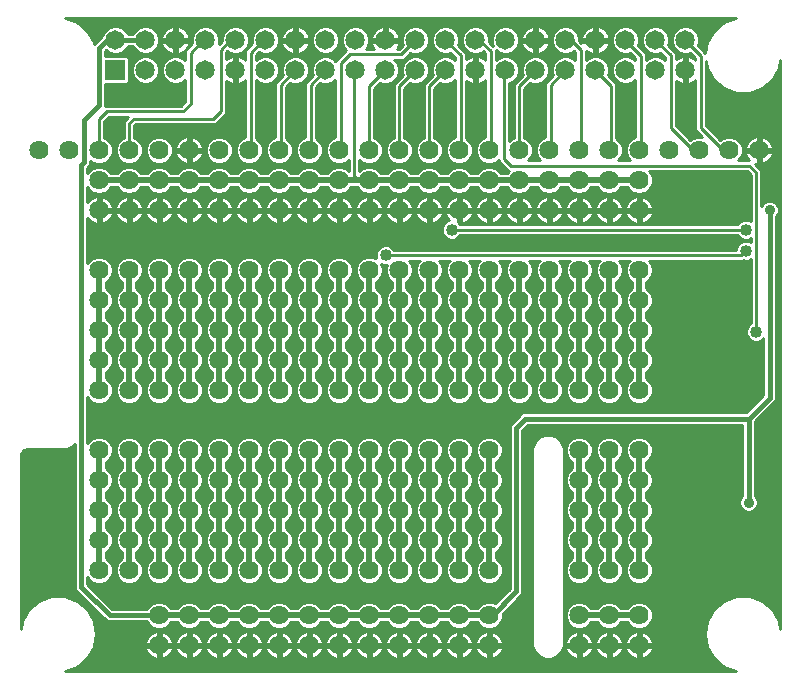
<source format=gbl>
G75*
%MOIN*%
%OFA0B0*%
%FSLAX24Y24*%
%IPPOS*%
%LPD*%
%AMOC8*
5,1,8,0,0,1.08239X$1,22.5*
%
%ADD10C,0.0650*%
%ADD11R,0.0650X0.0650*%
%ADD12C,0.0640*%
%ADD13C,0.0100*%
%ADD14C,0.0400*%
%ADD15C,0.0200*%
%ADD16C,0.0160*%
%ADD17C,0.0350*%
D10*
X004445Y020319D03*
X005445Y020319D03*
X006445Y020319D03*
X007445Y020319D03*
X008445Y020319D03*
X009445Y020319D03*
X010445Y020319D03*
X011445Y020319D03*
X012445Y020319D03*
X013445Y020319D03*
X014445Y020319D03*
X015445Y020319D03*
X016445Y020319D03*
X017445Y020319D03*
X018445Y020319D03*
X019445Y020319D03*
X020445Y020319D03*
X021445Y020319D03*
X022445Y020319D03*
X022445Y021319D03*
X021445Y021319D03*
X020445Y021319D03*
X019445Y021319D03*
X018445Y021319D03*
X017445Y021319D03*
X016445Y021319D03*
X015445Y021319D03*
X014445Y021319D03*
X013445Y021319D03*
X012445Y021319D03*
X011445Y021319D03*
X010445Y021319D03*
X009445Y021319D03*
X008445Y021319D03*
X007445Y021319D03*
X006445Y021319D03*
X005445Y021319D03*
X004445Y021319D03*
X003445Y021319D03*
D11*
X003445Y020319D03*
D12*
X003900Y017650D03*
X004900Y017650D03*
X004900Y016650D03*
X003900Y016650D03*
X003900Y015650D03*
X004900Y015650D03*
X005900Y015650D03*
X005900Y016650D03*
X005900Y017650D03*
X006900Y017650D03*
X006900Y016650D03*
X006900Y015650D03*
X007900Y015650D03*
X007900Y016650D03*
X007900Y017650D03*
X008900Y017650D03*
X008900Y016650D03*
X008900Y015650D03*
X009900Y015650D03*
X009900Y016650D03*
X009900Y017650D03*
X010900Y017650D03*
X011900Y017650D03*
X011900Y016650D03*
X010900Y016650D03*
X010900Y015650D03*
X011900Y015650D03*
X012900Y015650D03*
X012900Y016650D03*
X012900Y017650D03*
X013900Y017650D03*
X013900Y016650D03*
X013900Y015650D03*
X014900Y015650D03*
X014900Y016650D03*
X014900Y017650D03*
X015900Y017650D03*
X015900Y016650D03*
X015900Y015650D03*
X016900Y015650D03*
X016900Y016650D03*
X016900Y017650D03*
X017900Y017650D03*
X018900Y017650D03*
X018900Y016650D03*
X017900Y016650D03*
X017900Y015650D03*
X018900Y015650D03*
X019900Y015650D03*
X019900Y016650D03*
X019900Y017650D03*
X020900Y017650D03*
X020900Y016650D03*
X020900Y015650D03*
X021900Y017650D03*
X022900Y017650D03*
X023900Y017650D03*
X024900Y017650D03*
X020900Y013650D03*
X019900Y013650D03*
X018900Y013650D03*
X017900Y013650D03*
X016900Y013650D03*
X015900Y013650D03*
X014900Y013650D03*
X013900Y013650D03*
X012900Y013650D03*
X011900Y013650D03*
X010900Y013650D03*
X009900Y013650D03*
X008900Y013650D03*
X007900Y013650D03*
X006900Y013650D03*
X005900Y013650D03*
X004900Y013650D03*
X003900Y013650D03*
X002900Y013650D03*
X002900Y012650D03*
X002900Y011650D03*
X003900Y011650D03*
X004900Y011650D03*
X004900Y012650D03*
X003900Y012650D03*
X005900Y012650D03*
X005900Y011650D03*
X006900Y011650D03*
X006900Y012650D03*
X007900Y012650D03*
X007900Y011650D03*
X008900Y011650D03*
X008900Y012650D03*
X009900Y012650D03*
X009900Y011650D03*
X010900Y011650D03*
X011900Y011650D03*
X011900Y012650D03*
X010900Y012650D03*
X012900Y012650D03*
X012900Y011650D03*
X013900Y011650D03*
X013900Y012650D03*
X014900Y012650D03*
X014900Y011650D03*
X015900Y011650D03*
X015900Y012650D03*
X016900Y012650D03*
X016900Y011650D03*
X017900Y011650D03*
X018900Y011650D03*
X018900Y012650D03*
X017900Y012650D03*
X019900Y012650D03*
X019900Y011650D03*
X020900Y011650D03*
X020900Y012650D03*
X020900Y010650D03*
X020900Y009650D03*
X019900Y009650D03*
X019900Y010650D03*
X018900Y010650D03*
X017900Y010650D03*
X017900Y009650D03*
X018900Y009650D03*
X016900Y009650D03*
X016900Y010650D03*
X015900Y010650D03*
X015900Y009650D03*
X014900Y009650D03*
X014900Y010650D03*
X013900Y010650D03*
X013900Y009650D03*
X012900Y009650D03*
X012900Y010650D03*
X011900Y010650D03*
X010900Y010650D03*
X010900Y009650D03*
X011900Y009650D03*
X009900Y009650D03*
X009900Y010650D03*
X008900Y010650D03*
X008900Y009650D03*
X007900Y009650D03*
X007900Y010650D03*
X006900Y010650D03*
X006900Y009650D03*
X005900Y009650D03*
X005900Y010650D03*
X004900Y010650D03*
X003900Y010650D03*
X003900Y009650D03*
X004900Y009650D03*
X002900Y009650D03*
X002900Y010650D03*
X002900Y007650D03*
X003900Y007650D03*
X004900Y007650D03*
X005900Y007650D03*
X006900Y007650D03*
X007900Y007650D03*
X008900Y007650D03*
X009900Y007650D03*
X010900Y007650D03*
X011900Y007650D03*
X012900Y007650D03*
X013900Y007650D03*
X014900Y007650D03*
X015900Y007650D03*
X015900Y006650D03*
X015900Y005650D03*
X014900Y005650D03*
X014900Y006650D03*
X013900Y006650D03*
X013900Y005650D03*
X012900Y005650D03*
X012900Y006650D03*
X011900Y006650D03*
X010900Y006650D03*
X010900Y005650D03*
X011900Y005650D03*
X011900Y004650D03*
X010900Y004650D03*
X010900Y003650D03*
X011900Y003650D03*
X012900Y003650D03*
X012900Y004650D03*
X013900Y004650D03*
X013900Y003650D03*
X014900Y003650D03*
X014900Y004650D03*
X015900Y004650D03*
X015900Y003650D03*
X015900Y002150D03*
X015900Y001150D03*
X014900Y001150D03*
X014900Y002150D03*
X013900Y002150D03*
X013900Y001150D03*
X012900Y001150D03*
X012900Y002150D03*
X011900Y002150D03*
X010900Y002150D03*
X010900Y001150D03*
X011900Y001150D03*
X009900Y001150D03*
X009900Y002150D03*
X008900Y002150D03*
X008900Y001150D03*
X007900Y001150D03*
X007900Y002150D03*
X006900Y002150D03*
X006900Y001150D03*
X005900Y001150D03*
X005900Y002150D03*
X004900Y002150D03*
X004900Y001150D03*
X004900Y003650D03*
X003900Y003650D03*
X003900Y004650D03*
X004900Y004650D03*
X005900Y004650D03*
X005900Y003650D03*
X006900Y003650D03*
X006900Y004650D03*
X007900Y004650D03*
X007900Y003650D03*
X008900Y003650D03*
X008900Y004650D03*
X009900Y004650D03*
X009900Y003650D03*
X009900Y005650D03*
X009900Y006650D03*
X008900Y006650D03*
X008900Y005650D03*
X007900Y005650D03*
X007900Y006650D03*
X006900Y006650D03*
X006900Y005650D03*
X005900Y005650D03*
X005900Y006650D03*
X004900Y006650D03*
X003900Y006650D03*
X003900Y005650D03*
X004900Y005650D03*
X002900Y005650D03*
X002900Y006650D03*
X002900Y004650D03*
X002900Y003650D03*
X002900Y015650D03*
X002900Y016650D03*
X002900Y017650D03*
X001900Y017650D03*
X000900Y017650D03*
X018900Y007650D03*
X019900Y007650D03*
X020900Y007650D03*
X020900Y006650D03*
X020900Y005650D03*
X019900Y005650D03*
X019900Y006650D03*
X018900Y006650D03*
X018900Y005650D03*
X018900Y004650D03*
X018900Y003650D03*
X019900Y003650D03*
X019900Y004650D03*
X020900Y004650D03*
X020900Y003650D03*
X020900Y002150D03*
X020900Y001150D03*
X019900Y001150D03*
X019900Y002150D03*
X018900Y002150D03*
X018900Y001150D03*
D13*
X002163Y000428D02*
X001771Y000285D01*
X024119Y000285D01*
X023727Y000428D01*
X023389Y000711D01*
X023169Y001093D01*
X023092Y001528D01*
X023169Y001962D01*
X023389Y002345D01*
X023727Y002628D01*
X024142Y002779D01*
X024583Y002779D01*
X024998Y002628D01*
X025336Y002345D01*
X025556Y001962D01*
X025606Y001684D01*
X025606Y020663D01*
X025556Y020385D01*
X025336Y020003D01*
X024998Y019719D01*
X024583Y019568D01*
X024142Y019568D01*
X023727Y019719D01*
X023389Y020003D01*
X023169Y020385D01*
X023130Y020605D01*
X023130Y018475D01*
X023609Y017995D01*
X023645Y018031D01*
X023810Y018100D01*
X023990Y018100D01*
X024155Y018031D01*
X024281Y017905D01*
X024350Y017740D01*
X024350Y017560D01*
X024281Y017395D01*
X024196Y017309D01*
X024576Y017309D01*
X024542Y017344D01*
X024498Y017404D01*
X024464Y017470D01*
X024442Y017540D01*
X024432Y017600D01*
X024850Y017600D01*
X024850Y017700D01*
X024850Y018118D01*
X024790Y018108D01*
X024720Y018086D01*
X024654Y018052D01*
X024594Y018008D01*
X024542Y017956D01*
X024498Y017896D01*
X024464Y017830D01*
X024442Y017760D01*
X024432Y017700D01*
X024850Y017700D01*
X024950Y017700D01*
X024950Y018118D01*
X025010Y018108D01*
X025080Y018086D01*
X025146Y018052D01*
X025206Y018008D01*
X025258Y017956D01*
X025302Y017896D01*
X025336Y017830D01*
X025358Y017760D01*
X025368Y017700D01*
X024950Y017700D01*
X024950Y017600D01*
X025368Y017600D01*
X025358Y017540D01*
X025336Y017470D01*
X025302Y017404D01*
X025258Y017344D01*
X025206Y017292D01*
X025146Y017248D01*
X025080Y017214D01*
X025010Y017192D01*
X024950Y017182D01*
X024950Y017600D01*
X024850Y017600D01*
X024850Y017182D01*
X024790Y017192D01*
X024763Y017200D01*
X024980Y016983D01*
X024980Y015795D01*
X024991Y015823D01*
X025077Y015909D01*
X025189Y015955D01*
X025311Y015955D01*
X025423Y015909D01*
X025509Y015823D01*
X025555Y015711D01*
X025555Y015589D01*
X025509Y015477D01*
X025460Y015429D01*
X025460Y009313D01*
X024760Y008613D01*
X024760Y006121D01*
X024809Y006073D01*
X024855Y005961D01*
X024855Y005839D01*
X024809Y005727D01*
X024723Y005641D01*
X024611Y005595D01*
X024489Y005595D01*
X024377Y005641D01*
X024291Y005727D01*
X024245Y005839D01*
X024245Y005961D01*
X024291Y006073D01*
X024340Y006121D01*
X024340Y008490D01*
X017187Y008490D01*
X017010Y008313D01*
X017010Y002863D01*
X016887Y002740D01*
X016350Y002203D01*
X016350Y002060D01*
X016281Y001895D01*
X016155Y001769D01*
X015990Y001700D01*
X015810Y001700D01*
X015645Y001769D01*
X015519Y001895D01*
X015508Y001920D01*
X015292Y001920D01*
X015281Y001895D01*
X015155Y001769D01*
X014990Y001700D01*
X014810Y001700D01*
X014645Y001769D01*
X014519Y001895D01*
X014508Y001920D01*
X014292Y001920D01*
X014281Y001895D01*
X014155Y001769D01*
X013990Y001700D01*
X013810Y001700D01*
X013645Y001769D01*
X013519Y001895D01*
X013508Y001920D01*
X013292Y001920D01*
X013281Y001895D01*
X013155Y001769D01*
X012990Y001700D01*
X012810Y001700D01*
X012645Y001769D01*
X012519Y001895D01*
X012508Y001920D01*
X012292Y001920D01*
X012281Y001895D01*
X012155Y001769D01*
X011990Y001700D01*
X011810Y001700D01*
X011645Y001769D01*
X011519Y001895D01*
X011508Y001920D01*
X011292Y001920D01*
X011281Y001895D01*
X011155Y001769D01*
X010990Y001700D01*
X010810Y001700D01*
X010645Y001769D01*
X010519Y001895D01*
X010508Y001920D01*
X010292Y001920D01*
X010281Y001895D01*
X010155Y001769D01*
X009990Y001700D01*
X009810Y001700D01*
X009645Y001769D01*
X009519Y001895D01*
X009508Y001920D01*
X009292Y001920D01*
X009281Y001895D01*
X009155Y001769D01*
X008990Y001700D01*
X008810Y001700D01*
X008645Y001769D01*
X008519Y001895D01*
X008508Y001920D01*
X008292Y001920D01*
X008281Y001895D01*
X008155Y001769D01*
X007990Y001700D01*
X007810Y001700D01*
X007645Y001769D01*
X007519Y001895D01*
X007508Y001920D01*
X007292Y001920D01*
X007281Y001895D01*
X007155Y001769D01*
X006990Y001700D01*
X006810Y001700D01*
X006645Y001769D01*
X006519Y001895D01*
X006508Y001920D01*
X006292Y001920D01*
X006281Y001895D01*
X006155Y001769D01*
X005990Y001700D01*
X005810Y001700D01*
X005645Y001769D01*
X005519Y001895D01*
X005508Y001920D01*
X005292Y001920D01*
X005281Y001895D01*
X005155Y001769D01*
X004990Y001700D01*
X004810Y001700D01*
X004645Y001769D01*
X004519Y001895D01*
X004500Y001940D01*
X003163Y001940D01*
X002213Y002890D01*
X002090Y003013D01*
X002090Y007838D01*
X002024Y007773D01*
X002024Y007773D01*
X001830Y007692D01*
X000544Y007692D01*
X000493Y007687D01*
X000400Y007649D01*
X000329Y007577D01*
X000290Y007484D01*
X000285Y007433D01*
X000285Y001684D01*
X000334Y001962D01*
X000555Y002345D01*
X000893Y002628D01*
X001307Y002779D01*
X001749Y002779D01*
X002163Y002628D01*
X002501Y002345D01*
X002722Y001962D01*
X002798Y001528D01*
X002722Y001093D01*
X002501Y000711D01*
X002163Y000428D01*
X002184Y000446D02*
X023706Y000446D01*
X023589Y000544D02*
X002302Y000544D01*
X002419Y000643D02*
X023471Y000643D01*
X023372Y000741D02*
X021133Y000741D01*
X021146Y000748D02*
X021206Y000792D01*
X021258Y000844D01*
X021302Y000904D01*
X021336Y000970D01*
X021358Y001040D01*
X021368Y001100D01*
X020950Y001100D01*
X020950Y001200D01*
X020850Y001200D01*
X020850Y001618D01*
X020790Y001608D01*
X020720Y001586D01*
X020654Y001552D01*
X020594Y001508D01*
X020542Y001456D01*
X020498Y001396D01*
X020464Y001330D01*
X020442Y001260D01*
X020432Y001200D01*
X020850Y001200D01*
X020850Y001100D01*
X020432Y001100D01*
X020442Y001040D01*
X020464Y000970D01*
X020498Y000904D01*
X020542Y000844D01*
X020594Y000792D01*
X020654Y000748D01*
X020720Y000714D01*
X020790Y000692D01*
X020850Y000682D01*
X020850Y001100D01*
X020950Y001100D01*
X020950Y000682D01*
X021010Y000692D01*
X021080Y000714D01*
X021146Y000748D01*
X021254Y000840D02*
X023315Y000840D01*
X023258Y000938D02*
X021319Y000938D01*
X021357Y001037D02*
X023202Y001037D01*
X023161Y001135D02*
X020950Y001135D01*
X020950Y001200D02*
X021368Y001200D01*
X021358Y001260D01*
X021336Y001330D01*
X021302Y001396D01*
X021258Y001456D01*
X021206Y001508D01*
X021146Y001552D01*
X021080Y001586D01*
X021010Y001608D01*
X020950Y001618D01*
X020950Y001200D01*
X020950Y001234D02*
X020850Y001234D01*
X020850Y001332D02*
X020950Y001332D01*
X020950Y001431D02*
X020850Y001431D01*
X020850Y001529D02*
X020950Y001529D01*
X020990Y001700D02*
X020810Y001700D01*
X020645Y001769D01*
X020519Y001895D01*
X020508Y001920D01*
X020292Y001920D01*
X020281Y001895D01*
X020155Y001769D01*
X019990Y001700D01*
X019810Y001700D01*
X019645Y001769D01*
X019519Y001895D01*
X019508Y001920D01*
X019292Y001920D01*
X019281Y001895D01*
X019155Y001769D01*
X018990Y001700D01*
X018810Y001700D01*
X018645Y001769D01*
X018519Y001895D01*
X018450Y002060D01*
X018450Y002240D01*
X018519Y002405D01*
X018645Y002531D01*
X018810Y002600D01*
X018990Y002600D01*
X019155Y002531D01*
X019281Y002405D01*
X019292Y002380D01*
X019508Y002380D01*
X019519Y002405D01*
X019645Y002531D01*
X019810Y002600D01*
X019990Y002600D01*
X020155Y002531D01*
X020281Y002405D01*
X020292Y002380D01*
X020508Y002380D01*
X020519Y002405D01*
X020645Y002531D01*
X020810Y002600D01*
X020990Y002600D01*
X021155Y002531D01*
X021281Y002405D01*
X021350Y002240D01*
X021350Y002060D01*
X021281Y001895D01*
X021155Y001769D01*
X020990Y001700D01*
X021052Y001726D02*
X023127Y001726D01*
X023110Y001628D02*
X018390Y001628D01*
X018390Y001726D02*
X018748Y001726D01*
X018790Y001608D02*
X018720Y001586D01*
X018654Y001552D01*
X018594Y001508D01*
X018542Y001456D01*
X018498Y001396D01*
X018464Y001330D01*
X018442Y001260D01*
X018432Y001200D01*
X018850Y001200D01*
X018850Y001618D01*
X018790Y001608D01*
X018850Y001529D02*
X018950Y001529D01*
X018950Y001618D02*
X018950Y001200D01*
X018850Y001200D01*
X018850Y001100D01*
X018432Y001100D01*
X018442Y001040D01*
X018464Y000970D01*
X018498Y000904D01*
X018542Y000844D01*
X018594Y000792D01*
X018654Y000748D01*
X018720Y000714D01*
X018790Y000692D01*
X018850Y000682D01*
X018850Y001100D01*
X018950Y001100D01*
X018950Y001200D01*
X019368Y001200D01*
X019358Y001260D01*
X019336Y001330D01*
X019302Y001396D01*
X019258Y001456D01*
X019206Y001508D01*
X019146Y001552D01*
X019080Y001586D01*
X019010Y001608D01*
X018950Y001618D01*
X019052Y001726D02*
X019748Y001726D01*
X019790Y001608D02*
X019720Y001586D01*
X019654Y001552D01*
X019594Y001508D01*
X019542Y001456D01*
X019498Y001396D01*
X019464Y001330D01*
X019442Y001260D01*
X019432Y001200D01*
X019850Y001200D01*
X019850Y001618D01*
X019790Y001608D01*
X019850Y001529D02*
X019950Y001529D01*
X019950Y001618D02*
X019950Y001200D01*
X019850Y001200D01*
X019850Y001100D01*
X019432Y001100D01*
X019442Y001040D01*
X019464Y000970D01*
X019498Y000904D01*
X019542Y000844D01*
X019594Y000792D01*
X019654Y000748D01*
X019720Y000714D01*
X019790Y000692D01*
X019850Y000682D01*
X019850Y001100D01*
X019950Y001100D01*
X019950Y001200D01*
X020368Y001200D01*
X020358Y001260D01*
X020336Y001330D01*
X020302Y001396D01*
X020258Y001456D01*
X020206Y001508D01*
X020146Y001552D01*
X020080Y001586D01*
X020010Y001608D01*
X019950Y001618D01*
X020052Y001726D02*
X020748Y001726D01*
X020589Y001825D02*
X020211Y001825D01*
X020178Y001529D02*
X020622Y001529D01*
X020523Y001431D02*
X020277Y001431D01*
X020335Y001332D02*
X020465Y001332D01*
X020437Y001234D02*
X020363Y001234D01*
X020368Y001100D02*
X019950Y001100D01*
X019950Y000682D01*
X020010Y000692D01*
X020080Y000714D01*
X020146Y000748D01*
X020206Y000792D01*
X020258Y000844D01*
X020302Y000904D01*
X020336Y000970D01*
X020358Y001040D01*
X020368Y001100D01*
X020357Y001037D02*
X020443Y001037D01*
X020481Y000938D02*
X020319Y000938D01*
X020254Y000840D02*
X020546Y000840D01*
X020667Y000741D02*
X020133Y000741D01*
X019950Y000741D02*
X019850Y000741D01*
X019850Y000840D02*
X019950Y000840D01*
X019950Y000938D02*
X019850Y000938D01*
X019850Y001037D02*
X019950Y001037D01*
X019950Y001135D02*
X020850Y001135D01*
X020850Y001037D02*
X020950Y001037D01*
X020950Y000938D02*
X020850Y000938D01*
X020850Y000840D02*
X020950Y000840D01*
X020950Y000741D02*
X020850Y000741D01*
X021363Y001234D02*
X023144Y001234D01*
X023127Y001332D02*
X021335Y001332D01*
X021277Y001431D02*
X023109Y001431D01*
X023092Y001529D02*
X021178Y001529D01*
X021211Y001825D02*
X023144Y001825D01*
X023162Y001923D02*
X021293Y001923D01*
X021334Y002022D02*
X023203Y002022D01*
X023260Y002120D02*
X021350Y002120D01*
X021350Y002219D02*
X023317Y002219D01*
X023373Y002317D02*
X021318Y002317D01*
X021271Y002416D02*
X023474Y002416D01*
X023591Y002514D02*
X021172Y002514D01*
X020628Y002514D02*
X020172Y002514D01*
X020271Y002416D02*
X020529Y002416D01*
X020810Y003200D02*
X020645Y003269D01*
X020519Y003395D01*
X020450Y003560D01*
X020450Y003740D01*
X020519Y003905D01*
X020645Y004031D01*
X020670Y004042D01*
X020670Y004258D01*
X020645Y004269D01*
X020519Y004395D01*
X020450Y004560D01*
X020450Y004740D01*
X020519Y004905D01*
X020645Y005031D01*
X020670Y005042D01*
X020670Y005258D01*
X020645Y005269D01*
X020519Y005395D01*
X020450Y005560D01*
X020450Y005740D01*
X020519Y005905D01*
X020645Y006031D01*
X020670Y006042D01*
X020670Y006258D01*
X020645Y006269D01*
X020519Y006395D01*
X020450Y006560D01*
X020450Y006740D01*
X020519Y006905D01*
X020645Y007031D01*
X020670Y007042D01*
X020670Y007258D01*
X020645Y007269D01*
X020519Y007395D01*
X020450Y007560D01*
X020450Y007740D01*
X020519Y007905D01*
X020645Y008031D01*
X020810Y008100D01*
X020990Y008100D01*
X021155Y008031D01*
X021281Y007905D01*
X021350Y007740D01*
X021350Y007560D01*
X021281Y007395D01*
X021155Y007269D01*
X021130Y007258D01*
X021130Y007042D01*
X021155Y007031D01*
X021281Y006905D01*
X021350Y006740D01*
X021350Y006560D01*
X021281Y006395D01*
X021155Y006269D01*
X021130Y006258D01*
X021130Y006042D01*
X021155Y006031D01*
X021281Y005905D01*
X021350Y005740D01*
X021350Y005560D01*
X021281Y005395D01*
X021155Y005269D01*
X021130Y005258D01*
X021130Y005042D01*
X021155Y005031D01*
X021281Y004905D01*
X021350Y004740D01*
X021350Y004560D01*
X021281Y004395D01*
X021155Y004269D01*
X021130Y004258D01*
X021130Y004042D01*
X021155Y004031D01*
X021281Y003905D01*
X021350Y003740D01*
X021350Y003560D01*
X021281Y003395D01*
X021155Y003269D01*
X020990Y003200D01*
X020810Y003200D01*
X020802Y003204D02*
X019998Y003204D01*
X019990Y003200D02*
X020155Y003269D01*
X020281Y003395D01*
X020350Y003560D01*
X020350Y003740D01*
X020281Y003905D01*
X020155Y004031D01*
X020130Y004042D01*
X020130Y004258D01*
X020155Y004269D01*
X020281Y004395D01*
X020350Y004560D01*
X020350Y004740D01*
X020281Y004905D01*
X020155Y005031D01*
X020130Y005042D01*
X020130Y005258D01*
X020155Y005269D01*
X020281Y005395D01*
X020350Y005560D01*
X020350Y005740D01*
X020281Y005905D01*
X020155Y006031D01*
X020130Y006042D01*
X020130Y006258D01*
X020155Y006269D01*
X020281Y006395D01*
X020350Y006560D01*
X020350Y006740D01*
X020281Y006905D01*
X020155Y007031D01*
X020130Y007042D01*
X020130Y007258D01*
X020155Y007269D01*
X020281Y007395D01*
X020350Y007560D01*
X020350Y007740D01*
X020281Y007905D01*
X020155Y008031D01*
X019990Y008100D01*
X019810Y008100D01*
X019645Y008031D01*
X019519Y007905D01*
X019450Y007740D01*
X019450Y007560D01*
X019519Y007395D01*
X019645Y007269D01*
X019670Y007258D01*
X019670Y007042D01*
X019645Y007031D01*
X019519Y006905D01*
X019450Y006740D01*
X019450Y006560D01*
X019519Y006395D01*
X019645Y006269D01*
X019670Y006258D01*
X019670Y006042D01*
X019645Y006031D01*
X019519Y005905D01*
X019450Y005740D01*
X019450Y005560D01*
X019519Y005395D01*
X019645Y005269D01*
X019670Y005258D01*
X019670Y005042D01*
X019645Y005031D01*
X019519Y004905D01*
X019450Y004740D01*
X019450Y004560D01*
X019519Y004395D01*
X019645Y004269D01*
X019670Y004258D01*
X019670Y004042D01*
X019645Y004031D01*
X019519Y003905D01*
X019450Y003740D01*
X019450Y003560D01*
X019519Y003395D01*
X019645Y003269D01*
X019810Y003200D01*
X019990Y003200D01*
X019802Y003204D02*
X018998Y003204D01*
X018990Y003200D02*
X019155Y003269D01*
X019281Y003395D01*
X019350Y003560D01*
X019350Y003740D01*
X019281Y003905D01*
X019155Y004031D01*
X019130Y004042D01*
X019130Y004258D01*
X019155Y004269D01*
X019281Y004395D01*
X019350Y004560D01*
X019350Y004740D01*
X019281Y004905D01*
X019155Y005031D01*
X019130Y005042D01*
X019130Y005258D01*
X019155Y005269D01*
X019281Y005395D01*
X019350Y005560D01*
X019350Y005740D01*
X019281Y005905D01*
X019155Y006031D01*
X019130Y006042D01*
X019130Y006258D01*
X019155Y006269D01*
X019281Y006395D01*
X019350Y006560D01*
X019350Y006740D01*
X019281Y006905D01*
X019155Y007031D01*
X019130Y007042D01*
X019130Y007258D01*
X019155Y007269D01*
X019281Y007395D01*
X019350Y007560D01*
X019350Y007740D01*
X019281Y007905D01*
X019155Y008031D01*
X018990Y008100D01*
X018810Y008100D01*
X018645Y008031D01*
X018519Y007905D01*
X018450Y007740D01*
X018450Y007560D01*
X018519Y007395D01*
X018645Y007269D01*
X018670Y007258D01*
X018670Y007042D01*
X018645Y007031D01*
X018519Y006905D01*
X018450Y006740D01*
X018450Y006560D01*
X018519Y006395D01*
X018645Y006269D01*
X018670Y006258D01*
X018670Y006042D01*
X018645Y006031D01*
X018519Y005905D01*
X018450Y005740D01*
X018450Y005560D01*
X018519Y005395D01*
X018645Y005269D01*
X018670Y005258D01*
X018670Y005042D01*
X018645Y005031D01*
X018519Y004905D01*
X018450Y004740D01*
X018450Y004560D01*
X018519Y004395D01*
X018645Y004269D01*
X018670Y004258D01*
X018670Y004042D01*
X018645Y004031D01*
X018519Y003905D01*
X018450Y003740D01*
X018450Y003560D01*
X018519Y003395D01*
X018645Y003269D01*
X018810Y003200D01*
X018990Y003200D01*
X018802Y003204D02*
X018390Y003204D01*
X018390Y003302D02*
X018612Y003302D01*
X018516Y003401D02*
X018390Y003401D01*
X018390Y003499D02*
X018475Y003499D01*
X018450Y003598D02*
X018390Y003598D01*
X018390Y003696D02*
X018450Y003696D01*
X018473Y003795D02*
X018390Y003795D01*
X018390Y003893D02*
X018514Y003893D01*
X018605Y003992D02*
X018390Y003992D01*
X018390Y004090D02*
X018670Y004090D01*
X018670Y004189D02*
X018390Y004189D01*
X018390Y004287D02*
X018627Y004287D01*
X018528Y004386D02*
X018390Y004386D01*
X018390Y004484D02*
X018482Y004484D01*
X018450Y004583D02*
X018390Y004583D01*
X018390Y004681D02*
X018450Y004681D01*
X018467Y004780D02*
X018390Y004780D01*
X018390Y004878D02*
X018507Y004878D01*
X018590Y004977D02*
X018390Y004977D01*
X018390Y005075D02*
X018670Y005075D01*
X018670Y005174D02*
X018390Y005174D01*
X018390Y005272D02*
X018642Y005272D01*
X018543Y005371D02*
X018390Y005371D01*
X018390Y005469D02*
X018488Y005469D01*
X018450Y005568D02*
X018390Y005568D01*
X018390Y005666D02*
X018450Y005666D01*
X018460Y005765D02*
X018390Y005765D01*
X018390Y005863D02*
X018501Y005863D01*
X018575Y005962D02*
X018390Y005962D01*
X018390Y006060D02*
X018670Y006060D01*
X018670Y006159D02*
X018390Y006159D01*
X018390Y006257D02*
X018670Y006257D01*
X018558Y006356D02*
X018390Y006356D01*
X018390Y006454D02*
X018494Y006454D01*
X018453Y006553D02*
X018390Y006553D01*
X018390Y006651D02*
X018450Y006651D01*
X018454Y006750D02*
X018390Y006750D01*
X018390Y006848D02*
X018495Y006848D01*
X018560Y006947D02*
X018390Y006947D01*
X018390Y007045D02*
X018670Y007045D01*
X018670Y007144D02*
X018390Y007144D01*
X018390Y007242D02*
X018670Y007242D01*
X018573Y007341D02*
X018390Y007341D01*
X018390Y007439D02*
X018500Y007439D01*
X018460Y007538D02*
X018390Y007538D01*
X018390Y007636D02*
X018450Y007636D01*
X018450Y007735D02*
X018390Y007735D01*
X018390Y007734D02*
X018311Y007927D01*
X018163Y008074D01*
X017971Y008154D01*
X017762Y008154D01*
X017570Y008074D01*
X017570Y008074D01*
X017423Y007927D01*
X017343Y007734D01*
X017343Y001121D01*
X017423Y000928D01*
X017570Y000781D01*
X017762Y000701D01*
X017920Y000701D01*
X017971Y000701D01*
X018163Y000781D01*
X018163Y000781D01*
X018311Y000928D01*
X018390Y001121D01*
X018390Y007734D01*
X018349Y007833D02*
X018489Y007833D01*
X018545Y007932D02*
X018306Y007932D01*
X018311Y007927D02*
X018311Y007927D01*
X018207Y008030D02*
X018644Y008030D01*
X019156Y008030D02*
X019644Y008030D01*
X019545Y007932D02*
X019255Y007932D01*
X019311Y007833D02*
X019489Y007833D01*
X019450Y007735D02*
X019350Y007735D01*
X019350Y007636D02*
X019450Y007636D01*
X019460Y007538D02*
X019340Y007538D01*
X019300Y007439D02*
X019500Y007439D01*
X019573Y007341D02*
X019227Y007341D01*
X019130Y007242D02*
X019670Y007242D01*
X019670Y007144D02*
X019130Y007144D01*
X019130Y007045D02*
X019670Y007045D01*
X019560Y006947D02*
X019240Y006947D01*
X019305Y006848D02*
X019495Y006848D01*
X019454Y006750D02*
X019346Y006750D01*
X019350Y006651D02*
X019450Y006651D01*
X019453Y006553D02*
X019347Y006553D01*
X019306Y006454D02*
X019494Y006454D01*
X019558Y006356D02*
X019242Y006356D01*
X019130Y006257D02*
X019670Y006257D01*
X019670Y006159D02*
X019130Y006159D01*
X019130Y006060D02*
X019670Y006060D01*
X019575Y005962D02*
X019225Y005962D01*
X019299Y005863D02*
X019501Y005863D01*
X019460Y005765D02*
X019340Y005765D01*
X019350Y005666D02*
X019450Y005666D01*
X019450Y005568D02*
X019350Y005568D01*
X019312Y005469D02*
X019488Y005469D01*
X019543Y005371D02*
X019257Y005371D01*
X019158Y005272D02*
X019642Y005272D01*
X019670Y005174D02*
X019130Y005174D01*
X019130Y005075D02*
X019670Y005075D01*
X019590Y004977D02*
X019210Y004977D01*
X019293Y004878D02*
X019507Y004878D01*
X019467Y004780D02*
X019333Y004780D01*
X019350Y004681D02*
X019450Y004681D01*
X019450Y004583D02*
X019350Y004583D01*
X019318Y004484D02*
X019482Y004484D01*
X019528Y004386D02*
X019272Y004386D01*
X019173Y004287D02*
X019627Y004287D01*
X019670Y004189D02*
X019130Y004189D01*
X019130Y004090D02*
X019670Y004090D01*
X019605Y003992D02*
X019195Y003992D01*
X019286Y003893D02*
X019514Y003893D01*
X019473Y003795D02*
X019327Y003795D01*
X019350Y003696D02*
X019450Y003696D01*
X019450Y003598D02*
X019350Y003598D01*
X019325Y003499D02*
X019475Y003499D01*
X019516Y003401D02*
X019284Y003401D01*
X019188Y003302D02*
X019612Y003302D01*
X020188Y003302D02*
X020612Y003302D01*
X020516Y003401D02*
X020284Y003401D01*
X020325Y003499D02*
X020475Y003499D01*
X020450Y003598D02*
X020350Y003598D01*
X020350Y003696D02*
X020450Y003696D01*
X020473Y003795D02*
X020327Y003795D01*
X020286Y003893D02*
X020514Y003893D01*
X020605Y003992D02*
X020195Y003992D01*
X020130Y004090D02*
X020670Y004090D01*
X020670Y004189D02*
X020130Y004189D01*
X020173Y004287D02*
X020627Y004287D01*
X020528Y004386D02*
X020272Y004386D01*
X020318Y004484D02*
X020482Y004484D01*
X020450Y004583D02*
X020350Y004583D01*
X020350Y004681D02*
X020450Y004681D01*
X020467Y004780D02*
X020333Y004780D01*
X020293Y004878D02*
X020507Y004878D01*
X020590Y004977D02*
X020210Y004977D01*
X020130Y005075D02*
X020670Y005075D01*
X020670Y005174D02*
X020130Y005174D01*
X020158Y005272D02*
X020642Y005272D01*
X020543Y005371D02*
X020257Y005371D01*
X020312Y005469D02*
X020488Y005469D01*
X020450Y005568D02*
X020350Y005568D01*
X020350Y005666D02*
X020450Y005666D01*
X020460Y005765D02*
X020340Y005765D01*
X020299Y005863D02*
X020501Y005863D01*
X020575Y005962D02*
X020225Y005962D01*
X020130Y006060D02*
X020670Y006060D01*
X020670Y006159D02*
X020130Y006159D01*
X020130Y006257D02*
X020670Y006257D01*
X020558Y006356D02*
X020242Y006356D01*
X020306Y006454D02*
X020494Y006454D01*
X020453Y006553D02*
X020347Y006553D01*
X020350Y006651D02*
X020450Y006651D01*
X020454Y006750D02*
X020346Y006750D01*
X020305Y006848D02*
X020495Y006848D01*
X020560Y006947D02*
X020240Y006947D01*
X020130Y007045D02*
X020670Y007045D01*
X020670Y007144D02*
X020130Y007144D01*
X020130Y007242D02*
X020670Y007242D01*
X020573Y007341D02*
X020227Y007341D01*
X020300Y007439D02*
X020500Y007439D01*
X020460Y007538D02*
X020340Y007538D01*
X020350Y007636D02*
X020450Y007636D01*
X020450Y007735D02*
X020350Y007735D01*
X020311Y007833D02*
X020489Y007833D01*
X020545Y007932D02*
X020255Y007932D01*
X020156Y008030D02*
X020644Y008030D01*
X021156Y008030D02*
X024340Y008030D01*
X024340Y007932D02*
X021255Y007932D01*
X021311Y007833D02*
X024340Y007833D01*
X024340Y007735D02*
X021350Y007735D01*
X021350Y007636D02*
X024340Y007636D01*
X024340Y007538D02*
X021340Y007538D01*
X021300Y007439D02*
X024340Y007439D01*
X024340Y007341D02*
X021227Y007341D01*
X021130Y007242D02*
X024340Y007242D01*
X024340Y007144D02*
X021130Y007144D01*
X021130Y007045D02*
X024340Y007045D01*
X024340Y006947D02*
X021240Y006947D01*
X021305Y006848D02*
X024340Y006848D01*
X024340Y006750D02*
X021346Y006750D01*
X021350Y006651D02*
X024340Y006651D01*
X024340Y006553D02*
X021347Y006553D01*
X021306Y006454D02*
X024340Y006454D01*
X024340Y006356D02*
X021242Y006356D01*
X021130Y006257D02*
X024340Y006257D01*
X024340Y006159D02*
X021130Y006159D01*
X021130Y006060D02*
X024286Y006060D01*
X024245Y005962D02*
X021225Y005962D01*
X021299Y005863D02*
X024245Y005863D01*
X024276Y005765D02*
X021340Y005765D01*
X021350Y005666D02*
X024353Y005666D01*
X024747Y005666D02*
X025606Y005666D01*
X025606Y005568D02*
X021350Y005568D01*
X021312Y005469D02*
X025606Y005469D01*
X025606Y005371D02*
X021257Y005371D01*
X021158Y005272D02*
X025606Y005272D01*
X025606Y005174D02*
X021130Y005174D01*
X021130Y005075D02*
X025606Y005075D01*
X025606Y004977D02*
X021210Y004977D01*
X021293Y004878D02*
X025606Y004878D01*
X025606Y004780D02*
X021333Y004780D01*
X021350Y004681D02*
X025606Y004681D01*
X025606Y004583D02*
X021350Y004583D01*
X021318Y004484D02*
X025606Y004484D01*
X025606Y004386D02*
X021272Y004386D01*
X021173Y004287D02*
X025606Y004287D01*
X025606Y004189D02*
X021130Y004189D01*
X021130Y004090D02*
X025606Y004090D01*
X025606Y003992D02*
X021195Y003992D01*
X021286Y003893D02*
X025606Y003893D01*
X025606Y003795D02*
X021327Y003795D01*
X021350Y003696D02*
X025606Y003696D01*
X025606Y003598D02*
X021350Y003598D01*
X021325Y003499D02*
X025606Y003499D01*
X025606Y003401D02*
X021284Y003401D01*
X021188Y003302D02*
X025606Y003302D01*
X025606Y003204D02*
X020998Y003204D01*
X019628Y002514D02*
X019172Y002514D01*
X019271Y002416D02*
X019529Y002416D01*
X019589Y001825D02*
X019211Y001825D01*
X019178Y001529D02*
X019622Y001529D01*
X019523Y001431D02*
X019277Y001431D01*
X019335Y001332D02*
X019465Y001332D01*
X019437Y001234D02*
X019363Y001234D01*
X019368Y001100D02*
X018950Y001100D01*
X018950Y000682D01*
X019010Y000692D01*
X019080Y000714D01*
X019146Y000748D01*
X019206Y000792D01*
X019258Y000844D01*
X019302Y000904D01*
X019336Y000970D01*
X019358Y001040D01*
X019368Y001100D01*
X019357Y001037D02*
X019443Y001037D01*
X019481Y000938D02*
X019319Y000938D01*
X019254Y000840D02*
X019546Y000840D01*
X019667Y000741D02*
X019133Y000741D01*
X018950Y000741D02*
X018850Y000741D01*
X018850Y000840D02*
X018950Y000840D01*
X018950Y000938D02*
X018850Y000938D01*
X018850Y001037D02*
X018950Y001037D01*
X018950Y001135D02*
X019850Y001135D01*
X019850Y001234D02*
X019950Y001234D01*
X019950Y001332D02*
X019850Y001332D01*
X019850Y001431D02*
X019950Y001431D01*
X018950Y001431D02*
X018850Y001431D01*
X018850Y001332D02*
X018950Y001332D01*
X018950Y001234D02*
X018850Y001234D01*
X018850Y001135D02*
X018390Y001135D01*
X018390Y001234D02*
X018437Y001234D01*
X018465Y001332D02*
X018390Y001332D01*
X018390Y001431D02*
X018523Y001431D01*
X018622Y001529D02*
X018390Y001529D01*
X018390Y001825D02*
X018589Y001825D01*
X018507Y001923D02*
X018390Y001923D01*
X018390Y002022D02*
X018466Y002022D01*
X018450Y002120D02*
X018390Y002120D01*
X018390Y002219D02*
X018450Y002219D01*
X018482Y002317D02*
X018390Y002317D01*
X018390Y002416D02*
X018529Y002416D01*
X018628Y002514D02*
X018390Y002514D01*
X018390Y002613D02*
X023709Y002613D01*
X023955Y002711D02*
X018390Y002711D01*
X018390Y002810D02*
X025606Y002810D01*
X025606Y002908D02*
X018390Y002908D01*
X018390Y003007D02*
X025606Y003007D01*
X025606Y003105D02*
X018390Y003105D01*
X017343Y003105D02*
X017010Y003105D01*
X017010Y003007D02*
X017343Y003007D01*
X017343Y002908D02*
X017010Y002908D01*
X016956Y002810D02*
X017343Y002810D01*
X017343Y002711D02*
X016858Y002711D01*
X016759Y002613D02*
X017343Y002613D01*
X017343Y002514D02*
X016661Y002514D01*
X016562Y002416D02*
X017343Y002416D01*
X017343Y002317D02*
X016464Y002317D01*
X016365Y002219D02*
X017343Y002219D01*
X017343Y002120D02*
X016350Y002120D01*
X016334Y002022D02*
X017343Y002022D01*
X017343Y001923D02*
X016293Y001923D01*
X016211Y001825D02*
X017343Y001825D01*
X017343Y001726D02*
X016052Y001726D01*
X016010Y001608D02*
X015950Y001618D01*
X015950Y001200D01*
X015850Y001200D01*
X015850Y001618D01*
X015790Y001608D01*
X015720Y001586D01*
X015654Y001552D01*
X015594Y001508D01*
X015542Y001456D01*
X015498Y001396D01*
X015464Y001330D01*
X015442Y001260D01*
X015432Y001200D01*
X015850Y001200D01*
X015850Y001100D01*
X015432Y001100D01*
X015442Y001040D01*
X015464Y000970D01*
X015498Y000904D01*
X015542Y000844D01*
X015594Y000792D01*
X015654Y000748D01*
X015720Y000714D01*
X015790Y000692D01*
X015850Y000682D01*
X015850Y001100D01*
X015950Y001100D01*
X015950Y001200D01*
X016368Y001200D01*
X016358Y001260D01*
X016336Y001330D01*
X016302Y001396D01*
X016258Y001456D01*
X016206Y001508D01*
X016146Y001552D01*
X016080Y001586D01*
X016010Y001608D01*
X015950Y001529D02*
X015850Y001529D01*
X015850Y001431D02*
X015950Y001431D01*
X015950Y001332D02*
X015850Y001332D01*
X015850Y001234D02*
X015950Y001234D01*
X015950Y001135D02*
X017343Y001135D01*
X017343Y001234D02*
X016363Y001234D01*
X016335Y001332D02*
X017343Y001332D01*
X017343Y001431D02*
X016277Y001431D01*
X016178Y001529D02*
X017343Y001529D01*
X017343Y001628D02*
X002781Y001628D01*
X002764Y001726D02*
X004748Y001726D01*
X004790Y001608D02*
X004720Y001586D01*
X004654Y001552D01*
X004594Y001508D01*
X004542Y001456D01*
X004498Y001396D01*
X004464Y001330D01*
X004442Y001260D01*
X004432Y001200D01*
X004850Y001200D01*
X004850Y001618D01*
X004790Y001608D01*
X004850Y001529D02*
X004950Y001529D01*
X004950Y001618D02*
X004950Y001200D01*
X004850Y001200D01*
X004850Y001100D01*
X004432Y001100D01*
X004442Y001040D01*
X004464Y000970D01*
X004498Y000904D01*
X004542Y000844D01*
X004594Y000792D01*
X004654Y000748D01*
X004720Y000714D01*
X004790Y000692D01*
X004850Y000682D01*
X004850Y001100D01*
X004950Y001100D01*
X004950Y001200D01*
X005368Y001200D01*
X005358Y001260D01*
X005336Y001330D01*
X005302Y001396D01*
X005258Y001456D01*
X005206Y001508D01*
X005146Y001552D01*
X005080Y001586D01*
X005010Y001608D01*
X004950Y001618D01*
X005052Y001726D02*
X005748Y001726D01*
X005790Y001608D02*
X005720Y001586D01*
X005654Y001552D01*
X005594Y001508D01*
X005542Y001456D01*
X005498Y001396D01*
X005464Y001330D01*
X005442Y001260D01*
X005432Y001200D01*
X005850Y001200D01*
X005850Y001618D01*
X005790Y001608D01*
X005850Y001529D02*
X005950Y001529D01*
X005950Y001618D02*
X005950Y001200D01*
X005850Y001200D01*
X005850Y001100D01*
X005432Y001100D01*
X005442Y001040D01*
X005464Y000970D01*
X005498Y000904D01*
X005542Y000844D01*
X005594Y000792D01*
X005654Y000748D01*
X005720Y000714D01*
X005790Y000692D01*
X005850Y000682D01*
X005850Y001100D01*
X005950Y001100D01*
X005950Y001200D01*
X006368Y001200D01*
X006358Y001260D01*
X006336Y001330D01*
X006302Y001396D01*
X006258Y001456D01*
X006206Y001508D01*
X006146Y001552D01*
X006080Y001586D01*
X006010Y001608D01*
X005950Y001618D01*
X006052Y001726D02*
X006748Y001726D01*
X006790Y001608D02*
X006720Y001586D01*
X006654Y001552D01*
X006594Y001508D01*
X006542Y001456D01*
X006498Y001396D01*
X006464Y001330D01*
X006442Y001260D01*
X006432Y001200D01*
X006850Y001200D01*
X006850Y001618D01*
X006790Y001608D01*
X006850Y001529D02*
X006950Y001529D01*
X006950Y001618D02*
X006950Y001200D01*
X006850Y001200D01*
X006850Y001100D01*
X006432Y001100D01*
X006442Y001040D01*
X006464Y000970D01*
X006498Y000904D01*
X006542Y000844D01*
X006594Y000792D01*
X006654Y000748D01*
X006720Y000714D01*
X006790Y000692D01*
X006850Y000682D01*
X006850Y001100D01*
X006950Y001100D01*
X006950Y001200D01*
X007368Y001200D01*
X007358Y001260D01*
X007336Y001330D01*
X007302Y001396D01*
X007258Y001456D01*
X007206Y001508D01*
X007146Y001552D01*
X007080Y001586D01*
X007010Y001608D01*
X006950Y001618D01*
X007052Y001726D02*
X007748Y001726D01*
X007790Y001608D02*
X007720Y001586D01*
X007654Y001552D01*
X007594Y001508D01*
X007542Y001456D01*
X007498Y001396D01*
X007464Y001330D01*
X007442Y001260D01*
X007432Y001200D01*
X007850Y001200D01*
X007850Y001618D01*
X007790Y001608D01*
X007850Y001529D02*
X007950Y001529D01*
X007950Y001618D02*
X007950Y001200D01*
X007850Y001200D01*
X007850Y001100D01*
X007432Y001100D01*
X007442Y001040D01*
X007464Y000970D01*
X007498Y000904D01*
X007542Y000844D01*
X007594Y000792D01*
X007654Y000748D01*
X007720Y000714D01*
X007790Y000692D01*
X007850Y000682D01*
X007850Y001100D01*
X007950Y001100D01*
X007950Y001200D01*
X008368Y001200D01*
X008358Y001260D01*
X008336Y001330D01*
X008302Y001396D01*
X008258Y001456D01*
X008206Y001508D01*
X008146Y001552D01*
X008080Y001586D01*
X008010Y001608D01*
X007950Y001618D01*
X008052Y001726D02*
X008748Y001726D01*
X008790Y001608D02*
X008720Y001586D01*
X008654Y001552D01*
X008594Y001508D01*
X008542Y001456D01*
X008498Y001396D01*
X008464Y001330D01*
X008442Y001260D01*
X008432Y001200D01*
X008850Y001200D01*
X008850Y001618D01*
X008790Y001608D01*
X008850Y001529D02*
X008950Y001529D01*
X008950Y001618D02*
X008950Y001200D01*
X008850Y001200D01*
X008850Y001100D01*
X008432Y001100D01*
X008442Y001040D01*
X008464Y000970D01*
X008498Y000904D01*
X008542Y000844D01*
X008594Y000792D01*
X008654Y000748D01*
X008720Y000714D01*
X008790Y000692D01*
X008850Y000682D01*
X008850Y001100D01*
X008950Y001100D01*
X008950Y001200D01*
X009368Y001200D01*
X009358Y001260D01*
X009336Y001330D01*
X009302Y001396D01*
X009258Y001456D01*
X009206Y001508D01*
X009146Y001552D01*
X009080Y001586D01*
X009010Y001608D01*
X008950Y001618D01*
X009052Y001726D02*
X009748Y001726D01*
X009790Y001608D02*
X009720Y001586D01*
X009654Y001552D01*
X009594Y001508D01*
X009542Y001456D01*
X009498Y001396D01*
X009464Y001330D01*
X009442Y001260D01*
X009432Y001200D01*
X009850Y001200D01*
X009850Y001618D01*
X009790Y001608D01*
X009850Y001529D02*
X009950Y001529D01*
X009950Y001618D02*
X009950Y001200D01*
X009850Y001200D01*
X009850Y001100D01*
X009432Y001100D01*
X009442Y001040D01*
X009464Y000970D01*
X009498Y000904D01*
X009542Y000844D01*
X009594Y000792D01*
X009654Y000748D01*
X009720Y000714D01*
X009790Y000692D01*
X009850Y000682D01*
X009850Y001100D01*
X009950Y001100D01*
X009950Y001200D01*
X010368Y001200D01*
X010358Y001260D01*
X010336Y001330D01*
X010302Y001396D01*
X010258Y001456D01*
X010206Y001508D01*
X010146Y001552D01*
X010080Y001586D01*
X010010Y001608D01*
X009950Y001618D01*
X010052Y001726D02*
X010748Y001726D01*
X010790Y001608D02*
X010720Y001586D01*
X010654Y001552D01*
X010594Y001508D01*
X010542Y001456D01*
X010498Y001396D01*
X010464Y001330D01*
X010442Y001260D01*
X010432Y001200D01*
X010850Y001200D01*
X010850Y001618D01*
X010790Y001608D01*
X010850Y001529D02*
X010950Y001529D01*
X010950Y001618D02*
X010950Y001200D01*
X010850Y001200D01*
X010850Y001100D01*
X010432Y001100D01*
X010442Y001040D01*
X010464Y000970D01*
X010498Y000904D01*
X010542Y000844D01*
X010594Y000792D01*
X010654Y000748D01*
X010720Y000714D01*
X010790Y000692D01*
X010850Y000682D01*
X010850Y001100D01*
X010950Y001100D01*
X010950Y001200D01*
X011368Y001200D01*
X011358Y001260D01*
X011336Y001330D01*
X011302Y001396D01*
X011258Y001456D01*
X011206Y001508D01*
X011146Y001552D01*
X011080Y001586D01*
X011010Y001608D01*
X010950Y001618D01*
X011052Y001726D02*
X011748Y001726D01*
X011790Y001608D02*
X011720Y001586D01*
X011654Y001552D01*
X011594Y001508D01*
X011542Y001456D01*
X011498Y001396D01*
X011464Y001330D01*
X011442Y001260D01*
X011432Y001200D01*
X011850Y001200D01*
X011850Y001618D01*
X011790Y001608D01*
X011850Y001529D02*
X011950Y001529D01*
X011950Y001618D02*
X011950Y001200D01*
X011850Y001200D01*
X011850Y001100D01*
X011432Y001100D01*
X011442Y001040D01*
X011464Y000970D01*
X011498Y000904D01*
X011542Y000844D01*
X011594Y000792D01*
X011654Y000748D01*
X011720Y000714D01*
X011790Y000692D01*
X011850Y000682D01*
X011850Y001100D01*
X011950Y001100D01*
X011950Y001200D01*
X012368Y001200D01*
X012358Y001260D01*
X012336Y001330D01*
X012302Y001396D01*
X012258Y001456D01*
X012206Y001508D01*
X012146Y001552D01*
X012080Y001586D01*
X012010Y001608D01*
X011950Y001618D01*
X012052Y001726D02*
X012748Y001726D01*
X012790Y001608D02*
X012720Y001586D01*
X012654Y001552D01*
X012594Y001508D01*
X012542Y001456D01*
X012498Y001396D01*
X012464Y001330D01*
X012442Y001260D01*
X012432Y001200D01*
X012850Y001200D01*
X012850Y001618D01*
X012790Y001608D01*
X012850Y001529D02*
X012950Y001529D01*
X012950Y001618D02*
X012950Y001200D01*
X012850Y001200D01*
X012850Y001100D01*
X012432Y001100D01*
X012442Y001040D01*
X012464Y000970D01*
X012498Y000904D01*
X012542Y000844D01*
X012594Y000792D01*
X012654Y000748D01*
X012720Y000714D01*
X012790Y000692D01*
X012850Y000682D01*
X012850Y001100D01*
X012950Y001100D01*
X012950Y001200D01*
X013368Y001200D01*
X013358Y001260D01*
X013336Y001330D01*
X013302Y001396D01*
X013258Y001456D01*
X013206Y001508D01*
X013146Y001552D01*
X013080Y001586D01*
X013010Y001608D01*
X012950Y001618D01*
X013052Y001726D02*
X013748Y001726D01*
X013790Y001608D02*
X013720Y001586D01*
X013654Y001552D01*
X013594Y001508D01*
X013542Y001456D01*
X013498Y001396D01*
X013464Y001330D01*
X013442Y001260D01*
X013432Y001200D01*
X013850Y001200D01*
X013850Y001618D01*
X013790Y001608D01*
X013850Y001529D02*
X013950Y001529D01*
X013950Y001618D02*
X013950Y001200D01*
X013850Y001200D01*
X013850Y001100D01*
X013432Y001100D01*
X013442Y001040D01*
X013464Y000970D01*
X013498Y000904D01*
X013542Y000844D01*
X013594Y000792D01*
X013654Y000748D01*
X013720Y000714D01*
X013790Y000692D01*
X013850Y000682D01*
X013850Y001100D01*
X013950Y001100D01*
X013950Y001200D01*
X014368Y001200D01*
X014358Y001260D01*
X014336Y001330D01*
X014302Y001396D01*
X014258Y001456D01*
X014206Y001508D01*
X014146Y001552D01*
X014080Y001586D01*
X014010Y001608D01*
X013950Y001618D01*
X014052Y001726D02*
X014748Y001726D01*
X014790Y001608D02*
X014720Y001586D01*
X014654Y001552D01*
X014594Y001508D01*
X014542Y001456D01*
X014498Y001396D01*
X014464Y001330D01*
X014442Y001260D01*
X014432Y001200D01*
X014850Y001200D01*
X014850Y001618D01*
X014790Y001608D01*
X014850Y001529D02*
X014950Y001529D01*
X014950Y001618D02*
X014950Y001200D01*
X014850Y001200D01*
X014850Y001100D01*
X014432Y001100D01*
X014442Y001040D01*
X014464Y000970D01*
X014498Y000904D01*
X014542Y000844D01*
X014594Y000792D01*
X014654Y000748D01*
X014720Y000714D01*
X014790Y000692D01*
X014850Y000682D01*
X014850Y001100D01*
X014950Y001100D01*
X014950Y001200D01*
X015368Y001200D01*
X015358Y001260D01*
X015336Y001330D01*
X015302Y001396D01*
X015258Y001456D01*
X015206Y001508D01*
X015146Y001552D01*
X015080Y001586D01*
X015010Y001608D01*
X014950Y001618D01*
X015052Y001726D02*
X015748Y001726D01*
X015589Y001825D02*
X015211Y001825D01*
X015178Y001529D02*
X015622Y001529D01*
X015523Y001431D02*
X015277Y001431D01*
X015335Y001332D02*
X015465Y001332D01*
X015437Y001234D02*
X015363Y001234D01*
X015368Y001100D02*
X014950Y001100D01*
X014950Y000682D01*
X015010Y000692D01*
X015080Y000714D01*
X015146Y000748D01*
X015206Y000792D01*
X015258Y000844D01*
X015302Y000904D01*
X015336Y000970D01*
X015358Y001040D01*
X015368Y001100D01*
X015357Y001037D02*
X015443Y001037D01*
X015481Y000938D02*
X015319Y000938D01*
X015254Y000840D02*
X015546Y000840D01*
X015667Y000741D02*
X015133Y000741D01*
X014950Y000741D02*
X014850Y000741D01*
X014850Y000840D02*
X014950Y000840D01*
X014950Y000938D02*
X014850Y000938D01*
X014850Y001037D02*
X014950Y001037D01*
X014950Y001135D02*
X015850Y001135D01*
X015850Y001037D02*
X015950Y001037D01*
X015950Y001100D02*
X015950Y000682D01*
X016010Y000692D01*
X016080Y000714D01*
X016146Y000748D01*
X016206Y000792D01*
X016258Y000844D01*
X016302Y000904D01*
X016336Y000970D01*
X016358Y001040D01*
X016368Y001100D01*
X015950Y001100D01*
X015950Y000938D02*
X015850Y000938D01*
X015850Y000840D02*
X015950Y000840D01*
X015950Y000741D02*
X015850Y000741D01*
X016133Y000741D02*
X017666Y000741D01*
X017570Y000781D02*
X017570Y000781D01*
X017511Y000840D02*
X016254Y000840D01*
X016319Y000938D02*
X017418Y000938D01*
X017423Y000928D02*
X017423Y000928D01*
X017378Y001037D02*
X016357Y001037D01*
X014950Y001234D02*
X014850Y001234D01*
X014850Y001332D02*
X014950Y001332D01*
X014950Y001431D02*
X014850Y001431D01*
X014622Y001529D02*
X014178Y001529D01*
X014277Y001431D02*
X014523Y001431D01*
X014465Y001332D02*
X014335Y001332D01*
X014363Y001234D02*
X014437Y001234D01*
X014368Y001100D02*
X013950Y001100D01*
X013950Y000682D01*
X014010Y000692D01*
X014080Y000714D01*
X014146Y000748D01*
X014206Y000792D01*
X014258Y000844D01*
X014302Y000904D01*
X014336Y000970D01*
X014358Y001040D01*
X014368Y001100D01*
X014357Y001037D02*
X014443Y001037D01*
X014481Y000938D02*
X014319Y000938D01*
X014254Y000840D02*
X014546Y000840D01*
X014667Y000741D02*
X014133Y000741D01*
X013950Y000741D02*
X013850Y000741D01*
X013850Y000840D02*
X013950Y000840D01*
X013950Y000938D02*
X013850Y000938D01*
X013850Y001037D02*
X013950Y001037D01*
X013950Y001135D02*
X014850Y001135D01*
X014589Y001825D02*
X014211Y001825D01*
X013950Y001431D02*
X013850Y001431D01*
X013850Y001332D02*
X013950Y001332D01*
X013950Y001234D02*
X013850Y001234D01*
X013850Y001135D02*
X012950Y001135D01*
X012950Y001100D02*
X013368Y001100D01*
X013358Y001040D01*
X013336Y000970D01*
X013302Y000904D01*
X013258Y000844D01*
X013206Y000792D01*
X013146Y000748D01*
X013080Y000714D01*
X013010Y000692D01*
X012950Y000682D01*
X012950Y001100D01*
X012950Y001037D02*
X012850Y001037D01*
X012850Y001135D02*
X011950Y001135D01*
X011950Y001100D02*
X012368Y001100D01*
X012358Y001040D01*
X012336Y000970D01*
X012302Y000904D01*
X012258Y000844D01*
X012206Y000792D01*
X012146Y000748D01*
X012080Y000714D01*
X012010Y000692D01*
X011950Y000682D01*
X011950Y001100D01*
X011950Y001037D02*
X011850Y001037D01*
X011850Y001135D02*
X010950Y001135D01*
X010950Y001100D02*
X011368Y001100D01*
X011358Y001040D01*
X011336Y000970D01*
X011302Y000904D01*
X011258Y000844D01*
X011206Y000792D01*
X011146Y000748D01*
X011080Y000714D01*
X011010Y000692D01*
X010950Y000682D01*
X010950Y001100D01*
X010950Y001037D02*
X010850Y001037D01*
X010850Y001135D02*
X009950Y001135D01*
X009950Y001100D02*
X010368Y001100D01*
X010358Y001040D01*
X010336Y000970D01*
X010302Y000904D01*
X010258Y000844D01*
X010206Y000792D01*
X010146Y000748D01*
X010080Y000714D01*
X010010Y000692D01*
X009950Y000682D01*
X009950Y001100D01*
X009950Y001037D02*
X009850Y001037D01*
X009850Y001135D02*
X008950Y001135D01*
X008950Y001100D02*
X009368Y001100D01*
X009358Y001040D01*
X009336Y000970D01*
X009302Y000904D01*
X009258Y000844D01*
X009206Y000792D01*
X009146Y000748D01*
X009080Y000714D01*
X009010Y000692D01*
X008950Y000682D01*
X008950Y001100D01*
X008950Y001037D02*
X008850Y001037D01*
X008850Y001135D02*
X007950Y001135D01*
X007950Y001100D02*
X008368Y001100D01*
X008358Y001040D01*
X008336Y000970D01*
X008302Y000904D01*
X008258Y000844D01*
X008206Y000792D01*
X008146Y000748D01*
X008080Y000714D01*
X008010Y000692D01*
X007950Y000682D01*
X007950Y001100D01*
X007950Y001037D02*
X007850Y001037D01*
X007850Y001135D02*
X006950Y001135D01*
X006950Y001100D02*
X007368Y001100D01*
X007358Y001040D01*
X007336Y000970D01*
X007302Y000904D01*
X007258Y000844D01*
X007206Y000792D01*
X007146Y000748D01*
X007080Y000714D01*
X007010Y000692D01*
X006950Y000682D01*
X006950Y001100D01*
X006950Y001037D02*
X006850Y001037D01*
X006850Y001135D02*
X005950Y001135D01*
X005950Y001100D02*
X006368Y001100D01*
X006358Y001040D01*
X006336Y000970D01*
X006302Y000904D01*
X006258Y000844D01*
X006206Y000792D01*
X006146Y000748D01*
X006080Y000714D01*
X006010Y000692D01*
X005950Y000682D01*
X005950Y001100D01*
X005950Y001037D02*
X005850Y001037D01*
X005850Y001135D02*
X004950Y001135D01*
X004950Y001100D02*
X005368Y001100D01*
X005358Y001040D01*
X005336Y000970D01*
X005302Y000904D01*
X005258Y000844D01*
X005206Y000792D01*
X005146Y000748D01*
X005080Y000714D01*
X005010Y000692D01*
X004950Y000682D01*
X004950Y001100D01*
X004950Y001037D02*
X004850Y001037D01*
X004850Y001135D02*
X002729Y001135D01*
X002747Y001234D02*
X004437Y001234D01*
X004465Y001332D02*
X002764Y001332D01*
X002781Y001431D02*
X004523Y001431D01*
X004622Y001529D02*
X002798Y001529D01*
X002746Y001825D02*
X004589Y001825D01*
X004507Y001923D02*
X002729Y001923D01*
X002688Y002022D02*
X003082Y002022D01*
X002983Y002120D02*
X002631Y002120D01*
X002574Y002219D02*
X002885Y002219D01*
X002786Y002317D02*
X002517Y002317D01*
X002417Y002416D02*
X002688Y002416D01*
X002589Y002514D02*
X002299Y002514D01*
X002182Y002613D02*
X002491Y002613D01*
X002392Y002711D02*
X001936Y002711D01*
X002195Y002908D02*
X000285Y002908D01*
X000285Y002810D02*
X002294Y002810D01*
X002097Y003007D02*
X000285Y003007D01*
X000285Y003105D02*
X002090Y003105D01*
X002090Y003204D02*
X000285Y003204D01*
X000285Y003302D02*
X002090Y003302D01*
X002090Y003401D02*
X000285Y003401D01*
X000285Y003499D02*
X002090Y003499D01*
X002090Y003598D02*
X000285Y003598D01*
X000285Y003696D02*
X002090Y003696D01*
X002090Y003795D02*
X000285Y003795D01*
X000285Y003893D02*
X002090Y003893D01*
X002090Y003992D02*
X000285Y003992D01*
X000285Y004090D02*
X002090Y004090D01*
X002090Y004189D02*
X000285Y004189D01*
X000285Y004287D02*
X002090Y004287D01*
X002090Y004386D02*
X000285Y004386D01*
X000285Y004484D02*
X002090Y004484D01*
X002090Y004583D02*
X000285Y004583D01*
X000285Y004681D02*
X002090Y004681D01*
X002090Y004780D02*
X000285Y004780D01*
X000285Y004878D02*
X002090Y004878D01*
X002090Y004977D02*
X000285Y004977D01*
X000285Y005075D02*
X002090Y005075D01*
X002090Y005174D02*
X000285Y005174D01*
X000285Y005272D02*
X002090Y005272D01*
X002090Y005371D02*
X000285Y005371D01*
X000285Y005469D02*
X002090Y005469D01*
X002090Y005568D02*
X000285Y005568D01*
X000285Y005666D02*
X002090Y005666D01*
X002090Y005765D02*
X000285Y005765D01*
X000285Y005863D02*
X002090Y005863D01*
X002090Y005962D02*
X000285Y005962D01*
X000285Y006060D02*
X002090Y006060D01*
X002090Y006159D02*
X000285Y006159D01*
X000285Y006257D02*
X002090Y006257D01*
X002090Y006356D02*
X000285Y006356D01*
X000285Y006454D02*
X002090Y006454D01*
X002090Y006553D02*
X000285Y006553D01*
X000285Y006651D02*
X002090Y006651D01*
X002090Y006750D02*
X000285Y006750D01*
X000285Y006848D02*
X002090Y006848D01*
X002090Y006947D02*
X000285Y006947D01*
X000285Y007045D02*
X002090Y007045D01*
X002090Y007144D02*
X000285Y007144D01*
X000285Y007242D02*
X002090Y007242D01*
X002090Y007341D02*
X000285Y007341D01*
X000286Y007439D02*
X002090Y007439D01*
X002090Y007538D02*
X000312Y007538D01*
X000387Y007636D02*
X002090Y007636D01*
X002090Y007735D02*
X001932Y007735D01*
X002085Y007833D02*
X002090Y007833D01*
X002510Y007884D02*
X002510Y009416D01*
X002519Y009395D01*
X002645Y009269D01*
X002810Y009200D01*
X002990Y009200D01*
X003155Y009269D01*
X003281Y009395D01*
X003350Y009560D01*
X003350Y009740D01*
X003281Y009905D01*
X003155Y010031D01*
X003130Y010042D01*
X003130Y010258D01*
X003155Y010269D01*
X003281Y010395D01*
X003350Y010560D01*
X003350Y010740D01*
X003281Y010905D01*
X003155Y011031D01*
X003130Y011042D01*
X003130Y011258D01*
X003155Y011269D01*
X003281Y011395D01*
X003350Y011560D01*
X003350Y011740D01*
X003281Y011905D01*
X003155Y012031D01*
X003130Y012042D01*
X003130Y012258D01*
X003155Y012269D01*
X003281Y012395D01*
X003350Y012560D01*
X003350Y012740D01*
X003281Y012905D01*
X003155Y013031D01*
X003130Y013042D01*
X003130Y013258D01*
X003155Y013269D01*
X003281Y013395D01*
X003350Y013560D01*
X003350Y013740D01*
X003281Y013905D01*
X003155Y014031D01*
X002990Y014100D01*
X002810Y014100D01*
X002645Y014031D01*
X002519Y013905D01*
X002510Y013884D01*
X002510Y015387D01*
X002542Y015344D01*
X002594Y015292D01*
X002654Y015248D01*
X002720Y015214D01*
X002790Y015192D01*
X002850Y015182D01*
X002850Y015600D01*
X002950Y015600D01*
X002950Y015700D01*
X002850Y015700D01*
X002850Y016118D01*
X002790Y016108D01*
X002720Y016086D01*
X002654Y016052D01*
X002594Y016008D01*
X002542Y015956D01*
X002510Y015913D01*
X002510Y016416D01*
X002519Y016395D01*
X002645Y016269D01*
X002810Y016200D01*
X002990Y016200D01*
X003155Y016269D01*
X003281Y016395D01*
X003292Y016420D01*
X003508Y016420D01*
X003519Y016395D01*
X003645Y016269D01*
X003810Y016200D01*
X003990Y016200D01*
X004155Y016269D01*
X004281Y016395D01*
X004292Y016420D01*
X004508Y016420D01*
X004519Y016395D01*
X004645Y016269D01*
X004810Y016200D01*
X004990Y016200D01*
X005155Y016269D01*
X005281Y016395D01*
X005292Y016420D01*
X005508Y016420D01*
X005519Y016395D01*
X005645Y016269D01*
X005810Y016200D01*
X005990Y016200D01*
X006155Y016269D01*
X006281Y016395D01*
X006292Y016420D01*
X006508Y016420D01*
X006519Y016395D01*
X006645Y016269D01*
X006810Y016200D01*
X006990Y016200D01*
X007155Y016269D01*
X007281Y016395D01*
X007292Y016420D01*
X007508Y016420D01*
X007519Y016395D01*
X007645Y016269D01*
X007810Y016200D01*
X007990Y016200D01*
X008155Y016269D01*
X008281Y016395D01*
X008292Y016420D01*
X008508Y016420D01*
X008519Y016395D01*
X008645Y016269D01*
X008810Y016200D01*
X008990Y016200D01*
X009155Y016269D01*
X009281Y016395D01*
X009292Y016420D01*
X009508Y016420D01*
X009519Y016395D01*
X009645Y016269D01*
X009810Y016200D01*
X009990Y016200D01*
X010155Y016269D01*
X010281Y016395D01*
X010292Y016420D01*
X010508Y016420D01*
X010519Y016395D01*
X010645Y016269D01*
X010810Y016200D01*
X010990Y016200D01*
X011155Y016269D01*
X011281Y016395D01*
X011292Y016420D01*
X011508Y016420D01*
X011519Y016395D01*
X011645Y016269D01*
X011810Y016200D01*
X011990Y016200D01*
X012155Y016269D01*
X012281Y016395D01*
X012292Y016420D01*
X012508Y016420D01*
X012519Y016395D01*
X012645Y016269D01*
X012810Y016200D01*
X012990Y016200D01*
X013155Y016269D01*
X013281Y016395D01*
X013292Y016420D01*
X013508Y016420D01*
X013519Y016395D01*
X013645Y016269D01*
X013810Y016200D01*
X013990Y016200D01*
X014155Y016269D01*
X014281Y016395D01*
X014292Y016420D01*
X014508Y016420D01*
X014519Y016395D01*
X014645Y016269D01*
X014810Y016200D01*
X014990Y016200D01*
X015155Y016269D01*
X015281Y016395D01*
X015292Y016420D01*
X015508Y016420D01*
X015519Y016395D01*
X015645Y016269D01*
X015810Y016200D01*
X015990Y016200D01*
X016155Y016269D01*
X016281Y016395D01*
X016292Y016420D01*
X016508Y016420D01*
X016519Y016395D01*
X016645Y016269D01*
X016810Y016200D01*
X016990Y016200D01*
X017155Y016269D01*
X017281Y016395D01*
X017292Y016420D01*
X017508Y016420D01*
X017519Y016395D01*
X017645Y016269D01*
X017810Y016200D01*
X017990Y016200D01*
X018155Y016269D01*
X018281Y016395D01*
X018292Y016420D01*
X018508Y016420D01*
X018519Y016395D01*
X018645Y016269D01*
X018810Y016200D01*
X018990Y016200D01*
X019155Y016269D01*
X019281Y016395D01*
X019292Y016420D01*
X019508Y016420D01*
X019519Y016395D01*
X019645Y016269D01*
X019810Y016200D01*
X019990Y016200D01*
X020155Y016269D01*
X020281Y016395D01*
X020292Y016420D01*
X020508Y016420D01*
X020519Y016395D01*
X020645Y016269D01*
X020810Y016200D01*
X020990Y016200D01*
X021155Y016269D01*
X021281Y016395D01*
X021350Y016560D01*
X021350Y016740D01*
X021281Y016905D01*
X021237Y016949D01*
X024505Y016949D01*
X024620Y016834D01*
X024620Y015287D01*
X024516Y015330D01*
X024384Y015330D01*
X024263Y015280D01*
X024170Y015187D01*
X024167Y015180D01*
X014933Y015180D01*
X014930Y015187D01*
X014850Y015267D01*
X014850Y015600D01*
X014432Y015600D01*
X014442Y015540D01*
X014464Y015470D01*
X014498Y015404D01*
X014542Y015344D01*
X014564Y015321D01*
X014463Y015280D01*
X014370Y015187D01*
X014320Y015066D01*
X014320Y014934D01*
X014370Y014813D01*
X014463Y014720D01*
X014584Y014670D01*
X014716Y014670D01*
X014837Y014720D01*
X014930Y014813D01*
X014933Y014820D01*
X024167Y014820D01*
X024170Y014813D01*
X024263Y014720D01*
X024384Y014670D01*
X024516Y014670D01*
X024620Y014713D01*
X024620Y014587D01*
X024516Y014630D01*
X024384Y014630D01*
X024263Y014580D01*
X024170Y014487D01*
X024120Y014366D01*
X024120Y014330D01*
X012733Y014330D01*
X012730Y014337D01*
X012637Y014430D01*
X012516Y014480D01*
X012384Y014480D01*
X012263Y014430D01*
X012170Y014337D01*
X012120Y014216D01*
X012120Y014084D01*
X012139Y014038D01*
X011990Y014100D01*
X011810Y014100D01*
X011645Y014031D01*
X011519Y013905D01*
X011450Y013740D01*
X011450Y013560D01*
X011519Y013395D01*
X011645Y013269D01*
X011670Y013258D01*
X011670Y013042D01*
X011645Y013031D01*
X011519Y012905D01*
X011450Y012740D01*
X011450Y012560D01*
X011519Y012395D01*
X011645Y012269D01*
X011670Y012258D01*
X011670Y012042D01*
X011645Y012031D01*
X011519Y011905D01*
X011450Y011740D01*
X011450Y011560D01*
X011519Y011395D01*
X011645Y011269D01*
X011670Y011258D01*
X011670Y011042D01*
X011645Y011031D01*
X011519Y010905D01*
X011450Y010740D01*
X011450Y010560D01*
X011519Y010395D01*
X011645Y010269D01*
X011670Y010258D01*
X011670Y010042D01*
X011645Y010031D01*
X011519Y009905D01*
X011450Y009740D01*
X011450Y009560D01*
X011519Y009395D01*
X011645Y009269D01*
X011810Y009200D01*
X011990Y009200D01*
X012155Y009269D01*
X012281Y009395D01*
X012350Y009560D01*
X012350Y009740D01*
X012281Y009905D01*
X012155Y010031D01*
X012130Y010042D01*
X012130Y010258D01*
X012155Y010269D01*
X012281Y010395D01*
X012350Y010560D01*
X012350Y010740D01*
X012281Y010905D01*
X012155Y011031D01*
X012130Y011042D01*
X012130Y011258D01*
X012155Y011269D01*
X012281Y011395D01*
X012350Y011560D01*
X012350Y011740D01*
X012281Y011905D01*
X012155Y012031D01*
X012130Y012042D01*
X012130Y012258D01*
X012155Y012269D01*
X012281Y012395D01*
X012350Y012560D01*
X012350Y012740D01*
X012281Y012905D01*
X012155Y013031D01*
X012130Y013042D01*
X012130Y013258D01*
X012155Y013269D01*
X012281Y013395D01*
X012350Y013560D01*
X012350Y013740D01*
X012303Y013854D01*
X012384Y013820D01*
X012483Y013820D01*
X012450Y013740D01*
X012450Y013560D01*
X012519Y013395D01*
X012645Y013269D01*
X012670Y013258D01*
X012670Y013042D01*
X012645Y013031D01*
X012519Y012905D01*
X012450Y012740D01*
X012450Y012560D01*
X012519Y012395D01*
X012645Y012269D01*
X012670Y012258D01*
X012670Y012042D01*
X012645Y012031D01*
X012519Y011905D01*
X012450Y011740D01*
X012450Y011560D01*
X012519Y011395D01*
X012645Y011269D01*
X012670Y011258D01*
X012670Y011042D01*
X012645Y011031D01*
X012519Y010905D01*
X012450Y010740D01*
X012450Y010560D01*
X012519Y010395D01*
X012645Y010269D01*
X012670Y010258D01*
X012670Y010042D01*
X012645Y010031D01*
X012519Y009905D01*
X012450Y009740D01*
X012450Y009560D01*
X012519Y009395D01*
X012645Y009269D01*
X012810Y009200D01*
X012990Y009200D01*
X013155Y009269D01*
X013281Y009395D01*
X013350Y009560D01*
X013350Y009740D01*
X013281Y009905D01*
X013155Y010031D01*
X013130Y010042D01*
X013130Y010258D01*
X013155Y010269D01*
X013281Y010395D01*
X013350Y010560D01*
X013350Y010740D01*
X013281Y010905D01*
X013155Y011031D01*
X013130Y011042D01*
X013130Y011258D01*
X013155Y011269D01*
X013281Y011395D01*
X013350Y011560D01*
X013350Y011740D01*
X013281Y011905D01*
X013155Y012031D01*
X013130Y012042D01*
X013130Y012258D01*
X013155Y012269D01*
X013281Y012395D01*
X013350Y012560D01*
X013350Y012740D01*
X013281Y012905D01*
X013155Y013031D01*
X013130Y013042D01*
X013130Y013258D01*
X013155Y013269D01*
X013281Y013395D01*
X013350Y013560D01*
X013350Y013740D01*
X013281Y013905D01*
X013216Y013970D01*
X013584Y013970D01*
X013519Y013905D01*
X013450Y013740D01*
X013450Y013560D01*
X013519Y013395D01*
X013645Y013269D01*
X013670Y013258D01*
X013670Y013042D01*
X013645Y013031D01*
X013519Y012905D01*
X013450Y012740D01*
X013450Y012560D01*
X013519Y012395D01*
X013645Y012269D01*
X013670Y012258D01*
X013670Y012042D01*
X013645Y012031D01*
X013519Y011905D01*
X013450Y011740D01*
X013450Y011560D01*
X013519Y011395D01*
X013645Y011269D01*
X013670Y011258D01*
X013670Y011042D01*
X013645Y011031D01*
X013519Y010905D01*
X013450Y010740D01*
X013450Y010560D01*
X013519Y010395D01*
X013645Y010269D01*
X013670Y010258D01*
X013670Y010042D01*
X013645Y010031D01*
X013519Y009905D01*
X013450Y009740D01*
X013450Y009560D01*
X013519Y009395D01*
X013645Y009269D01*
X013810Y009200D01*
X013990Y009200D01*
X014155Y009269D01*
X014281Y009395D01*
X014350Y009560D01*
X014350Y009740D01*
X014281Y009905D01*
X014155Y010031D01*
X014130Y010042D01*
X014130Y010258D01*
X014155Y010269D01*
X014281Y010395D01*
X014350Y010560D01*
X014350Y010740D01*
X014281Y010905D01*
X014155Y011031D01*
X014130Y011042D01*
X014130Y011258D01*
X014155Y011269D01*
X014281Y011395D01*
X014350Y011560D01*
X014350Y011740D01*
X014281Y011905D01*
X014155Y012031D01*
X014130Y012042D01*
X014130Y012258D01*
X014155Y012269D01*
X014281Y012395D01*
X014350Y012560D01*
X014350Y012740D01*
X014281Y012905D01*
X014155Y013031D01*
X014130Y013042D01*
X014130Y013258D01*
X014155Y013269D01*
X014281Y013395D01*
X014350Y013560D01*
X014350Y013740D01*
X014281Y013905D01*
X014216Y013970D01*
X014584Y013970D01*
X014519Y013905D01*
X014450Y013740D01*
X014450Y013560D01*
X014519Y013395D01*
X014645Y013269D01*
X014670Y013258D01*
X014670Y013042D01*
X014645Y013031D01*
X014519Y012905D01*
X014450Y012740D01*
X014450Y012560D01*
X014519Y012395D01*
X014645Y012269D01*
X014670Y012258D01*
X014670Y012042D01*
X014645Y012031D01*
X014519Y011905D01*
X014450Y011740D01*
X014450Y011560D01*
X014519Y011395D01*
X014645Y011269D01*
X014670Y011258D01*
X014670Y011042D01*
X014645Y011031D01*
X014519Y010905D01*
X014450Y010740D01*
X014450Y010560D01*
X014519Y010395D01*
X014645Y010269D01*
X014670Y010258D01*
X014670Y010042D01*
X014645Y010031D01*
X014519Y009905D01*
X014450Y009740D01*
X014450Y009560D01*
X014519Y009395D01*
X014645Y009269D01*
X014810Y009200D01*
X014990Y009200D01*
X015155Y009269D01*
X015281Y009395D01*
X015350Y009560D01*
X015350Y009740D01*
X015281Y009905D01*
X015155Y010031D01*
X015130Y010042D01*
X015130Y010258D01*
X015155Y010269D01*
X015281Y010395D01*
X015350Y010560D01*
X015350Y010740D01*
X015281Y010905D01*
X015155Y011031D01*
X015130Y011042D01*
X015130Y011258D01*
X015155Y011269D01*
X015281Y011395D01*
X015350Y011560D01*
X015350Y011740D01*
X015281Y011905D01*
X015155Y012031D01*
X015130Y012042D01*
X015130Y012258D01*
X015155Y012269D01*
X015281Y012395D01*
X015350Y012560D01*
X015350Y012740D01*
X015281Y012905D01*
X015155Y013031D01*
X015130Y013042D01*
X015130Y013258D01*
X015155Y013269D01*
X015281Y013395D01*
X015350Y013560D01*
X015350Y013740D01*
X015281Y013905D01*
X015216Y013970D01*
X015584Y013970D01*
X015519Y013905D01*
X015450Y013740D01*
X015450Y013560D01*
X015519Y013395D01*
X015645Y013269D01*
X015670Y013258D01*
X015670Y013042D01*
X015645Y013031D01*
X015519Y012905D01*
X015450Y012740D01*
X015450Y012560D01*
X015519Y012395D01*
X015645Y012269D01*
X015670Y012258D01*
X015670Y012042D01*
X015645Y012031D01*
X015519Y011905D01*
X015450Y011740D01*
X015450Y011560D01*
X015519Y011395D01*
X015645Y011269D01*
X015670Y011258D01*
X015670Y011042D01*
X015645Y011031D01*
X015519Y010905D01*
X015450Y010740D01*
X015450Y010560D01*
X015519Y010395D01*
X015645Y010269D01*
X015670Y010258D01*
X015670Y010042D01*
X015645Y010031D01*
X015519Y009905D01*
X015450Y009740D01*
X015450Y009560D01*
X015519Y009395D01*
X015645Y009269D01*
X015810Y009200D01*
X015990Y009200D01*
X016155Y009269D01*
X016281Y009395D01*
X016350Y009560D01*
X016350Y009740D01*
X016281Y009905D01*
X016155Y010031D01*
X016130Y010042D01*
X016130Y010258D01*
X016155Y010269D01*
X016281Y010395D01*
X016350Y010560D01*
X016350Y010740D01*
X016281Y010905D01*
X016155Y011031D01*
X016130Y011042D01*
X016130Y011258D01*
X016155Y011269D01*
X016281Y011395D01*
X016350Y011560D01*
X016350Y011740D01*
X016281Y011905D01*
X016155Y012031D01*
X016130Y012042D01*
X016130Y012258D01*
X016155Y012269D01*
X016281Y012395D01*
X016350Y012560D01*
X016350Y012740D01*
X016281Y012905D01*
X016155Y013031D01*
X016130Y013042D01*
X016130Y013258D01*
X016155Y013269D01*
X016281Y013395D01*
X016350Y013560D01*
X016350Y013740D01*
X016281Y013905D01*
X016216Y013970D01*
X016584Y013970D01*
X016519Y013905D01*
X016450Y013740D01*
X016450Y013560D01*
X016519Y013395D01*
X016645Y013269D01*
X016670Y013258D01*
X016670Y013042D01*
X016645Y013031D01*
X016519Y012905D01*
X016450Y012740D01*
X016450Y012560D01*
X016519Y012395D01*
X016645Y012269D01*
X016670Y012258D01*
X016670Y012042D01*
X016645Y012031D01*
X016519Y011905D01*
X016450Y011740D01*
X016450Y011560D01*
X016519Y011395D01*
X016645Y011269D01*
X016670Y011258D01*
X016670Y011042D01*
X016645Y011031D01*
X016519Y010905D01*
X016450Y010740D01*
X016450Y010560D01*
X016519Y010395D01*
X016645Y010269D01*
X016670Y010258D01*
X016670Y010042D01*
X016645Y010031D01*
X016519Y009905D01*
X016450Y009740D01*
X016450Y009560D01*
X016519Y009395D01*
X016645Y009269D01*
X016810Y009200D01*
X016990Y009200D01*
X017155Y009269D01*
X017281Y009395D01*
X017350Y009560D01*
X017350Y009740D01*
X017281Y009905D01*
X017155Y010031D01*
X017130Y010042D01*
X017130Y010258D01*
X017155Y010269D01*
X017281Y010395D01*
X017350Y010560D01*
X017350Y010740D01*
X017281Y010905D01*
X017155Y011031D01*
X017130Y011042D01*
X017130Y011258D01*
X017155Y011269D01*
X017281Y011395D01*
X017350Y011560D01*
X017350Y011740D01*
X017281Y011905D01*
X017155Y012031D01*
X017130Y012042D01*
X017130Y012258D01*
X017155Y012269D01*
X017281Y012395D01*
X017350Y012560D01*
X017350Y012740D01*
X017281Y012905D01*
X017155Y013031D01*
X017130Y013042D01*
X017130Y013258D01*
X017155Y013269D01*
X017281Y013395D01*
X017350Y013560D01*
X017350Y013740D01*
X017281Y013905D01*
X017216Y013970D01*
X017584Y013970D01*
X017519Y013905D01*
X017450Y013740D01*
X017450Y013560D01*
X017519Y013395D01*
X017645Y013269D01*
X017670Y013258D01*
X017670Y013042D01*
X017645Y013031D01*
X017519Y012905D01*
X017450Y012740D01*
X017450Y012560D01*
X017519Y012395D01*
X017645Y012269D01*
X017670Y012258D01*
X017670Y012042D01*
X017645Y012031D01*
X017519Y011905D01*
X017450Y011740D01*
X017450Y011560D01*
X017519Y011395D01*
X017645Y011269D01*
X017670Y011258D01*
X017670Y011042D01*
X017645Y011031D01*
X017519Y010905D01*
X017450Y010740D01*
X017450Y010560D01*
X017519Y010395D01*
X017645Y010269D01*
X017670Y010258D01*
X017670Y010042D01*
X017645Y010031D01*
X017519Y009905D01*
X017450Y009740D01*
X017450Y009560D01*
X017519Y009395D01*
X017645Y009269D01*
X017810Y009200D01*
X017990Y009200D01*
X018155Y009269D01*
X018281Y009395D01*
X018350Y009560D01*
X018350Y009740D01*
X018281Y009905D01*
X018155Y010031D01*
X018130Y010042D01*
X018130Y010258D01*
X018155Y010269D01*
X018281Y010395D01*
X018350Y010560D01*
X018350Y010740D01*
X018281Y010905D01*
X018155Y011031D01*
X018130Y011042D01*
X018130Y011258D01*
X018155Y011269D01*
X018281Y011395D01*
X018350Y011560D01*
X018350Y011740D01*
X018281Y011905D01*
X018155Y012031D01*
X018130Y012042D01*
X018130Y012258D01*
X018155Y012269D01*
X018281Y012395D01*
X018350Y012560D01*
X018350Y012740D01*
X018281Y012905D01*
X018155Y013031D01*
X018130Y013042D01*
X018130Y013258D01*
X018155Y013269D01*
X018281Y013395D01*
X018350Y013560D01*
X018350Y013740D01*
X018281Y013905D01*
X018216Y013970D01*
X018584Y013970D01*
X018519Y013905D01*
X018450Y013740D01*
X018450Y013560D01*
X018519Y013395D01*
X018645Y013269D01*
X018670Y013258D01*
X018670Y013042D01*
X018645Y013031D01*
X018519Y012905D01*
X018450Y012740D01*
X018450Y012560D01*
X018519Y012395D01*
X018645Y012269D01*
X018670Y012258D01*
X018670Y012042D01*
X018645Y012031D01*
X018519Y011905D01*
X018450Y011740D01*
X018450Y011560D01*
X018519Y011395D01*
X018645Y011269D01*
X018670Y011258D01*
X018670Y011042D01*
X018645Y011031D01*
X018519Y010905D01*
X018450Y010740D01*
X018450Y010560D01*
X018519Y010395D01*
X018645Y010269D01*
X018670Y010258D01*
X018670Y010042D01*
X018645Y010031D01*
X018519Y009905D01*
X018450Y009740D01*
X018450Y009560D01*
X018519Y009395D01*
X018645Y009269D01*
X018810Y009200D01*
X018990Y009200D01*
X019155Y009269D01*
X019281Y009395D01*
X019350Y009560D01*
X019350Y009740D01*
X019281Y009905D01*
X019155Y010031D01*
X019130Y010042D01*
X019130Y010258D01*
X019155Y010269D01*
X019281Y010395D01*
X019350Y010560D01*
X019350Y010740D01*
X019281Y010905D01*
X019155Y011031D01*
X019130Y011042D01*
X019130Y011258D01*
X019155Y011269D01*
X019281Y011395D01*
X019350Y011560D01*
X019350Y011740D01*
X019281Y011905D01*
X019155Y012031D01*
X019130Y012042D01*
X019130Y012258D01*
X019155Y012269D01*
X019281Y012395D01*
X019350Y012560D01*
X019350Y012740D01*
X019281Y012905D01*
X019155Y013031D01*
X019130Y013042D01*
X019130Y013258D01*
X019155Y013269D01*
X019281Y013395D01*
X019350Y013560D01*
X019350Y013740D01*
X019281Y013905D01*
X019216Y013970D01*
X019584Y013970D01*
X019519Y013905D01*
X019450Y013740D01*
X019450Y013560D01*
X019519Y013395D01*
X019645Y013269D01*
X019670Y013258D01*
X019670Y013042D01*
X019645Y013031D01*
X019519Y012905D01*
X019450Y012740D01*
X019450Y012560D01*
X019519Y012395D01*
X019645Y012269D01*
X019670Y012258D01*
X019670Y012042D01*
X019645Y012031D01*
X019519Y011905D01*
X019450Y011740D01*
X019450Y011560D01*
X019519Y011395D01*
X019645Y011269D01*
X019670Y011258D01*
X019670Y011042D01*
X019645Y011031D01*
X019519Y010905D01*
X019450Y010740D01*
X019450Y010560D01*
X019519Y010395D01*
X019645Y010269D01*
X019670Y010258D01*
X019670Y010042D01*
X019645Y010031D01*
X019519Y009905D01*
X019450Y009740D01*
X019450Y009560D01*
X019519Y009395D01*
X019645Y009269D01*
X019810Y009200D01*
X019990Y009200D01*
X020155Y009269D01*
X020281Y009395D01*
X020350Y009560D01*
X020350Y009740D01*
X020281Y009905D01*
X020155Y010031D01*
X020130Y010042D01*
X020130Y010258D01*
X020155Y010269D01*
X020281Y010395D01*
X020350Y010560D01*
X020350Y010740D01*
X020281Y010905D01*
X020155Y011031D01*
X020130Y011042D01*
X020130Y011258D01*
X020155Y011269D01*
X020281Y011395D01*
X020350Y011560D01*
X020350Y011740D01*
X020281Y011905D01*
X020155Y012031D01*
X020130Y012042D01*
X020130Y012258D01*
X020155Y012269D01*
X020281Y012395D01*
X020350Y012560D01*
X020350Y012740D01*
X020281Y012905D01*
X020155Y013031D01*
X020130Y013042D01*
X020130Y013258D01*
X020155Y013269D01*
X020281Y013395D01*
X020350Y013560D01*
X020350Y013740D01*
X020281Y013905D01*
X020216Y013970D01*
X020584Y013970D01*
X020519Y013905D01*
X020450Y013740D01*
X020450Y013560D01*
X020519Y013395D01*
X020645Y013269D01*
X020670Y013258D01*
X020670Y013042D01*
X020645Y013031D01*
X020519Y012905D01*
X020450Y012740D01*
X020450Y012560D01*
X020519Y012395D01*
X020645Y012269D01*
X020670Y012258D01*
X020670Y012042D01*
X020645Y012031D01*
X020519Y011905D01*
X020450Y011740D01*
X020450Y011560D01*
X020519Y011395D01*
X020645Y011269D01*
X020670Y011258D01*
X020670Y011042D01*
X020645Y011031D01*
X020519Y010905D01*
X020450Y010740D01*
X020450Y010560D01*
X020519Y010395D01*
X020645Y010269D01*
X020670Y010258D01*
X020670Y010042D01*
X020645Y010031D01*
X020519Y009905D01*
X020450Y009740D01*
X020450Y009560D01*
X020519Y009395D01*
X020645Y009269D01*
X020810Y009200D01*
X020990Y009200D01*
X021155Y009269D01*
X021281Y009395D01*
X021350Y009560D01*
X021350Y009740D01*
X021281Y009905D01*
X021155Y010031D01*
X021130Y010042D01*
X021130Y010258D01*
X021155Y010269D01*
X021281Y010395D01*
X021350Y010560D01*
X021350Y010740D01*
X021281Y010905D01*
X021155Y011031D01*
X021130Y011042D01*
X021130Y011258D01*
X021155Y011269D01*
X021281Y011395D01*
X021350Y011560D01*
X021350Y011740D01*
X021281Y011905D01*
X021155Y012031D01*
X021130Y012042D01*
X021130Y012258D01*
X021155Y012269D01*
X021281Y012395D01*
X021350Y012560D01*
X021350Y012740D01*
X021281Y012905D01*
X021155Y013031D01*
X021130Y013042D01*
X021130Y013258D01*
X021155Y013269D01*
X021281Y013395D01*
X021350Y013560D01*
X021350Y013740D01*
X021281Y013905D01*
X021216Y013970D01*
X024375Y013970D01*
X024377Y013973D01*
X024384Y013970D01*
X024516Y013970D01*
X024620Y014013D01*
X024620Y011883D01*
X024613Y011880D01*
X024520Y011787D01*
X024470Y011666D01*
X024470Y011534D01*
X024520Y011413D01*
X024613Y011320D01*
X024734Y011270D01*
X024866Y011270D01*
X024987Y011320D01*
X025040Y011373D01*
X025040Y009487D01*
X024463Y008910D01*
X017013Y008910D01*
X016890Y008787D01*
X016590Y008487D01*
X016590Y003037D01*
X016105Y002552D01*
X015990Y002600D01*
X015810Y002600D01*
X015645Y002531D01*
X015519Y002405D01*
X015508Y002380D01*
X015292Y002380D01*
X015281Y002405D01*
X015155Y002531D01*
X014990Y002600D01*
X014810Y002600D01*
X014645Y002531D01*
X014519Y002405D01*
X014508Y002380D01*
X014292Y002380D01*
X014281Y002405D01*
X014155Y002531D01*
X013990Y002600D01*
X013810Y002600D01*
X013645Y002531D01*
X013519Y002405D01*
X013508Y002380D01*
X013292Y002380D01*
X013281Y002405D01*
X013155Y002531D01*
X012990Y002600D01*
X012810Y002600D01*
X012645Y002531D01*
X012519Y002405D01*
X012508Y002380D01*
X012292Y002380D01*
X012281Y002405D01*
X012155Y002531D01*
X011990Y002600D01*
X011810Y002600D01*
X011645Y002531D01*
X011519Y002405D01*
X011508Y002380D01*
X011292Y002380D01*
X011281Y002405D01*
X011155Y002531D01*
X010990Y002600D01*
X010810Y002600D01*
X010645Y002531D01*
X010519Y002405D01*
X010508Y002380D01*
X010292Y002380D01*
X010281Y002405D01*
X010155Y002531D01*
X009990Y002600D01*
X009810Y002600D01*
X009645Y002531D01*
X009519Y002405D01*
X009508Y002380D01*
X009292Y002380D01*
X009281Y002405D01*
X009155Y002531D01*
X008990Y002600D01*
X008810Y002600D01*
X008645Y002531D01*
X008519Y002405D01*
X008508Y002380D01*
X008292Y002380D01*
X008281Y002405D01*
X008155Y002531D01*
X007990Y002600D01*
X007810Y002600D01*
X007645Y002531D01*
X007519Y002405D01*
X007508Y002380D01*
X007292Y002380D01*
X007281Y002405D01*
X007155Y002531D01*
X006990Y002600D01*
X006810Y002600D01*
X006645Y002531D01*
X006519Y002405D01*
X006508Y002380D01*
X006292Y002380D01*
X006281Y002405D01*
X006155Y002531D01*
X005990Y002600D01*
X005810Y002600D01*
X005645Y002531D01*
X005519Y002405D01*
X005508Y002380D01*
X005292Y002380D01*
X005281Y002405D01*
X005155Y002531D01*
X004990Y002600D01*
X004810Y002600D01*
X004645Y002531D01*
X004519Y002405D01*
X004500Y002360D01*
X003337Y002360D01*
X002510Y003187D01*
X002510Y003416D01*
X002519Y003395D01*
X002645Y003269D01*
X002810Y003200D01*
X002990Y003200D01*
X003155Y003269D01*
X003281Y003395D01*
X003350Y003560D01*
X003350Y003740D01*
X003281Y003905D01*
X003155Y004031D01*
X003130Y004042D01*
X003130Y004258D01*
X003155Y004269D01*
X003281Y004395D01*
X003350Y004560D01*
X003350Y004740D01*
X003281Y004905D01*
X003155Y005031D01*
X003130Y005042D01*
X003130Y005258D01*
X003155Y005269D01*
X003281Y005395D01*
X003350Y005560D01*
X003350Y005740D01*
X003281Y005905D01*
X003155Y006031D01*
X003130Y006042D01*
X003130Y006258D01*
X003155Y006269D01*
X003281Y006395D01*
X003350Y006560D01*
X003350Y006740D01*
X003281Y006905D01*
X003155Y007031D01*
X003130Y007042D01*
X003130Y007258D01*
X003155Y007269D01*
X003281Y007395D01*
X003350Y007560D01*
X003350Y007740D01*
X003281Y007905D01*
X003155Y008031D01*
X002990Y008100D01*
X002810Y008100D01*
X002645Y008031D01*
X002519Y007905D01*
X002510Y007884D01*
X002510Y007932D02*
X002545Y007932D01*
X002510Y008030D02*
X002644Y008030D01*
X002510Y008129D02*
X016590Y008129D01*
X016590Y008227D02*
X002510Y008227D01*
X002510Y008326D02*
X016590Y008326D01*
X016590Y008424D02*
X002510Y008424D01*
X002510Y008523D02*
X016626Y008523D01*
X016724Y008621D02*
X002510Y008621D01*
X002510Y008720D02*
X016823Y008720D01*
X016921Y008818D02*
X002510Y008818D01*
X002510Y008917D02*
X024470Y008917D01*
X024568Y009015D02*
X002510Y009015D01*
X002510Y009114D02*
X024667Y009114D01*
X024765Y009212D02*
X021019Y009212D01*
X021197Y009311D02*
X024864Y009311D01*
X024962Y009409D02*
X021287Y009409D01*
X021328Y009508D02*
X025040Y009508D01*
X025040Y009606D02*
X021350Y009606D01*
X021350Y009705D02*
X025040Y009705D01*
X025040Y009803D02*
X021324Y009803D01*
X021283Y009902D02*
X025040Y009902D01*
X025040Y010000D02*
X021186Y010000D01*
X021130Y010099D02*
X025040Y010099D01*
X025040Y010197D02*
X021130Y010197D01*
X021182Y010296D02*
X025040Y010296D01*
X025040Y010394D02*
X021280Y010394D01*
X021322Y010493D02*
X025040Y010493D01*
X025040Y010591D02*
X021350Y010591D01*
X021350Y010690D02*
X025040Y010690D01*
X025040Y010788D02*
X021330Y010788D01*
X021289Y010887D02*
X025040Y010887D01*
X025040Y010985D02*
X021201Y010985D01*
X021130Y011084D02*
X025040Y011084D01*
X025040Y011182D02*
X021130Y011182D01*
X021167Y011281D02*
X024709Y011281D01*
X024891Y011281D02*
X025040Y011281D01*
X024800Y011600D02*
X024800Y016909D01*
X024579Y017129D01*
X016621Y017129D01*
X016400Y017350D01*
X016400Y020274D01*
X016445Y020319D01*
X016580Y019883D02*
X016703Y019934D01*
X016831Y020062D01*
X016900Y020229D01*
X016900Y020410D01*
X016831Y020577D01*
X016703Y020705D01*
X016536Y020774D01*
X016355Y020774D01*
X016188Y020705D01*
X016130Y020647D01*
X016130Y020991D01*
X016188Y020934D01*
X016130Y020934D01*
X016188Y020934D02*
X016355Y020864D01*
X016536Y020864D01*
X016703Y020934D01*
X016831Y021062D01*
X016900Y021229D01*
X016979Y021229D01*
X016982Y021208D02*
X017005Y021137D01*
X017039Y021070D01*
X017083Y021010D01*
X017136Y020957D01*
X017196Y020913D01*
X017263Y020879D01*
X017334Y020856D01*
X017395Y020846D01*
X017395Y021269D01*
X017495Y021269D01*
X017495Y020846D01*
X017557Y020856D01*
X017628Y020879D01*
X017694Y020913D01*
X017755Y020957D01*
X017808Y021010D01*
X017852Y021070D01*
X017885Y021137D01*
X017909Y021208D01*
X017918Y021269D01*
X017495Y021269D01*
X017495Y021369D01*
X017918Y021369D01*
X017909Y021431D01*
X017885Y021502D01*
X017852Y021568D01*
X017808Y021629D01*
X017755Y021682D01*
X017694Y021726D01*
X017628Y021759D01*
X017557Y021783D01*
X017495Y021792D01*
X017495Y021369D01*
X017395Y021369D01*
X017395Y021269D01*
X016972Y021269D01*
X016982Y021208D01*
X017008Y021131D02*
X016860Y021131D01*
X016900Y021229D02*
X016900Y021410D01*
X016831Y021577D01*
X016703Y021705D01*
X016536Y021774D01*
X016355Y021774D01*
X016188Y021705D01*
X016060Y021577D01*
X015990Y021410D01*
X015990Y021229D01*
X015926Y021229D01*
X015900Y021254D02*
X016025Y021130D01*
X016036Y021119D01*
X015990Y021229D01*
X015900Y021254D02*
X015900Y021410D01*
X015831Y021577D01*
X015703Y021705D01*
X015536Y021774D01*
X015355Y021774D01*
X015188Y021705D01*
X015060Y021577D01*
X014990Y021410D01*
X014990Y021229D01*
X014900Y021229D01*
X014900Y021410D01*
X014831Y021577D01*
X014703Y021705D01*
X014536Y021774D01*
X014355Y021774D01*
X014188Y021705D01*
X014060Y021577D01*
X013990Y021410D01*
X013990Y021229D01*
X013900Y021229D01*
X013900Y021410D01*
X013831Y021577D01*
X013703Y021705D01*
X013536Y021774D01*
X013355Y021774D01*
X013188Y021705D01*
X013060Y021577D01*
X012990Y021410D01*
X012990Y021229D01*
X012912Y021229D01*
X012909Y021208D02*
X012918Y021269D01*
X012495Y021269D01*
X012495Y021369D01*
X012395Y021369D01*
X012395Y021269D01*
X011972Y021269D01*
X011982Y021208D01*
X012005Y021137D01*
X012039Y021070D01*
X012068Y021030D01*
X011799Y021030D01*
X011831Y021062D01*
X011900Y021229D01*
X011979Y021229D01*
X011900Y021229D02*
X011900Y021410D01*
X011831Y021577D01*
X011703Y021705D01*
X011536Y021774D01*
X011355Y021774D01*
X011188Y021705D01*
X011060Y021577D01*
X010990Y021410D01*
X010990Y021229D01*
X010900Y021229D01*
X010831Y021062D01*
X010703Y020934D01*
X010536Y020864D01*
X010355Y020864D01*
X010188Y020934D01*
X009722Y020934D01*
X009694Y020913D02*
X009755Y020957D01*
X009808Y021010D01*
X009852Y021070D01*
X009885Y021137D01*
X009909Y021208D01*
X009918Y021269D01*
X009495Y021269D01*
X009495Y020846D01*
X009557Y020856D01*
X009628Y020879D01*
X009694Y020913D01*
X009824Y021032D02*
X010089Y021032D01*
X010060Y021062D02*
X010188Y020934D01*
X010060Y021062D02*
X009990Y021229D01*
X009912Y021229D01*
X009990Y021229D02*
X009990Y021410D01*
X010060Y021577D01*
X010188Y021705D01*
X010355Y021774D01*
X010536Y021774D01*
X010703Y021705D01*
X010831Y021577D01*
X010900Y021410D01*
X010900Y021229D01*
X010990Y021229D02*
X011060Y021062D01*
X011133Y020988D01*
X011070Y020925D01*
X011070Y020925D01*
X010875Y020730D01*
X010777Y020631D01*
X010703Y020705D01*
X010536Y020774D01*
X010355Y020774D01*
X010188Y020705D01*
X010060Y020577D01*
X009990Y020410D01*
X009990Y020229D01*
X010022Y020151D01*
X009770Y019899D01*
X009770Y018083D01*
X009645Y018031D01*
X009519Y017905D01*
X009450Y017740D01*
X009450Y017560D01*
X009519Y017395D01*
X009645Y017269D01*
X009810Y017200D01*
X009990Y017200D01*
X010155Y017269D01*
X010281Y017395D01*
X010350Y017560D01*
X010350Y017740D01*
X010281Y017905D01*
X010155Y018031D01*
X010130Y018042D01*
X010130Y019749D01*
X010277Y019896D01*
X010355Y019864D01*
X010536Y019864D01*
X010703Y019934D01*
X010770Y020001D01*
X010770Y018083D01*
X010645Y018031D01*
X010519Y017905D01*
X010450Y017740D01*
X010450Y017560D01*
X010519Y017395D01*
X010645Y017269D01*
X010810Y017200D01*
X010990Y017200D01*
X011155Y017269D01*
X011220Y017334D01*
X011220Y016966D01*
X011155Y017031D01*
X010990Y017100D01*
X010810Y017100D01*
X010645Y017031D01*
X010519Y016905D01*
X010508Y016880D01*
X010292Y016880D01*
X010281Y016905D01*
X010155Y017031D01*
X009990Y017100D01*
X009810Y017100D01*
X009645Y017031D01*
X009519Y016905D01*
X009508Y016880D01*
X009292Y016880D01*
X009281Y016905D01*
X009155Y017031D01*
X008990Y017100D01*
X008810Y017100D01*
X008645Y017031D01*
X008519Y016905D01*
X008508Y016880D01*
X008292Y016880D01*
X008281Y016905D01*
X008155Y017031D01*
X007990Y017100D01*
X007810Y017100D01*
X007645Y017031D01*
X007519Y016905D01*
X007508Y016880D01*
X007292Y016880D01*
X007281Y016905D01*
X007155Y017031D01*
X006990Y017100D01*
X006810Y017100D01*
X006645Y017031D01*
X006519Y016905D01*
X006508Y016880D01*
X006292Y016880D01*
X006281Y016905D01*
X006155Y017031D01*
X005990Y017100D01*
X005810Y017100D01*
X005645Y017031D01*
X005519Y016905D01*
X005508Y016880D01*
X005292Y016880D01*
X005281Y016905D01*
X005155Y017031D01*
X004990Y017100D01*
X004810Y017100D01*
X004645Y017031D01*
X004519Y016905D01*
X004508Y016880D01*
X004292Y016880D01*
X004281Y016905D01*
X004155Y017031D01*
X003990Y017100D01*
X003810Y017100D01*
X003645Y017031D01*
X003519Y016905D01*
X003508Y016880D01*
X003292Y016880D01*
X003281Y016905D01*
X003155Y017031D01*
X002990Y017100D01*
X002810Y017100D01*
X002645Y017031D01*
X002519Y016905D01*
X002510Y016884D01*
X002510Y017063D01*
X002610Y017163D01*
X002610Y017304D01*
X002645Y017269D01*
X002810Y017200D01*
X002990Y017200D01*
X003155Y017269D01*
X003281Y017395D01*
X003350Y017560D01*
X003350Y017740D01*
X003281Y017905D01*
X003155Y018031D01*
X003080Y018063D01*
X003080Y018625D01*
X003225Y018770D01*
X003865Y018770D01*
X003720Y018625D01*
X003720Y018063D01*
X003645Y018031D01*
X003519Y017905D01*
X003450Y017740D01*
X003450Y017560D01*
X003519Y017395D01*
X003645Y017269D01*
X003810Y017200D01*
X003990Y017200D01*
X004155Y017269D01*
X004281Y017395D01*
X004350Y017560D01*
X004350Y017740D01*
X004281Y017905D01*
X004155Y018031D01*
X004080Y018063D01*
X004080Y018475D01*
X004125Y018520D01*
X006775Y018520D01*
X007025Y018770D01*
X007130Y018875D01*
X007130Y019963D01*
X007136Y019957D01*
X007196Y019913D01*
X007263Y019879D01*
X007334Y019856D01*
X007395Y019846D01*
X007395Y020269D01*
X007495Y020269D01*
X007495Y019846D01*
X007557Y019856D01*
X007628Y019879D01*
X007694Y019913D01*
X007755Y019957D01*
X007770Y019972D01*
X007770Y018083D01*
X007645Y018031D01*
X007519Y017905D01*
X007450Y017740D01*
X007450Y017560D01*
X007519Y017395D01*
X007645Y017269D01*
X007810Y017200D01*
X007990Y017200D01*
X008155Y017269D01*
X008281Y017395D01*
X008350Y017560D01*
X008350Y017740D01*
X008281Y017905D01*
X008155Y018031D01*
X008130Y018042D01*
X008130Y019991D01*
X008188Y019934D01*
X008355Y019864D01*
X008536Y019864D01*
X008703Y019934D01*
X008831Y020062D01*
X008900Y020229D01*
X008900Y020410D01*
X008831Y020577D01*
X008703Y020705D01*
X008536Y020774D01*
X008355Y020774D01*
X008188Y020705D01*
X008130Y020647D01*
X008130Y020825D01*
X008223Y020919D01*
X008355Y020864D01*
X008536Y020864D01*
X008703Y020934D01*
X008831Y021062D01*
X008900Y021229D01*
X008979Y021229D01*
X008982Y021208D02*
X009005Y021137D01*
X009039Y021070D01*
X009083Y021010D01*
X009136Y020957D01*
X009196Y020913D01*
X009263Y020879D01*
X009334Y020856D01*
X009395Y020846D01*
X009395Y021269D01*
X009495Y021269D01*
X009495Y021369D01*
X009918Y021369D01*
X009909Y021431D01*
X009885Y021502D01*
X009852Y021568D01*
X009808Y021629D01*
X009755Y021682D01*
X009694Y021726D01*
X009628Y021759D01*
X009557Y021783D01*
X009495Y021792D01*
X009495Y021369D01*
X009395Y021369D01*
X009395Y021269D01*
X008972Y021269D01*
X008982Y021208D01*
X009008Y021131D02*
X008860Y021131D01*
X008900Y021229D02*
X008900Y021410D01*
X008831Y021577D01*
X008703Y021705D01*
X008536Y021774D01*
X008355Y021774D01*
X008188Y021705D01*
X008060Y021577D01*
X007990Y021410D01*
X007990Y021229D01*
X007900Y021229D01*
X007900Y021410D01*
X007831Y021577D01*
X007703Y021705D01*
X007536Y021774D01*
X007355Y021774D01*
X007188Y021705D01*
X007060Y021577D01*
X006990Y021410D01*
X006990Y021295D01*
X006883Y021188D01*
X006900Y021229D01*
X006924Y021229D01*
X006900Y021229D02*
X006900Y021410D01*
X006831Y021577D01*
X006703Y021705D01*
X006536Y021774D01*
X006355Y021774D01*
X006188Y021705D01*
X006060Y021577D01*
X005990Y021410D01*
X005990Y021229D01*
X005912Y021229D01*
X005909Y021208D02*
X005918Y021269D01*
X005495Y021269D01*
X005495Y020846D01*
X005557Y020856D01*
X005628Y020879D01*
X005694Y020913D01*
X005755Y020957D01*
X005770Y020972D01*
X005770Y020638D01*
X005703Y020705D01*
X005536Y020774D01*
X005355Y020774D01*
X005188Y020705D01*
X005060Y020577D01*
X004990Y020410D01*
X004990Y020229D01*
X005060Y020062D01*
X005188Y019934D01*
X005355Y019864D01*
X005536Y019864D01*
X005703Y019934D01*
X005770Y020001D01*
X005770Y019275D01*
X005625Y019130D01*
X003110Y019130D01*
X003110Y019864D01*
X003824Y019864D01*
X003900Y019940D01*
X003900Y020698D01*
X003824Y020774D01*
X003110Y020774D01*
X003110Y020963D01*
X003134Y020987D01*
X003188Y020934D01*
X003110Y020934D01*
X003188Y020934D02*
X003355Y020864D01*
X003536Y020864D01*
X003703Y020934D01*
X003831Y021062D01*
X003851Y021109D01*
X004040Y021109D01*
X004060Y021062D01*
X004188Y020934D01*
X003703Y020934D01*
X003802Y021032D02*
X004089Y021032D01*
X004188Y020934D02*
X004355Y020864D01*
X004536Y020864D01*
X004703Y020934D01*
X004831Y021062D01*
X004900Y021229D01*
X004979Y021229D01*
X004982Y021208D02*
X005005Y021137D01*
X005039Y021070D01*
X005083Y021010D01*
X005136Y020957D01*
X005196Y020913D01*
X005263Y020879D01*
X005334Y020856D01*
X005395Y020846D01*
X005395Y021269D01*
X005495Y021269D01*
X005495Y021369D01*
X005395Y021369D01*
X005395Y021269D01*
X004972Y021269D01*
X004982Y021208D01*
X005008Y021131D02*
X004860Y021131D01*
X004900Y021229D02*
X004900Y021410D01*
X004831Y021577D01*
X004703Y021705D01*
X004536Y021774D01*
X004355Y021774D01*
X004188Y021705D01*
X004060Y021577D01*
X004040Y021529D01*
X003851Y021529D01*
X003831Y021577D01*
X003703Y021705D01*
X003536Y021774D01*
X003355Y021774D01*
X003188Y021705D01*
X003060Y021577D01*
X003010Y021457D01*
X002813Y021260D01*
X002735Y021182D01*
X002722Y021254D01*
X002501Y021636D01*
X002163Y021920D01*
X001771Y022062D01*
X024119Y022062D01*
X023727Y021920D01*
X023389Y021636D01*
X023169Y021254D01*
X023106Y020898D01*
X022864Y021141D01*
X022900Y021229D01*
X023164Y021229D01*
X023147Y021131D02*
X022874Y021131D01*
X022900Y021229D02*
X022900Y021410D01*
X022831Y021577D01*
X022703Y021705D01*
X022536Y021774D01*
X022355Y021774D01*
X022188Y021705D01*
X022060Y021577D01*
X021990Y021410D01*
X021990Y021229D01*
X021900Y021229D01*
X021900Y021410D01*
X021831Y021577D01*
X021703Y021705D01*
X021536Y021774D01*
X021355Y021774D01*
X021188Y021705D01*
X021060Y021577D01*
X020990Y021410D01*
X020990Y021229D01*
X020900Y021229D01*
X020900Y021410D01*
X020831Y021577D01*
X020703Y021705D01*
X020536Y021774D01*
X020355Y021774D01*
X020188Y021705D01*
X020060Y021577D01*
X019990Y021410D01*
X019990Y021229D01*
X019912Y021229D01*
X019909Y021208D02*
X019918Y021269D01*
X019495Y021269D01*
X019495Y020846D01*
X019557Y020856D01*
X019628Y020879D01*
X019694Y020913D01*
X019755Y020957D01*
X019808Y021010D01*
X019852Y021070D01*
X019885Y021137D01*
X019909Y021208D01*
X019882Y021131D02*
X020031Y021131D01*
X020060Y021062D02*
X020188Y020934D01*
X019722Y020934D01*
X019824Y021032D02*
X020089Y021032D01*
X020060Y021062D02*
X019990Y021229D01*
X019990Y021328D02*
X019495Y021328D01*
X019495Y021369D02*
X019918Y021369D01*
X019909Y021431D01*
X019885Y021502D01*
X019852Y021568D01*
X019808Y021629D01*
X019755Y021682D01*
X019694Y021726D01*
X019628Y021759D01*
X019557Y021783D01*
X019495Y021792D01*
X019495Y021369D01*
X019395Y021369D01*
X019395Y021269D01*
X018972Y021269D01*
X018979Y021225D01*
X018900Y021304D01*
X018900Y021410D01*
X018831Y021577D01*
X018703Y021705D01*
X018536Y021774D01*
X018355Y021774D01*
X018188Y021705D01*
X018060Y021577D01*
X017990Y021410D01*
X017990Y021229D01*
X017912Y021229D01*
X017990Y021229D02*
X018060Y021062D01*
X018188Y020934D01*
X017722Y020934D01*
X017824Y021032D02*
X018089Y021032D01*
X018031Y021131D02*
X017882Y021131D01*
X017990Y021328D02*
X017495Y021328D01*
X017495Y021426D02*
X017395Y021426D01*
X017395Y021369D02*
X017395Y021792D01*
X017334Y021783D01*
X017263Y021759D01*
X017196Y021726D01*
X017136Y021682D01*
X017083Y021629D01*
X017039Y021568D01*
X017005Y021502D01*
X016982Y021431D01*
X016972Y021369D01*
X017395Y021369D01*
X017395Y021328D02*
X016900Y021328D01*
X016894Y021426D02*
X016981Y021426D01*
X017017Y021525D02*
X016853Y021525D01*
X016785Y021623D02*
X017079Y021623D01*
X017191Y021722D02*
X016663Y021722D01*
X016227Y021722D02*
X015663Y021722D01*
X015785Y021623D02*
X016106Y021623D01*
X016038Y021525D02*
X015853Y021525D01*
X015894Y021426D02*
X015997Y021426D01*
X015990Y021328D02*
X015900Y021328D01*
X016024Y021131D02*
X016031Y021131D01*
X015950Y020950D02*
X015581Y021319D01*
X015445Y021319D01*
X015031Y021131D02*
X014889Y021131D01*
X014868Y021151D02*
X014900Y021229D01*
X014868Y021151D02*
X015130Y020889D01*
X015130Y020676D01*
X015136Y020682D01*
X015196Y020726D01*
X015263Y020759D01*
X015334Y020783D01*
X015395Y020792D01*
X015395Y020369D01*
X015495Y020369D01*
X015495Y020792D01*
X015557Y020783D01*
X015628Y020759D01*
X015694Y020726D01*
X015755Y020682D01*
X015770Y020666D01*
X015770Y020875D01*
X015707Y020938D01*
X015703Y020934D01*
X015536Y020864D01*
X015355Y020864D01*
X015188Y020934D01*
X015086Y020934D01*
X015089Y021032D02*
X014987Y021032D01*
X015060Y021062D02*
X014990Y021229D01*
X014990Y021328D02*
X014900Y021328D01*
X014894Y021426D02*
X014997Y021426D01*
X015038Y021525D02*
X014853Y021525D01*
X014785Y021623D02*
X015106Y021623D01*
X015227Y021722D02*
X014663Y021722D01*
X014227Y021722D02*
X013663Y021722D01*
X013785Y021623D02*
X014106Y021623D01*
X014038Y021525D02*
X013853Y021525D01*
X013894Y021426D02*
X013997Y021426D01*
X013990Y021328D02*
X013900Y021328D01*
X013900Y021229D02*
X013831Y021062D01*
X013703Y020934D01*
X013536Y020864D01*
X013355Y020864D01*
X013277Y020896D01*
X013051Y020670D01*
X012738Y020670D01*
X012831Y020577D01*
X012900Y020410D01*
X012900Y020229D01*
X012831Y020062D01*
X012703Y019934D01*
X012536Y019864D01*
X012355Y019864D01*
X012277Y019896D01*
X012080Y019699D01*
X012080Y018063D01*
X012155Y018031D01*
X012281Y017905D01*
X012350Y017740D01*
X012350Y017560D01*
X012281Y017395D01*
X012155Y017269D01*
X011990Y017200D01*
X011810Y017200D01*
X011645Y017269D01*
X011580Y017334D01*
X011580Y016966D01*
X011645Y017031D01*
X011810Y017100D01*
X011990Y017100D01*
X012155Y017031D01*
X012281Y016905D01*
X012292Y016880D01*
X012508Y016880D01*
X012519Y016905D01*
X012645Y017031D01*
X012810Y017100D01*
X012990Y017100D01*
X013155Y017031D01*
X013281Y016905D01*
X013292Y016880D01*
X013508Y016880D01*
X013519Y016905D01*
X013645Y017031D01*
X013810Y017100D01*
X013990Y017100D01*
X014155Y017031D01*
X014281Y016905D01*
X014292Y016880D01*
X014508Y016880D01*
X014519Y016905D01*
X014645Y017031D01*
X014810Y017100D01*
X014990Y017100D01*
X015155Y017031D01*
X015281Y016905D01*
X015292Y016880D01*
X015508Y016880D01*
X015519Y016905D01*
X015645Y017031D01*
X015810Y017100D01*
X015990Y017100D01*
X016155Y017031D01*
X016281Y016905D01*
X016292Y016880D01*
X016508Y016880D01*
X016519Y016905D01*
X016563Y016949D01*
X016546Y016949D01*
X016441Y017055D01*
X016325Y017170D01*
X016325Y017170D01*
X016220Y017275D01*
X016220Y017334D01*
X016155Y017269D01*
X015990Y017200D01*
X015810Y017200D01*
X015645Y017269D01*
X015519Y017395D01*
X015450Y017560D01*
X015450Y017740D01*
X015519Y017905D01*
X015645Y018031D01*
X015770Y018083D01*
X015770Y019972D01*
X015755Y019957D01*
X015694Y019913D01*
X015628Y019879D01*
X015557Y019856D01*
X015495Y019846D01*
X015495Y020269D01*
X015395Y020269D01*
X015395Y019846D01*
X015334Y019856D01*
X015263Y019879D01*
X015196Y019913D01*
X015136Y019957D01*
X015130Y019963D01*
X015130Y018042D01*
X015155Y018031D01*
X015281Y017905D01*
X015350Y017740D01*
X015350Y017560D01*
X015281Y017395D01*
X015155Y017269D01*
X014990Y017200D01*
X014810Y017200D01*
X014645Y017269D01*
X014519Y017395D01*
X014450Y017560D01*
X014450Y017740D01*
X014519Y017905D01*
X014645Y018031D01*
X014770Y018083D01*
X014770Y020001D01*
X014703Y019934D01*
X014536Y019864D01*
X014355Y019864D01*
X014277Y019896D01*
X014080Y019699D01*
X014080Y018063D01*
X014155Y018031D01*
X014281Y017905D01*
X014350Y017740D01*
X014350Y017560D01*
X014281Y017395D01*
X014155Y017269D01*
X013990Y017200D01*
X013810Y017200D01*
X013645Y017269D01*
X013519Y017395D01*
X013450Y017560D01*
X013450Y017740D01*
X013519Y017905D01*
X013645Y018031D01*
X013720Y018063D01*
X013720Y019849D01*
X014022Y020151D01*
X013990Y020229D01*
X013990Y020410D01*
X014060Y020577D01*
X014188Y020705D01*
X014355Y020774D01*
X014536Y020774D01*
X014703Y020705D01*
X014770Y020638D01*
X014770Y020740D01*
X014614Y020896D01*
X014536Y020864D01*
X014355Y020864D01*
X014188Y020934D01*
X013703Y020934D01*
X013802Y021032D02*
X014089Y021032D01*
X014060Y021062D02*
X014188Y020934D01*
X014060Y021062D02*
X013990Y021229D01*
X014031Y021131D02*
X013860Y021131D01*
X013703Y020705D02*
X013536Y020774D01*
X013355Y020774D01*
X013188Y020705D01*
X013060Y020577D01*
X012990Y020410D01*
X012990Y020229D01*
X013022Y020151D01*
X012720Y019849D01*
X012720Y018063D01*
X012645Y018031D01*
X012519Y017905D01*
X012450Y017740D01*
X012450Y017560D01*
X012519Y017395D01*
X012645Y017269D01*
X012810Y017200D01*
X012990Y017200D01*
X013155Y017269D01*
X013281Y017395D01*
X013350Y017560D01*
X013350Y017740D01*
X013281Y017905D01*
X013155Y018031D01*
X013080Y018063D01*
X013080Y019699D01*
X013277Y019896D01*
X013355Y019864D01*
X013536Y019864D01*
X013703Y019934D01*
X013831Y020062D01*
X013900Y020229D01*
X013900Y020410D01*
X013831Y020577D01*
X013703Y020705D01*
X013627Y020737D02*
X014264Y020737D01*
X014121Y020638D02*
X013770Y020638D01*
X013847Y020540D02*
X014044Y020540D01*
X014003Y020441D02*
X013887Y020441D01*
X013900Y020343D02*
X013990Y020343D01*
X013990Y020244D02*
X013900Y020244D01*
X013866Y020146D02*
X014017Y020146D01*
X013918Y020047D02*
X013817Y020047D01*
X013820Y019949D02*
X013718Y019949D01*
X013721Y019850D02*
X013231Y019850D01*
X013132Y019752D02*
X013720Y019752D01*
X013720Y019653D02*
X013080Y019653D01*
X013080Y019555D02*
X013720Y019555D01*
X013720Y019456D02*
X013080Y019456D01*
X013080Y019358D02*
X013720Y019358D01*
X013720Y019259D02*
X013080Y019259D01*
X013080Y019161D02*
X013720Y019161D01*
X013720Y019062D02*
X013080Y019062D01*
X013080Y018964D02*
X013720Y018964D01*
X013720Y018865D02*
X013080Y018865D01*
X013080Y018767D02*
X013720Y018767D01*
X013720Y018668D02*
X013080Y018668D01*
X013080Y018570D02*
X013720Y018570D01*
X013720Y018471D02*
X013080Y018471D01*
X013080Y018373D02*
X013720Y018373D01*
X013720Y018274D02*
X013080Y018274D01*
X013080Y018176D02*
X013720Y018176D01*
X013720Y018077D02*
X013080Y018077D01*
X013208Y017979D02*
X013592Y017979D01*
X013508Y017880D02*
X013292Y017880D01*
X013333Y017782D02*
X013467Y017782D01*
X013450Y017683D02*
X013350Y017683D01*
X013350Y017585D02*
X013450Y017585D01*
X013481Y017486D02*
X013319Y017486D01*
X013274Y017388D02*
X013526Y017388D01*
X013625Y017289D02*
X013175Y017289D01*
X013009Y017092D02*
X013791Y017092D01*
X013607Y016994D02*
X013193Y016994D01*
X013286Y016895D02*
X013514Y016895D01*
X013515Y016403D02*
X013285Y016403D01*
X013190Y016304D02*
X013610Y016304D01*
X013797Y016206D02*
X013003Y016206D01*
X013010Y016108D02*
X012950Y016118D01*
X012950Y015700D01*
X012850Y015700D01*
X012850Y016118D01*
X012790Y016108D01*
X012720Y016086D01*
X012654Y016052D01*
X012594Y016008D01*
X012542Y015956D01*
X012498Y015896D01*
X012464Y015830D01*
X012442Y015760D01*
X012432Y015700D01*
X012850Y015700D01*
X012850Y015600D01*
X012432Y015600D01*
X012442Y015540D01*
X012464Y015470D01*
X012498Y015404D01*
X012542Y015344D01*
X012594Y015292D01*
X012654Y015248D01*
X012720Y015214D01*
X012790Y015192D01*
X012850Y015182D01*
X012850Y015600D01*
X012950Y015600D01*
X012950Y015700D01*
X013368Y015700D01*
X013358Y015760D01*
X013336Y015830D01*
X013302Y015896D01*
X013258Y015956D01*
X013206Y016008D01*
X013146Y016052D01*
X013080Y016086D01*
X013010Y016108D01*
X013014Y016107D02*
X013786Y016107D01*
X013790Y016108D02*
X013720Y016086D01*
X013654Y016052D01*
X013594Y016008D01*
X013542Y015956D01*
X013498Y015896D01*
X013464Y015830D01*
X013442Y015760D01*
X013432Y015700D01*
X013850Y015700D01*
X013850Y016118D01*
X013790Y016108D01*
X013850Y016107D02*
X013950Y016107D01*
X013950Y016118D02*
X013950Y015700D01*
X013850Y015700D01*
X013850Y015600D01*
X013432Y015600D01*
X013442Y015540D01*
X013464Y015470D01*
X013498Y015404D01*
X013542Y015344D01*
X013594Y015292D01*
X013654Y015248D01*
X013720Y015214D01*
X013790Y015192D01*
X013850Y015182D01*
X013850Y015600D01*
X013950Y015600D01*
X013950Y015700D01*
X014368Y015700D01*
X014358Y015760D01*
X014336Y015830D01*
X014302Y015896D01*
X014258Y015956D01*
X014206Y016008D01*
X014146Y016052D01*
X014080Y016086D01*
X014010Y016108D01*
X013950Y016118D01*
X014014Y016107D02*
X014786Y016107D01*
X014790Y016108D02*
X014720Y016086D01*
X014654Y016052D01*
X014594Y016008D01*
X014542Y015956D01*
X014498Y015896D01*
X014464Y015830D01*
X014442Y015760D01*
X014432Y015700D01*
X014850Y015700D01*
X014850Y016118D01*
X014790Y016108D01*
X014850Y016107D02*
X014950Y016107D01*
X014950Y016118D02*
X014950Y015700D01*
X014850Y015700D01*
X014850Y015600D01*
X014950Y015600D01*
X014950Y015700D01*
X015368Y015700D01*
X015358Y015760D01*
X015336Y015830D01*
X015302Y015896D01*
X015258Y015956D01*
X015206Y016008D01*
X015146Y016052D01*
X015080Y016086D01*
X015010Y016108D01*
X014950Y016118D01*
X015014Y016107D02*
X015786Y016107D01*
X015790Y016108D02*
X015720Y016086D01*
X015654Y016052D01*
X015594Y016008D01*
X015542Y015956D01*
X015498Y015896D01*
X015464Y015830D01*
X015442Y015760D01*
X015432Y015700D01*
X015850Y015700D01*
X015850Y016118D01*
X015790Y016108D01*
X015850Y016107D02*
X015950Y016107D01*
X015950Y016118D02*
X015950Y015700D01*
X015850Y015700D01*
X015850Y015600D01*
X015432Y015600D01*
X015442Y015540D01*
X015464Y015470D01*
X015498Y015404D01*
X015542Y015344D01*
X015594Y015292D01*
X015654Y015248D01*
X015720Y015214D01*
X015790Y015192D01*
X015850Y015182D01*
X015850Y015600D01*
X015950Y015600D01*
X015950Y015700D01*
X016368Y015700D01*
X016358Y015760D01*
X016336Y015830D01*
X016302Y015896D01*
X016258Y015956D01*
X016206Y016008D01*
X016146Y016052D01*
X016080Y016086D01*
X016010Y016108D01*
X015950Y016118D01*
X016014Y016107D02*
X016786Y016107D01*
X016790Y016108D02*
X016720Y016086D01*
X016654Y016052D01*
X016594Y016008D01*
X016542Y015956D01*
X016498Y015896D01*
X016464Y015830D01*
X016442Y015760D01*
X016432Y015700D01*
X016850Y015700D01*
X016850Y016118D01*
X016790Y016108D01*
X016850Y016107D02*
X016950Y016107D01*
X016950Y016118D02*
X016950Y015700D01*
X016850Y015700D01*
X016850Y015600D01*
X016432Y015600D01*
X016442Y015540D01*
X016464Y015470D01*
X016498Y015404D01*
X016542Y015344D01*
X016594Y015292D01*
X016654Y015248D01*
X016720Y015214D01*
X016790Y015192D01*
X016850Y015182D01*
X016850Y015600D01*
X016950Y015600D01*
X016950Y015700D01*
X017368Y015700D01*
X017358Y015760D01*
X017336Y015830D01*
X017302Y015896D01*
X017258Y015956D01*
X017206Y016008D01*
X017146Y016052D01*
X017080Y016086D01*
X017010Y016108D01*
X016950Y016118D01*
X017014Y016107D02*
X017786Y016107D01*
X017790Y016108D02*
X017720Y016086D01*
X017654Y016052D01*
X017594Y016008D01*
X017542Y015956D01*
X017498Y015896D01*
X017464Y015830D01*
X017442Y015760D01*
X017432Y015700D01*
X017850Y015700D01*
X017850Y016118D01*
X017790Y016108D01*
X017850Y016107D02*
X017950Y016107D01*
X017950Y016118D02*
X017950Y015700D01*
X017850Y015700D01*
X017850Y015600D01*
X017432Y015600D01*
X017442Y015540D01*
X017464Y015470D01*
X017498Y015404D01*
X017542Y015344D01*
X017594Y015292D01*
X017654Y015248D01*
X017720Y015214D01*
X017790Y015192D01*
X017850Y015182D01*
X017850Y015600D01*
X017950Y015600D01*
X017950Y015700D01*
X018368Y015700D01*
X018358Y015760D01*
X018336Y015830D01*
X018302Y015896D01*
X018258Y015956D01*
X018206Y016008D01*
X018146Y016052D01*
X018080Y016086D01*
X018010Y016108D01*
X017950Y016118D01*
X018014Y016107D02*
X018786Y016107D01*
X018790Y016108D02*
X018720Y016086D01*
X018654Y016052D01*
X018594Y016008D01*
X018542Y015956D01*
X018498Y015896D01*
X018464Y015830D01*
X018442Y015760D01*
X018432Y015700D01*
X018850Y015700D01*
X018850Y016118D01*
X018790Y016108D01*
X018850Y016107D02*
X018950Y016107D01*
X018950Y016118D02*
X018950Y015700D01*
X018850Y015700D01*
X018850Y015600D01*
X018432Y015600D01*
X018442Y015540D01*
X018464Y015470D01*
X018498Y015404D01*
X018542Y015344D01*
X018594Y015292D01*
X018654Y015248D01*
X018720Y015214D01*
X018790Y015192D01*
X018850Y015182D01*
X018850Y015600D01*
X018950Y015600D01*
X018950Y015700D01*
X019368Y015700D01*
X019358Y015760D01*
X019336Y015830D01*
X019302Y015896D01*
X019258Y015956D01*
X019206Y016008D01*
X019146Y016052D01*
X019080Y016086D01*
X019010Y016108D01*
X018950Y016118D01*
X019014Y016107D02*
X019786Y016107D01*
X019790Y016108D02*
X019720Y016086D01*
X019654Y016052D01*
X019594Y016008D01*
X019542Y015956D01*
X019498Y015896D01*
X019464Y015830D01*
X019442Y015760D01*
X019432Y015700D01*
X019850Y015700D01*
X019850Y016118D01*
X019790Y016108D01*
X019850Y016107D02*
X019950Y016107D01*
X019950Y016118D02*
X019950Y015700D01*
X019850Y015700D01*
X019850Y015600D01*
X019432Y015600D01*
X019442Y015540D01*
X019464Y015470D01*
X019498Y015404D01*
X019542Y015344D01*
X019594Y015292D01*
X019654Y015248D01*
X019720Y015214D01*
X019790Y015192D01*
X019850Y015182D01*
X019850Y015600D01*
X019950Y015600D01*
X019950Y015700D01*
X020368Y015700D01*
X020358Y015760D01*
X020336Y015830D01*
X020302Y015896D01*
X020258Y015956D01*
X020206Y016008D01*
X020146Y016052D01*
X020080Y016086D01*
X020010Y016108D01*
X019950Y016118D01*
X020014Y016107D02*
X020786Y016107D01*
X020790Y016108D02*
X020720Y016086D01*
X020654Y016052D01*
X020594Y016008D01*
X020542Y015956D01*
X020498Y015896D01*
X020464Y015830D01*
X020442Y015760D01*
X020432Y015700D01*
X020850Y015700D01*
X020850Y016118D01*
X020790Y016108D01*
X020850Y016107D02*
X020950Y016107D01*
X020950Y016118D02*
X020950Y015700D01*
X020850Y015700D01*
X020850Y015600D01*
X020432Y015600D01*
X020442Y015540D01*
X020464Y015470D01*
X020498Y015404D01*
X020542Y015344D01*
X020594Y015292D01*
X020654Y015248D01*
X020720Y015214D01*
X020790Y015192D01*
X020850Y015182D01*
X020850Y015600D01*
X020950Y015600D01*
X020950Y015700D01*
X021368Y015700D01*
X021358Y015760D01*
X021336Y015830D01*
X021302Y015896D01*
X021258Y015956D01*
X021206Y016008D01*
X021146Y016052D01*
X021080Y016086D01*
X021010Y016108D01*
X020950Y016118D01*
X021014Y016107D02*
X024620Y016107D01*
X024620Y016009D02*
X021206Y016009D01*
X021292Y015910D02*
X024620Y015910D01*
X024620Y015812D02*
X021342Y015812D01*
X021366Y015713D02*
X024620Y015713D01*
X024620Y015615D02*
X020950Y015615D01*
X020950Y015600D02*
X021368Y015600D01*
X021358Y015540D01*
X021336Y015470D01*
X021302Y015404D01*
X021258Y015344D01*
X021206Y015292D01*
X021146Y015248D01*
X021080Y015214D01*
X021010Y015192D01*
X020950Y015182D01*
X020950Y015600D01*
X020950Y015516D02*
X020850Y015516D01*
X020850Y015418D02*
X020950Y015418D01*
X020950Y015319D02*
X020850Y015319D01*
X020850Y015221D02*
X020950Y015221D01*
X021092Y015221D02*
X024204Y015221D01*
X024358Y015319D02*
X021234Y015319D01*
X021309Y015418D02*
X024620Y015418D01*
X024620Y015516D02*
X021351Y015516D01*
X020950Y015713D02*
X020850Y015713D01*
X020850Y015615D02*
X019950Y015615D01*
X019950Y015600D02*
X020368Y015600D01*
X020358Y015540D01*
X020336Y015470D01*
X020302Y015404D01*
X020258Y015344D01*
X020206Y015292D01*
X020146Y015248D01*
X020080Y015214D01*
X020010Y015192D01*
X019950Y015182D01*
X019950Y015600D01*
X019950Y015516D02*
X019850Y015516D01*
X019850Y015418D02*
X019950Y015418D01*
X019950Y015319D02*
X019850Y015319D01*
X019850Y015221D02*
X019950Y015221D01*
X020092Y015221D02*
X020708Y015221D01*
X020566Y015319D02*
X020234Y015319D01*
X020309Y015418D02*
X020491Y015418D01*
X020449Y015516D02*
X020351Y015516D01*
X020366Y015713D02*
X020434Y015713D01*
X020458Y015812D02*
X020342Y015812D01*
X020292Y015910D02*
X020508Y015910D01*
X020594Y016009D02*
X020206Y016009D01*
X019950Y016009D02*
X019850Y016009D01*
X019850Y015910D02*
X019950Y015910D01*
X019950Y015812D02*
X019850Y015812D01*
X019850Y015713D02*
X019950Y015713D01*
X019850Y015615D02*
X018950Y015615D01*
X018950Y015600D02*
X019368Y015600D01*
X019358Y015540D01*
X019336Y015470D01*
X019302Y015404D01*
X019258Y015344D01*
X019206Y015292D01*
X019146Y015248D01*
X019080Y015214D01*
X019010Y015192D01*
X018950Y015182D01*
X018950Y015600D01*
X018950Y015516D02*
X018850Y015516D01*
X018850Y015418D02*
X018950Y015418D01*
X018950Y015319D02*
X018850Y015319D01*
X018850Y015221D02*
X018950Y015221D01*
X019092Y015221D02*
X019708Y015221D01*
X019566Y015319D02*
X019234Y015319D01*
X019309Y015418D02*
X019491Y015418D01*
X019449Y015516D02*
X019351Y015516D01*
X019366Y015713D02*
X019434Y015713D01*
X019458Y015812D02*
X019342Y015812D01*
X019292Y015910D02*
X019508Y015910D01*
X019594Y016009D02*
X019206Y016009D01*
X018950Y016009D02*
X018850Y016009D01*
X018850Y015910D02*
X018950Y015910D01*
X018950Y015812D02*
X018850Y015812D01*
X018850Y015713D02*
X018950Y015713D01*
X018850Y015615D02*
X017950Y015615D01*
X017950Y015600D02*
X018368Y015600D01*
X018358Y015540D01*
X018336Y015470D01*
X018302Y015404D01*
X018258Y015344D01*
X018206Y015292D01*
X018146Y015248D01*
X018080Y015214D01*
X018010Y015192D01*
X017950Y015182D01*
X017950Y015600D01*
X017950Y015516D02*
X017850Y015516D01*
X017850Y015418D02*
X017950Y015418D01*
X017950Y015319D02*
X017850Y015319D01*
X017850Y015221D02*
X017950Y015221D01*
X018092Y015221D02*
X018708Y015221D01*
X018566Y015319D02*
X018234Y015319D01*
X018309Y015418D02*
X018491Y015418D01*
X018449Y015516D02*
X018351Y015516D01*
X018366Y015713D02*
X018434Y015713D01*
X018458Y015812D02*
X018342Y015812D01*
X018292Y015910D02*
X018508Y015910D01*
X018594Y016009D02*
X018206Y016009D01*
X017950Y016009D02*
X017850Y016009D01*
X017850Y015910D02*
X017950Y015910D01*
X017950Y015812D02*
X017850Y015812D01*
X017850Y015713D02*
X017950Y015713D01*
X017850Y015615D02*
X016950Y015615D01*
X016950Y015600D02*
X017368Y015600D01*
X017358Y015540D01*
X017336Y015470D01*
X017302Y015404D01*
X017258Y015344D01*
X017206Y015292D01*
X017146Y015248D01*
X017080Y015214D01*
X017010Y015192D01*
X016950Y015182D01*
X016950Y015600D01*
X016950Y015516D02*
X016850Y015516D01*
X016850Y015418D02*
X016950Y015418D01*
X016950Y015319D02*
X016850Y015319D01*
X016850Y015221D02*
X016950Y015221D01*
X017092Y015221D02*
X017708Y015221D01*
X017566Y015319D02*
X017234Y015319D01*
X017309Y015418D02*
X017491Y015418D01*
X017449Y015516D02*
X017351Y015516D01*
X017366Y015713D02*
X017434Y015713D01*
X017458Y015812D02*
X017342Y015812D01*
X017292Y015910D02*
X017508Y015910D01*
X017594Y016009D02*
X017206Y016009D01*
X016950Y016009D02*
X016850Y016009D01*
X016850Y015910D02*
X016950Y015910D01*
X016950Y015812D02*
X016850Y015812D01*
X016850Y015713D02*
X016950Y015713D01*
X016850Y015615D02*
X015950Y015615D01*
X015950Y015600D02*
X016368Y015600D01*
X016358Y015540D01*
X016336Y015470D01*
X016302Y015404D01*
X016258Y015344D01*
X016206Y015292D01*
X016146Y015248D01*
X016080Y015214D01*
X016010Y015192D01*
X015950Y015182D01*
X015950Y015600D01*
X015950Y015516D02*
X015850Y015516D01*
X015850Y015418D02*
X015950Y015418D01*
X015950Y015319D02*
X015850Y015319D01*
X015850Y015221D02*
X015950Y015221D01*
X016092Y015221D02*
X016708Y015221D01*
X016566Y015319D02*
X016234Y015319D01*
X016309Y015418D02*
X016491Y015418D01*
X016449Y015516D02*
X016351Y015516D01*
X016366Y015713D02*
X016434Y015713D01*
X016458Y015812D02*
X016342Y015812D01*
X016292Y015910D02*
X016508Y015910D01*
X016594Y016009D02*
X016206Y016009D01*
X015950Y016009D02*
X015850Y016009D01*
X015850Y015910D02*
X015950Y015910D01*
X015950Y015812D02*
X015850Y015812D01*
X015850Y015713D02*
X015950Y015713D01*
X015850Y015615D02*
X014950Y015615D01*
X014950Y015600D02*
X015368Y015600D01*
X015358Y015540D01*
X015336Y015470D01*
X015302Y015404D01*
X015258Y015344D01*
X015206Y015292D01*
X015146Y015248D01*
X015080Y015214D01*
X015010Y015192D01*
X014950Y015182D01*
X014950Y015600D01*
X014950Y015516D02*
X014850Y015516D01*
X014850Y015418D02*
X014950Y015418D01*
X014950Y015319D02*
X014850Y015319D01*
X014896Y015221D02*
X014950Y015221D01*
X015092Y015221D02*
X015708Y015221D01*
X015566Y015319D02*
X015234Y015319D01*
X015309Y015418D02*
X015491Y015418D01*
X015449Y015516D02*
X015351Y015516D01*
X015366Y015713D02*
X015434Y015713D01*
X015458Y015812D02*
X015342Y015812D01*
X015292Y015910D02*
X015508Y015910D01*
X015594Y016009D02*
X015206Y016009D01*
X014950Y016009D02*
X014850Y016009D01*
X014850Y015910D02*
X014950Y015910D01*
X014950Y015812D02*
X014850Y015812D01*
X014850Y015713D02*
X014950Y015713D01*
X014850Y015615D02*
X013950Y015615D01*
X013950Y015600D02*
X014368Y015600D01*
X014358Y015540D01*
X014336Y015470D01*
X014302Y015404D01*
X014258Y015344D01*
X014206Y015292D01*
X014146Y015248D01*
X014080Y015214D01*
X014010Y015192D01*
X013950Y015182D01*
X013950Y015600D01*
X013950Y015516D02*
X013850Y015516D01*
X013850Y015418D02*
X013950Y015418D01*
X013950Y015319D02*
X013850Y015319D01*
X013850Y015221D02*
X013950Y015221D01*
X014092Y015221D02*
X014404Y015221D01*
X014343Y015122D02*
X002510Y015122D01*
X002510Y015024D02*
X014320Y015024D01*
X014324Y014925D02*
X002510Y014925D01*
X002510Y014827D02*
X014365Y014827D01*
X014455Y014728D02*
X002510Y014728D01*
X002510Y014630D02*
X024383Y014630D01*
X024517Y014630D02*
X024620Y014630D01*
X024450Y014300D02*
X024300Y014150D01*
X012450Y014150D01*
X012270Y014433D02*
X002510Y014433D01*
X002510Y014531D02*
X024214Y014531D01*
X024148Y014433D02*
X012630Y014433D01*
X012731Y014334D02*
X024120Y014334D01*
X024255Y014728D02*
X014845Y014728D01*
X014650Y015000D02*
X024450Y015000D01*
X024542Y015319D02*
X024620Y015319D01*
X024980Y015812D02*
X024987Y015812D01*
X024980Y015910D02*
X025081Y015910D01*
X024980Y016009D02*
X025606Y016009D01*
X025606Y016107D02*
X024980Y016107D01*
X024980Y016206D02*
X025606Y016206D01*
X025606Y016304D02*
X024980Y016304D01*
X024980Y016403D02*
X025606Y016403D01*
X025606Y016501D02*
X024980Y016501D01*
X024980Y016600D02*
X025606Y016600D01*
X025606Y016698D02*
X024980Y016698D01*
X024980Y016797D02*
X025606Y016797D01*
X025606Y016895D02*
X024980Y016895D01*
X024970Y016994D02*
X025606Y016994D01*
X025606Y017092D02*
X024871Y017092D01*
X024850Y017191D02*
X024950Y017191D01*
X025004Y017191D02*
X025606Y017191D01*
X025606Y017289D02*
X025203Y017289D01*
X025290Y017388D02*
X025606Y017388D01*
X025606Y017486D02*
X025341Y017486D01*
X025365Y017585D02*
X025606Y017585D01*
X025606Y017683D02*
X024950Y017683D01*
X024950Y017585D02*
X024850Y017585D01*
X024850Y017683D02*
X024350Y017683D01*
X024350Y017585D02*
X024435Y017585D01*
X024459Y017486D02*
X024319Y017486D01*
X024274Y017388D02*
X024510Y017388D01*
X024773Y017191D02*
X024796Y017191D01*
X024850Y017289D02*
X024950Y017289D01*
X024950Y017388D02*
X024850Y017388D01*
X024850Y017486D02*
X024950Y017486D01*
X024950Y017782D02*
X024850Y017782D01*
X024850Y017880D02*
X024950Y017880D01*
X024950Y017979D02*
X024850Y017979D01*
X024850Y018077D02*
X024950Y018077D01*
X025097Y018077D02*
X025606Y018077D01*
X025606Y017979D02*
X025236Y017979D01*
X025310Y017880D02*
X025606Y017880D01*
X025606Y017782D02*
X025351Y017782D01*
X025606Y018176D02*
X023429Y018176D01*
X023331Y018274D02*
X025606Y018274D01*
X025606Y018373D02*
X023232Y018373D01*
X023134Y018471D02*
X025606Y018471D01*
X025606Y018570D02*
X023130Y018570D01*
X023130Y018668D02*
X025606Y018668D01*
X025606Y018767D02*
X023130Y018767D01*
X023130Y018865D02*
X025606Y018865D01*
X025606Y018964D02*
X023130Y018964D01*
X023130Y019062D02*
X025606Y019062D01*
X025606Y019161D02*
X023130Y019161D01*
X023130Y019259D02*
X025606Y019259D01*
X025606Y019358D02*
X023130Y019358D01*
X023130Y019456D02*
X025606Y019456D01*
X025606Y019555D02*
X023130Y019555D01*
X023130Y019653D02*
X023909Y019653D01*
X023689Y019752D02*
X023130Y019752D01*
X023130Y019850D02*
X023571Y019850D01*
X023454Y019949D02*
X023130Y019949D01*
X023130Y020047D02*
X023364Y020047D01*
X023307Y020146D02*
X023130Y020146D01*
X023130Y020244D02*
X023250Y020244D01*
X023193Y020343D02*
X023130Y020343D01*
X023130Y020441D02*
X023159Y020441D01*
X023141Y020540D02*
X023130Y020540D01*
X022950Y020800D02*
X022445Y021305D01*
X022445Y021319D01*
X022031Y021131D02*
X021889Y021131D01*
X021868Y021151D02*
X021900Y021229D01*
X021868Y021151D02*
X022130Y020889D01*
X022130Y020676D01*
X022136Y020682D01*
X022196Y020726D01*
X022263Y020759D01*
X022334Y020783D01*
X022395Y020792D01*
X022395Y020369D01*
X022495Y020369D01*
X022495Y020792D01*
X022557Y020783D01*
X022628Y020759D01*
X022694Y020726D01*
X022755Y020682D01*
X022770Y020666D01*
X022770Y020725D01*
X022603Y020892D01*
X022536Y020864D01*
X022355Y020864D01*
X022188Y020934D01*
X022086Y020934D01*
X022089Y021032D02*
X021987Y021032D01*
X022060Y021062D02*
X021990Y021229D01*
X021990Y021328D02*
X021900Y021328D01*
X021894Y021426D02*
X021997Y021426D01*
X022038Y021525D02*
X021853Y021525D01*
X021785Y021623D02*
X022106Y021623D01*
X022227Y021722D02*
X021663Y021722D01*
X021227Y021722D02*
X020663Y021722D01*
X020785Y021623D02*
X021106Y021623D01*
X021038Y021525D02*
X020853Y021525D01*
X020894Y021426D02*
X020997Y021426D01*
X020990Y021328D02*
X020900Y021328D01*
X020900Y021229D02*
X020864Y021141D01*
X021025Y020980D01*
X021130Y020875D01*
X021130Y020647D01*
X021188Y020705D01*
X021355Y020774D01*
X021536Y020774D01*
X021703Y020705D01*
X021770Y020638D01*
X021770Y020740D01*
X021614Y020896D01*
X021536Y020864D01*
X021355Y020864D01*
X021188Y020934D01*
X021071Y020934D01*
X021089Y021032D02*
X020973Y021032D01*
X021060Y021062D02*
X021188Y020934D01*
X021130Y020835D02*
X021675Y020835D01*
X021627Y020737D02*
X021770Y020737D01*
X021770Y020638D02*
X021770Y020638D01*
X021950Y020815D02*
X021445Y021319D01*
X021031Y021131D02*
X020874Y021131D01*
X020990Y021229D02*
X021060Y021062D01*
X020950Y020800D02*
X020950Y017700D01*
X020900Y017650D01*
X020481Y017486D02*
X020319Y017486D01*
X020350Y017560D02*
X020350Y017740D01*
X020281Y017905D01*
X020155Y018031D01*
X020130Y018042D01*
X020130Y019875D01*
X020025Y019980D01*
X020025Y019980D01*
X019864Y020141D01*
X019900Y020229D01*
X019900Y020410D01*
X019831Y020577D01*
X019703Y020705D01*
X019536Y020774D01*
X019355Y020774D01*
X019188Y020705D01*
X019130Y020647D01*
X019130Y020963D01*
X019136Y020957D01*
X019196Y020913D01*
X019263Y020879D01*
X019334Y020856D01*
X019395Y020846D01*
X019395Y021269D01*
X019495Y021269D01*
X019495Y021369D01*
X019495Y021426D02*
X019395Y021426D01*
X019395Y021369D02*
X019395Y021792D01*
X019334Y021783D01*
X019263Y021759D01*
X019196Y021726D01*
X019136Y021682D01*
X019083Y021629D01*
X019039Y021568D01*
X019005Y021502D01*
X018982Y021431D01*
X018972Y021369D01*
X019395Y021369D01*
X019395Y021328D02*
X018900Y021328D01*
X018894Y021426D02*
X018981Y021426D01*
X019017Y021525D02*
X018853Y021525D01*
X018785Y021623D02*
X019079Y021623D01*
X019191Y021722D02*
X018663Y021722D01*
X018631Y021319D02*
X018950Y021000D01*
X018950Y017715D01*
X018900Y017665D01*
X018900Y017650D01*
X017950Y017700D02*
X017900Y017650D01*
X017950Y017700D02*
X017950Y019824D01*
X018445Y020319D01*
X018022Y020151D02*
X017770Y019899D01*
X017770Y018083D01*
X017645Y018031D01*
X017519Y017905D01*
X017450Y017740D01*
X017450Y017560D01*
X017519Y017395D01*
X017604Y017309D01*
X017196Y017309D01*
X017281Y017395D01*
X017350Y017560D01*
X017350Y017740D01*
X017281Y017905D01*
X017155Y018031D01*
X017080Y018063D01*
X017080Y019699D01*
X017277Y019896D01*
X017355Y019864D01*
X017536Y019864D01*
X017703Y019934D01*
X017831Y020062D01*
X017900Y020229D01*
X017900Y020410D01*
X017831Y020577D01*
X017703Y020705D01*
X017536Y020774D01*
X017355Y020774D01*
X017188Y020705D01*
X017060Y020577D01*
X016990Y020410D01*
X016990Y020229D01*
X017022Y020151D01*
X016720Y019849D01*
X016720Y018063D01*
X016645Y018031D01*
X016580Y017966D01*
X016580Y019883D01*
X016580Y019850D02*
X016721Y019850D01*
X016720Y019752D02*
X016580Y019752D01*
X016580Y019653D02*
X016720Y019653D01*
X016720Y019555D02*
X016580Y019555D01*
X016580Y019456D02*
X016720Y019456D01*
X016720Y019358D02*
X016580Y019358D01*
X016580Y019259D02*
X016720Y019259D01*
X016720Y019161D02*
X016580Y019161D01*
X016580Y019062D02*
X016720Y019062D01*
X016720Y018964D02*
X016580Y018964D01*
X016580Y018865D02*
X016720Y018865D01*
X016720Y018767D02*
X016580Y018767D01*
X016580Y018668D02*
X016720Y018668D01*
X016720Y018570D02*
X016580Y018570D01*
X016580Y018471D02*
X016720Y018471D01*
X016720Y018373D02*
X016580Y018373D01*
X016580Y018274D02*
X016720Y018274D01*
X016720Y018176D02*
X016580Y018176D01*
X016580Y018077D02*
X016720Y018077D01*
X016592Y017979D02*
X016580Y017979D01*
X017080Y018077D02*
X017755Y018077D01*
X017770Y018176D02*
X017080Y018176D01*
X017080Y018274D02*
X017770Y018274D01*
X017770Y018373D02*
X017080Y018373D01*
X017080Y018471D02*
X017770Y018471D01*
X017770Y018570D02*
X017080Y018570D01*
X017080Y018668D02*
X017770Y018668D01*
X017770Y018767D02*
X017080Y018767D01*
X017080Y018865D02*
X017770Y018865D01*
X017770Y018964D02*
X017080Y018964D01*
X017080Y019062D02*
X017770Y019062D01*
X017770Y019161D02*
X017080Y019161D01*
X017080Y019259D02*
X017770Y019259D01*
X017770Y019358D02*
X017080Y019358D01*
X017080Y019456D02*
X017770Y019456D01*
X017770Y019555D02*
X017080Y019555D01*
X017080Y019653D02*
X017770Y019653D01*
X017770Y019752D02*
X017132Y019752D01*
X017231Y019850D02*
X017770Y019850D01*
X017820Y019949D02*
X017718Y019949D01*
X017817Y020047D02*
X017918Y020047D01*
X017866Y020146D02*
X018017Y020146D01*
X018022Y020151D02*
X017990Y020229D01*
X017990Y020410D01*
X018060Y020577D01*
X018188Y020705D01*
X018355Y020774D01*
X018536Y020774D01*
X018703Y020705D01*
X018770Y020638D01*
X018770Y020925D01*
X018732Y020963D01*
X018703Y020934D01*
X018536Y020864D01*
X018355Y020864D01*
X018188Y020934D01*
X018264Y020737D02*
X017627Y020737D01*
X017770Y020638D02*
X018121Y020638D01*
X018044Y020540D02*
X017847Y020540D01*
X017887Y020441D02*
X018003Y020441D01*
X017990Y020343D02*
X017900Y020343D01*
X017900Y020244D02*
X017990Y020244D01*
X017445Y020319D02*
X016900Y019774D01*
X016900Y017650D01*
X017319Y017486D02*
X017481Y017486D01*
X017450Y017585D02*
X017350Y017585D01*
X017350Y017683D02*
X017450Y017683D01*
X017467Y017782D02*
X017333Y017782D01*
X017292Y017880D02*
X017508Y017880D01*
X017592Y017979D02*
X017208Y017979D01*
X017274Y017388D02*
X017526Y017388D01*
X017515Y016403D02*
X017285Y016403D01*
X017190Y016304D02*
X017610Y016304D01*
X017797Y016206D02*
X017003Y016206D01*
X016797Y016206D02*
X016003Y016206D01*
X015797Y016206D02*
X015003Y016206D01*
X014797Y016206D02*
X014003Y016206D01*
X013950Y016009D02*
X013850Y016009D01*
X013850Y015910D02*
X013950Y015910D01*
X013950Y015812D02*
X013850Y015812D01*
X013850Y015713D02*
X013950Y015713D01*
X013850Y015615D02*
X012950Y015615D01*
X012950Y015600D02*
X013368Y015600D01*
X013358Y015540D01*
X013336Y015470D01*
X013302Y015404D01*
X013258Y015344D01*
X013206Y015292D01*
X013146Y015248D01*
X013080Y015214D01*
X013010Y015192D01*
X012950Y015182D01*
X012950Y015600D01*
X012950Y015516D02*
X012850Y015516D01*
X012850Y015418D02*
X012950Y015418D01*
X012950Y015319D02*
X012850Y015319D01*
X012850Y015221D02*
X012950Y015221D01*
X013092Y015221D02*
X013708Y015221D01*
X013566Y015319D02*
X013234Y015319D01*
X013309Y015418D02*
X013491Y015418D01*
X013449Y015516D02*
X013351Y015516D01*
X013366Y015713D02*
X013434Y015713D01*
X013458Y015812D02*
X013342Y015812D01*
X013292Y015910D02*
X013508Y015910D01*
X013594Y016009D02*
X013206Y016009D01*
X012950Y016009D02*
X012850Y016009D01*
X012850Y016107D02*
X012950Y016107D01*
X012786Y016107D02*
X012014Y016107D01*
X012010Y016108D02*
X011950Y016118D01*
X011950Y015700D01*
X011850Y015700D01*
X011850Y016118D01*
X011790Y016108D01*
X011720Y016086D01*
X011654Y016052D01*
X011594Y016008D01*
X011542Y015956D01*
X011498Y015896D01*
X011464Y015830D01*
X011442Y015760D01*
X011432Y015700D01*
X011850Y015700D01*
X011850Y015600D01*
X011432Y015600D01*
X011442Y015540D01*
X011464Y015470D01*
X011498Y015404D01*
X011542Y015344D01*
X011594Y015292D01*
X011654Y015248D01*
X011720Y015214D01*
X011790Y015192D01*
X011850Y015182D01*
X011850Y015600D01*
X011950Y015600D01*
X011950Y015700D01*
X012368Y015700D01*
X012358Y015760D01*
X012336Y015830D01*
X012302Y015896D01*
X012258Y015956D01*
X012206Y016008D01*
X012146Y016052D01*
X012080Y016086D01*
X012010Y016108D01*
X011950Y016107D02*
X011850Y016107D01*
X011786Y016107D02*
X011014Y016107D01*
X011010Y016108D02*
X010950Y016118D01*
X010950Y015700D01*
X010850Y015700D01*
X010850Y016118D01*
X010790Y016108D01*
X010720Y016086D01*
X010654Y016052D01*
X010594Y016008D01*
X010542Y015956D01*
X010498Y015896D01*
X010464Y015830D01*
X010442Y015760D01*
X010432Y015700D01*
X010850Y015700D01*
X010850Y015600D01*
X010432Y015600D01*
X010442Y015540D01*
X010464Y015470D01*
X010498Y015404D01*
X010542Y015344D01*
X010594Y015292D01*
X010654Y015248D01*
X010720Y015214D01*
X010790Y015192D01*
X010850Y015182D01*
X010850Y015600D01*
X010950Y015600D01*
X010950Y015700D01*
X011368Y015700D01*
X011358Y015760D01*
X011336Y015830D01*
X011302Y015896D01*
X011258Y015956D01*
X011206Y016008D01*
X011146Y016052D01*
X011080Y016086D01*
X011010Y016108D01*
X010950Y016107D02*
X010850Y016107D01*
X010786Y016107D02*
X010014Y016107D01*
X010010Y016108D02*
X009950Y016118D01*
X009950Y015700D01*
X009850Y015700D01*
X009850Y016118D01*
X009790Y016108D01*
X009720Y016086D01*
X009654Y016052D01*
X009594Y016008D01*
X009542Y015956D01*
X009498Y015896D01*
X009464Y015830D01*
X009442Y015760D01*
X009432Y015700D01*
X009850Y015700D01*
X009850Y015600D01*
X009432Y015600D01*
X009442Y015540D01*
X009464Y015470D01*
X009498Y015404D01*
X009542Y015344D01*
X009594Y015292D01*
X009654Y015248D01*
X009720Y015214D01*
X009790Y015192D01*
X009850Y015182D01*
X009850Y015600D01*
X009950Y015600D01*
X009950Y015700D01*
X010368Y015700D01*
X010358Y015760D01*
X010336Y015830D01*
X010302Y015896D01*
X010258Y015956D01*
X010206Y016008D01*
X010146Y016052D01*
X010080Y016086D01*
X010010Y016108D01*
X009950Y016107D02*
X009850Y016107D01*
X009786Y016107D02*
X009014Y016107D01*
X009010Y016108D02*
X008950Y016118D01*
X008950Y015700D01*
X008850Y015700D01*
X008850Y016118D01*
X008790Y016108D01*
X008720Y016086D01*
X008654Y016052D01*
X008594Y016008D01*
X008542Y015956D01*
X008498Y015896D01*
X008464Y015830D01*
X008442Y015760D01*
X008432Y015700D01*
X008850Y015700D01*
X008850Y015600D01*
X008432Y015600D01*
X008442Y015540D01*
X008464Y015470D01*
X008498Y015404D01*
X008542Y015344D01*
X008594Y015292D01*
X008654Y015248D01*
X008720Y015214D01*
X008790Y015192D01*
X008850Y015182D01*
X008850Y015600D01*
X008950Y015600D01*
X008950Y015700D01*
X009368Y015700D01*
X009358Y015760D01*
X009336Y015830D01*
X009302Y015896D01*
X009258Y015956D01*
X009206Y016008D01*
X009146Y016052D01*
X009080Y016086D01*
X009010Y016108D01*
X008950Y016107D02*
X008850Y016107D01*
X008786Y016107D02*
X008014Y016107D01*
X008010Y016108D02*
X007950Y016118D01*
X007950Y015700D01*
X007850Y015700D01*
X007850Y016118D01*
X007790Y016108D01*
X007720Y016086D01*
X007654Y016052D01*
X007594Y016008D01*
X007542Y015956D01*
X007498Y015896D01*
X007464Y015830D01*
X007442Y015760D01*
X007432Y015700D01*
X007850Y015700D01*
X007850Y015600D01*
X007432Y015600D01*
X007442Y015540D01*
X007464Y015470D01*
X007498Y015404D01*
X007542Y015344D01*
X007594Y015292D01*
X007654Y015248D01*
X007720Y015214D01*
X007790Y015192D01*
X007850Y015182D01*
X007850Y015600D01*
X007950Y015600D01*
X007950Y015700D01*
X008368Y015700D01*
X008358Y015760D01*
X008336Y015830D01*
X008302Y015896D01*
X008258Y015956D01*
X008206Y016008D01*
X008146Y016052D01*
X008080Y016086D01*
X008010Y016108D01*
X007950Y016107D02*
X007850Y016107D01*
X007786Y016107D02*
X007014Y016107D01*
X007010Y016108D02*
X006950Y016118D01*
X006950Y015700D01*
X006850Y015700D01*
X006850Y016118D01*
X006790Y016108D01*
X006720Y016086D01*
X006654Y016052D01*
X006594Y016008D01*
X006542Y015956D01*
X006498Y015896D01*
X006464Y015830D01*
X006442Y015760D01*
X006432Y015700D01*
X006850Y015700D01*
X006850Y015600D01*
X006432Y015600D01*
X006442Y015540D01*
X006464Y015470D01*
X006498Y015404D01*
X006542Y015344D01*
X006594Y015292D01*
X006654Y015248D01*
X006720Y015214D01*
X006790Y015192D01*
X006850Y015182D01*
X006850Y015600D01*
X006950Y015600D01*
X006950Y015700D01*
X007368Y015700D01*
X007358Y015760D01*
X007336Y015830D01*
X007302Y015896D01*
X007258Y015956D01*
X007206Y016008D01*
X007146Y016052D01*
X007080Y016086D01*
X007010Y016108D01*
X006950Y016107D02*
X006850Y016107D01*
X006786Y016107D02*
X006014Y016107D01*
X006010Y016108D02*
X005950Y016118D01*
X005950Y015700D01*
X005850Y015700D01*
X005850Y016118D01*
X005790Y016108D01*
X005720Y016086D01*
X005654Y016052D01*
X005594Y016008D01*
X005542Y015956D01*
X005498Y015896D01*
X005464Y015830D01*
X005442Y015760D01*
X005432Y015700D01*
X005850Y015700D01*
X005850Y015600D01*
X005432Y015600D01*
X005442Y015540D01*
X005464Y015470D01*
X005498Y015404D01*
X005542Y015344D01*
X005594Y015292D01*
X005654Y015248D01*
X005720Y015214D01*
X005790Y015192D01*
X005850Y015182D01*
X005850Y015600D01*
X005950Y015600D01*
X005950Y015700D01*
X006368Y015700D01*
X006358Y015760D01*
X006336Y015830D01*
X006302Y015896D01*
X006258Y015956D01*
X006206Y016008D01*
X006146Y016052D01*
X006080Y016086D01*
X006010Y016108D01*
X005950Y016107D02*
X005850Y016107D01*
X005786Y016107D02*
X005014Y016107D01*
X005010Y016108D02*
X004950Y016118D01*
X004950Y015700D01*
X004850Y015700D01*
X004850Y016118D01*
X004790Y016108D01*
X004720Y016086D01*
X004654Y016052D01*
X004594Y016008D01*
X004542Y015956D01*
X004498Y015896D01*
X004464Y015830D01*
X004442Y015760D01*
X004432Y015700D01*
X004850Y015700D01*
X004850Y015600D01*
X004432Y015600D01*
X004442Y015540D01*
X004464Y015470D01*
X004498Y015404D01*
X004542Y015344D01*
X004594Y015292D01*
X004654Y015248D01*
X004720Y015214D01*
X004790Y015192D01*
X004850Y015182D01*
X004850Y015600D01*
X004950Y015600D01*
X004950Y015700D01*
X005368Y015700D01*
X005358Y015760D01*
X005336Y015830D01*
X005302Y015896D01*
X005258Y015956D01*
X005206Y016008D01*
X005146Y016052D01*
X005080Y016086D01*
X005010Y016108D01*
X004950Y016107D02*
X004850Y016107D01*
X004786Y016107D02*
X004014Y016107D01*
X004010Y016108D02*
X003950Y016118D01*
X003950Y015700D01*
X003850Y015700D01*
X003850Y016118D01*
X003790Y016108D01*
X003720Y016086D01*
X003654Y016052D01*
X003594Y016008D01*
X003542Y015956D01*
X003498Y015896D01*
X003464Y015830D01*
X003442Y015760D01*
X003432Y015700D01*
X003850Y015700D01*
X003850Y015600D01*
X003432Y015600D01*
X003442Y015540D01*
X003464Y015470D01*
X003498Y015404D01*
X003542Y015344D01*
X003594Y015292D01*
X003654Y015248D01*
X003720Y015214D01*
X003790Y015192D01*
X003850Y015182D01*
X003850Y015600D01*
X003950Y015600D01*
X003950Y015700D01*
X004368Y015700D01*
X004358Y015760D01*
X004336Y015830D01*
X004302Y015896D01*
X004258Y015956D01*
X004206Y016008D01*
X004146Y016052D01*
X004080Y016086D01*
X004010Y016108D01*
X003950Y016107D02*
X003850Y016107D01*
X003786Y016107D02*
X003014Y016107D01*
X003010Y016108D02*
X002950Y016118D01*
X002950Y015700D01*
X003368Y015700D01*
X003358Y015760D01*
X003336Y015830D01*
X003302Y015896D01*
X003258Y015956D01*
X003206Y016008D01*
X003146Y016052D01*
X003080Y016086D01*
X003010Y016108D01*
X002950Y016107D02*
X002850Y016107D01*
X002786Y016107D02*
X002510Y016107D01*
X002510Y016009D02*
X002594Y016009D01*
X002510Y016206D02*
X002797Y016206D01*
X002850Y016009D02*
X002950Y016009D01*
X002950Y015910D02*
X002850Y015910D01*
X002850Y015812D02*
X002950Y015812D01*
X002950Y015713D02*
X002850Y015713D01*
X002950Y015615D02*
X003850Y015615D01*
X003850Y015713D02*
X003950Y015713D01*
X003950Y015615D02*
X004850Y015615D01*
X004850Y015713D02*
X004950Y015713D01*
X004950Y015615D02*
X005850Y015615D01*
X005850Y015713D02*
X005950Y015713D01*
X005950Y015615D02*
X006850Y015615D01*
X006850Y015713D02*
X006950Y015713D01*
X006950Y015615D02*
X007850Y015615D01*
X007850Y015713D02*
X007950Y015713D01*
X007950Y015615D02*
X008850Y015615D01*
X008850Y015713D02*
X008950Y015713D01*
X008950Y015615D02*
X009850Y015615D01*
X009850Y015713D02*
X009950Y015713D01*
X009950Y015615D02*
X010850Y015615D01*
X010850Y015713D02*
X010950Y015713D01*
X010950Y015615D02*
X011850Y015615D01*
X011850Y015713D02*
X011950Y015713D01*
X011950Y015615D02*
X012850Y015615D01*
X012850Y015713D02*
X012950Y015713D01*
X012950Y015812D02*
X012850Y015812D01*
X012850Y015910D02*
X012950Y015910D01*
X012797Y016206D02*
X012003Y016206D01*
X011950Y016009D02*
X011850Y016009D01*
X011850Y015910D02*
X011950Y015910D01*
X011950Y015812D02*
X011850Y015812D01*
X011950Y015600D02*
X012368Y015600D01*
X012358Y015540D01*
X012336Y015470D01*
X012302Y015404D01*
X012258Y015344D01*
X012206Y015292D01*
X012146Y015248D01*
X012080Y015214D01*
X012010Y015192D01*
X011950Y015182D01*
X011950Y015600D01*
X011950Y015516D02*
X011850Y015516D01*
X011850Y015418D02*
X011950Y015418D01*
X011950Y015319D02*
X011850Y015319D01*
X011850Y015221D02*
X011950Y015221D01*
X012092Y015221D02*
X012708Y015221D01*
X012566Y015319D02*
X012234Y015319D01*
X012309Y015418D02*
X012491Y015418D01*
X012449Y015516D02*
X012351Y015516D01*
X012366Y015713D02*
X012434Y015713D01*
X012458Y015812D02*
X012342Y015812D01*
X012292Y015910D02*
X012508Y015910D01*
X012594Y016009D02*
X012206Y016009D01*
X012190Y016304D02*
X012610Y016304D01*
X012515Y016403D02*
X012285Y016403D01*
X012286Y016895D02*
X012514Y016895D01*
X012607Y016994D02*
X012193Y016994D01*
X012009Y017092D02*
X012791Y017092D01*
X012625Y017289D02*
X012175Y017289D01*
X012274Y017388D02*
X012526Y017388D01*
X012481Y017486D02*
X012319Y017486D01*
X012350Y017585D02*
X012450Y017585D01*
X012450Y017683D02*
X012350Y017683D01*
X012333Y017782D02*
X012467Y017782D01*
X012508Y017880D02*
X012292Y017880D01*
X012208Y017979D02*
X012592Y017979D01*
X012720Y018077D02*
X012080Y018077D01*
X012080Y018176D02*
X012720Y018176D01*
X012720Y018274D02*
X012080Y018274D01*
X012080Y018373D02*
X012720Y018373D01*
X012720Y018471D02*
X012080Y018471D01*
X012080Y018570D02*
X012720Y018570D01*
X012720Y018668D02*
X012080Y018668D01*
X012080Y018767D02*
X012720Y018767D01*
X012720Y018865D02*
X012080Y018865D01*
X012080Y018964D02*
X012720Y018964D01*
X012720Y019062D02*
X012080Y019062D01*
X012080Y019161D02*
X012720Y019161D01*
X012720Y019259D02*
X012080Y019259D01*
X012080Y019358D02*
X012720Y019358D01*
X012720Y019456D02*
X012080Y019456D01*
X012080Y019555D02*
X012720Y019555D01*
X012720Y019653D02*
X012080Y019653D01*
X012132Y019752D02*
X012720Y019752D01*
X012721Y019850D02*
X012231Y019850D01*
X011900Y019774D02*
X012445Y020319D01*
X012866Y020146D02*
X013017Y020146D01*
X012990Y020244D02*
X012900Y020244D01*
X012900Y020343D02*
X012990Y020343D01*
X013003Y020441D02*
X012887Y020441D01*
X012847Y020540D02*
X013044Y020540D01*
X013121Y020638D02*
X012770Y020638D01*
X012976Y020850D02*
X013445Y021319D01*
X013022Y021151D02*
X012901Y021030D01*
X012822Y021030D01*
X012852Y021070D01*
X012885Y021137D01*
X012909Y021208D01*
X012882Y021131D02*
X013002Y021131D01*
X013022Y021151D02*
X012990Y021229D01*
X012990Y021328D02*
X012495Y021328D01*
X012495Y021369D02*
X012918Y021369D01*
X012909Y021431D01*
X012885Y021502D01*
X012852Y021568D01*
X012808Y021629D01*
X012755Y021682D01*
X012694Y021726D01*
X012628Y021759D01*
X012557Y021783D01*
X012495Y021792D01*
X012495Y021369D01*
X012495Y021426D02*
X012395Y021426D01*
X012395Y021369D02*
X012395Y021792D01*
X012334Y021783D01*
X012263Y021759D01*
X012196Y021726D01*
X012136Y021682D01*
X012083Y021629D01*
X012039Y021568D01*
X012005Y021502D01*
X011982Y021431D01*
X011972Y021369D01*
X012395Y021369D01*
X012395Y021328D02*
X011900Y021328D01*
X011894Y021426D02*
X011981Y021426D01*
X012017Y021525D02*
X011853Y021525D01*
X011785Y021623D02*
X012079Y021623D01*
X012191Y021722D02*
X011663Y021722D01*
X011227Y021722D02*
X010663Y021722D01*
X010785Y021623D02*
X011106Y021623D01*
X011038Y021525D02*
X010853Y021525D01*
X010894Y021426D02*
X010997Y021426D01*
X010990Y021328D02*
X010900Y021328D01*
X010860Y021131D02*
X011031Y021131D01*
X011089Y021032D02*
X010802Y021032D01*
X010703Y020934D02*
X011079Y020934D01*
X010980Y020835D02*
X008140Y020835D01*
X008130Y020737D02*
X008264Y020737D01*
X007950Y020900D02*
X007950Y017700D01*
X007900Y017650D01*
X008175Y017289D02*
X008625Y017289D01*
X008645Y017269D02*
X008810Y017200D01*
X008990Y017200D01*
X009155Y017269D01*
X009281Y017395D01*
X009350Y017560D01*
X009350Y017740D01*
X009281Y017905D01*
X009155Y018031D01*
X009130Y018042D01*
X009130Y019749D01*
X009277Y019896D01*
X009355Y019864D01*
X009536Y019864D01*
X009703Y019934D01*
X009831Y020062D01*
X009900Y020229D01*
X009900Y020410D01*
X009831Y020577D01*
X009703Y020705D01*
X009536Y020774D01*
X009355Y020774D01*
X009188Y020705D01*
X009060Y020577D01*
X008990Y020410D01*
X008990Y020229D01*
X009022Y020151D01*
X008770Y019899D01*
X008770Y018083D01*
X008645Y018031D01*
X008519Y017905D01*
X008450Y017740D01*
X008450Y017560D01*
X008519Y017395D01*
X008645Y017269D01*
X008526Y017388D02*
X008274Y017388D01*
X008319Y017486D02*
X008481Y017486D01*
X008450Y017585D02*
X008350Y017585D01*
X008350Y017683D02*
X008450Y017683D01*
X008467Y017782D02*
X008333Y017782D01*
X008292Y017880D02*
X008508Y017880D01*
X008592Y017979D02*
X008208Y017979D01*
X008130Y018077D02*
X008755Y018077D01*
X008770Y018176D02*
X008130Y018176D01*
X008130Y018274D02*
X008770Y018274D01*
X008770Y018373D02*
X008130Y018373D01*
X008130Y018471D02*
X008770Y018471D01*
X008770Y018570D02*
X008130Y018570D01*
X008130Y018668D02*
X008770Y018668D01*
X008770Y018767D02*
X008130Y018767D01*
X008130Y018865D02*
X008770Y018865D01*
X008770Y018964D02*
X008130Y018964D01*
X008130Y019062D02*
X008770Y019062D01*
X008770Y019161D02*
X008130Y019161D01*
X008130Y019259D02*
X008770Y019259D01*
X008770Y019358D02*
X008130Y019358D01*
X008130Y019456D02*
X008770Y019456D01*
X008770Y019555D02*
X008130Y019555D01*
X008130Y019653D02*
X008770Y019653D01*
X008770Y019752D02*
X008130Y019752D01*
X008130Y019850D02*
X008770Y019850D01*
X008820Y019949D02*
X008718Y019949D01*
X008817Y020047D02*
X008918Y020047D01*
X008866Y020146D02*
X009017Y020146D01*
X008990Y020244D02*
X008900Y020244D01*
X008900Y020343D02*
X008990Y020343D01*
X009003Y020441D02*
X008887Y020441D01*
X008847Y020540D02*
X009044Y020540D01*
X009121Y020638D02*
X008770Y020638D01*
X008627Y020737D02*
X009264Y020737D01*
X009168Y020934D02*
X008703Y020934D01*
X008802Y021032D02*
X009067Y021032D01*
X009395Y021032D02*
X009495Y021032D01*
X009495Y020934D02*
X009395Y020934D01*
X009395Y021131D02*
X009495Y021131D01*
X009495Y021229D02*
X009395Y021229D01*
X009395Y021328D02*
X008900Y021328D01*
X008972Y021369D02*
X009395Y021369D01*
X009395Y021792D01*
X009334Y021783D01*
X009263Y021759D01*
X009196Y021726D01*
X009136Y021682D01*
X009083Y021629D01*
X009039Y021568D01*
X009005Y021502D01*
X008982Y021431D01*
X008972Y021369D01*
X008981Y021426D02*
X008894Y021426D01*
X008853Y021525D02*
X009017Y021525D01*
X009079Y021623D02*
X008785Y021623D01*
X008663Y021722D02*
X009191Y021722D01*
X009395Y021722D02*
X009495Y021722D01*
X009495Y021623D02*
X009395Y021623D01*
X009395Y021525D02*
X009495Y021525D01*
X009495Y021426D02*
X009395Y021426D01*
X009495Y021328D02*
X009990Y021328D01*
X009997Y021426D02*
X009909Y021426D01*
X009874Y021525D02*
X010038Y021525D01*
X010106Y021623D02*
X009812Y021623D01*
X009700Y021722D02*
X010227Y021722D01*
X010031Y021131D02*
X009882Y021131D01*
X009627Y020737D02*
X010264Y020737D01*
X010121Y020638D02*
X009770Y020638D01*
X009847Y020540D02*
X010044Y020540D01*
X010003Y020441D02*
X009887Y020441D01*
X009900Y020343D02*
X009990Y020343D01*
X009990Y020244D02*
X009900Y020244D01*
X009866Y020146D02*
X010017Y020146D01*
X009918Y020047D02*
X009817Y020047D01*
X009820Y019949D02*
X009718Y019949D01*
X009770Y019850D02*
X009231Y019850D01*
X009132Y019752D02*
X009770Y019752D01*
X009770Y019653D02*
X009130Y019653D01*
X009130Y019555D02*
X009770Y019555D01*
X009770Y019456D02*
X009130Y019456D01*
X009130Y019358D02*
X009770Y019358D01*
X009770Y019259D02*
X009130Y019259D01*
X009130Y019161D02*
X009770Y019161D01*
X009770Y019062D02*
X009130Y019062D01*
X009130Y018964D02*
X009770Y018964D01*
X009770Y018865D02*
X009130Y018865D01*
X009130Y018767D02*
X009770Y018767D01*
X009770Y018668D02*
X009130Y018668D01*
X009130Y018570D02*
X009770Y018570D01*
X009770Y018471D02*
X009130Y018471D01*
X009130Y018373D02*
X009770Y018373D01*
X009770Y018274D02*
X009130Y018274D01*
X009130Y018176D02*
X009770Y018176D01*
X009755Y018077D02*
X009130Y018077D01*
X009208Y017979D02*
X009592Y017979D01*
X009508Y017880D02*
X009292Y017880D01*
X009333Y017782D02*
X009467Y017782D01*
X009450Y017683D02*
X009350Y017683D01*
X009350Y017585D02*
X009450Y017585D01*
X009481Y017486D02*
X009319Y017486D01*
X009274Y017388D02*
X009526Y017388D01*
X009625Y017289D02*
X009175Y017289D01*
X009009Y017092D02*
X009791Y017092D01*
X009607Y016994D02*
X009193Y016994D01*
X009286Y016895D02*
X009514Y016895D01*
X009515Y016403D02*
X009285Y016403D01*
X009190Y016304D02*
X009610Y016304D01*
X009797Y016206D02*
X009003Y016206D01*
X008950Y016009D02*
X008850Y016009D01*
X008850Y015910D02*
X008950Y015910D01*
X008950Y015812D02*
X008850Y015812D01*
X008950Y015600D02*
X009368Y015600D01*
X009358Y015540D01*
X009336Y015470D01*
X009302Y015404D01*
X009258Y015344D01*
X009206Y015292D01*
X009146Y015248D01*
X009080Y015214D01*
X009010Y015192D01*
X008950Y015182D01*
X008950Y015600D01*
X008950Y015516D02*
X008850Y015516D01*
X008850Y015418D02*
X008950Y015418D01*
X008950Y015319D02*
X008850Y015319D01*
X008850Y015221D02*
X008950Y015221D01*
X009092Y015221D02*
X009708Y015221D01*
X009850Y015221D02*
X009950Y015221D01*
X009950Y015182D02*
X010010Y015192D01*
X010080Y015214D01*
X010146Y015248D01*
X010206Y015292D01*
X010258Y015344D01*
X010302Y015404D01*
X010336Y015470D01*
X010358Y015540D01*
X010368Y015600D01*
X009950Y015600D01*
X009950Y015182D01*
X009950Y015319D02*
X009850Y015319D01*
X009850Y015418D02*
X009950Y015418D01*
X009950Y015516D02*
X009850Y015516D01*
X009850Y015812D02*
X009950Y015812D01*
X009950Y015910D02*
X009850Y015910D01*
X009850Y016009D02*
X009950Y016009D01*
X010003Y016206D02*
X010797Y016206D01*
X010850Y016009D02*
X010950Y016009D01*
X010950Y015910D02*
X010850Y015910D01*
X010850Y015812D02*
X010950Y015812D01*
X010950Y015600D02*
X011368Y015600D01*
X011358Y015540D01*
X011336Y015470D01*
X011302Y015404D01*
X011258Y015344D01*
X011206Y015292D01*
X011146Y015248D01*
X011080Y015214D01*
X011010Y015192D01*
X010950Y015182D01*
X010950Y015600D01*
X010950Y015516D02*
X010850Y015516D01*
X010850Y015418D02*
X010950Y015418D01*
X010950Y015319D02*
X010850Y015319D01*
X010850Y015221D02*
X010950Y015221D01*
X011092Y015221D02*
X011708Y015221D01*
X011566Y015319D02*
X011234Y015319D01*
X011309Y015418D02*
X011491Y015418D01*
X011449Y015516D02*
X011351Y015516D01*
X011366Y015713D02*
X011434Y015713D01*
X011458Y015812D02*
X011342Y015812D01*
X011292Y015910D02*
X011508Y015910D01*
X011594Y016009D02*
X011206Y016009D01*
X011003Y016206D02*
X011797Y016206D01*
X011610Y016304D02*
X011190Y016304D01*
X011285Y016403D02*
X011515Y016403D01*
X011550Y016650D02*
X011400Y016800D01*
X011400Y020274D01*
X011445Y020319D01*
X010950Y020550D02*
X011250Y020850D01*
X012976Y020850D01*
X013117Y020737D02*
X013264Y020737D01*
X013216Y020835D02*
X014675Y020835D01*
X014627Y020737D02*
X014770Y020737D01*
X014770Y020638D02*
X014770Y020638D01*
X014950Y020815D02*
X014445Y021319D01*
X014950Y020815D02*
X014950Y017700D01*
X014900Y017650D01*
X015175Y017289D02*
X015625Y017289D01*
X015526Y017388D02*
X015274Y017388D01*
X015319Y017486D02*
X015481Y017486D01*
X015450Y017585D02*
X015350Y017585D01*
X015350Y017683D02*
X015450Y017683D01*
X015467Y017782D02*
X015333Y017782D01*
X015292Y017880D02*
X015508Y017880D01*
X015592Y017979D02*
X015208Y017979D01*
X015130Y018077D02*
X015755Y018077D01*
X015770Y018176D02*
X015130Y018176D01*
X015130Y018274D02*
X015770Y018274D01*
X015770Y018373D02*
X015130Y018373D01*
X015130Y018471D02*
X015770Y018471D01*
X015770Y018570D02*
X015130Y018570D01*
X015130Y018668D02*
X015770Y018668D01*
X015770Y018767D02*
X015130Y018767D01*
X015130Y018865D02*
X015770Y018865D01*
X015770Y018964D02*
X015130Y018964D01*
X015130Y019062D02*
X015770Y019062D01*
X015770Y019161D02*
X015130Y019161D01*
X015130Y019259D02*
X015770Y019259D01*
X015770Y019358D02*
X015130Y019358D01*
X015130Y019456D02*
X015770Y019456D01*
X015770Y019555D02*
X015130Y019555D01*
X015130Y019653D02*
X015770Y019653D01*
X015770Y019752D02*
X015130Y019752D01*
X015130Y019850D02*
X015372Y019850D01*
X015395Y019850D02*
X015495Y019850D01*
X015519Y019850D02*
X015770Y019850D01*
X015770Y019949D02*
X015743Y019949D01*
X015495Y019949D02*
X015395Y019949D01*
X015395Y020047D02*
X015495Y020047D01*
X015495Y020146D02*
X015395Y020146D01*
X015395Y020244D02*
X015495Y020244D01*
X015495Y020441D02*
X015395Y020441D01*
X015395Y020540D02*
X015495Y020540D01*
X015495Y020638D02*
X015395Y020638D01*
X015395Y020737D02*
X015495Y020737D01*
X015673Y020737D02*
X015770Y020737D01*
X015770Y020835D02*
X015130Y020835D01*
X015130Y020737D02*
X015218Y020737D01*
X015188Y020934D02*
X015060Y021062D01*
X015703Y020934D02*
X015712Y020934D01*
X015950Y020950D02*
X015950Y017700D01*
X015900Y017650D01*
X016175Y017289D02*
X016220Y017289D01*
X016305Y017191D02*
X011580Y017191D01*
X011580Y017289D02*
X011625Y017289D01*
X011580Y017092D02*
X011791Y017092D01*
X011607Y016994D02*
X011580Y016994D01*
X011220Y016994D02*
X011193Y016994D01*
X011220Y017092D02*
X011009Y017092D01*
X010791Y017092D02*
X010009Y017092D01*
X010193Y016994D02*
X010607Y016994D01*
X010514Y016895D02*
X010286Y016895D01*
X010175Y017289D02*
X010625Y017289D01*
X010526Y017388D02*
X010274Y017388D01*
X010319Y017486D02*
X010481Y017486D01*
X010450Y017585D02*
X010350Y017585D01*
X010350Y017683D02*
X010450Y017683D01*
X010467Y017782D02*
X010333Y017782D01*
X010292Y017880D02*
X010508Y017880D01*
X010592Y017979D02*
X010208Y017979D01*
X010130Y018077D02*
X010755Y018077D01*
X010770Y018176D02*
X010130Y018176D01*
X010130Y018274D02*
X010770Y018274D01*
X010770Y018373D02*
X010130Y018373D01*
X010130Y018471D02*
X010770Y018471D01*
X010770Y018570D02*
X010130Y018570D01*
X010130Y018668D02*
X010770Y018668D01*
X010770Y018767D02*
X010130Y018767D01*
X010130Y018865D02*
X010770Y018865D01*
X010770Y018964D02*
X010130Y018964D01*
X010130Y019062D02*
X010770Y019062D01*
X010770Y019161D02*
X010130Y019161D01*
X010130Y019259D02*
X010770Y019259D01*
X010770Y019358D02*
X010130Y019358D01*
X010130Y019456D02*
X010770Y019456D01*
X010770Y019555D02*
X010130Y019555D01*
X010130Y019653D02*
X010770Y019653D01*
X010770Y019752D02*
X010132Y019752D01*
X010231Y019850D02*
X010770Y019850D01*
X010770Y019949D02*
X010718Y019949D01*
X010445Y020319D02*
X009950Y019824D01*
X009950Y017700D01*
X009900Y017650D01*
X008950Y017700D02*
X008900Y017650D01*
X008950Y017700D02*
X008950Y019824D01*
X009445Y020319D01*
X010627Y020737D02*
X010882Y020737D01*
X010875Y020730D02*
X010875Y020730D01*
X010783Y020638D02*
X010770Y020638D01*
X010950Y020550D02*
X010950Y017700D01*
X010900Y017650D01*
X011175Y017289D02*
X011220Y017289D01*
X011220Y017191D02*
X006004Y017191D01*
X006010Y017192D02*
X006080Y017214D01*
X006146Y017248D01*
X006206Y017292D01*
X006258Y017344D01*
X006302Y017404D01*
X006336Y017470D01*
X006358Y017540D01*
X006368Y017600D01*
X005950Y017600D01*
X005950Y017700D01*
X005850Y017700D01*
X005850Y018118D01*
X005790Y018108D01*
X005720Y018086D01*
X005654Y018052D01*
X005594Y018008D01*
X005542Y017956D01*
X005498Y017896D01*
X005464Y017830D01*
X005442Y017760D01*
X005432Y017700D01*
X005850Y017700D01*
X005850Y017600D01*
X005432Y017600D01*
X005442Y017540D01*
X005464Y017470D01*
X005498Y017404D01*
X005542Y017344D01*
X005594Y017292D01*
X005654Y017248D01*
X005720Y017214D01*
X005790Y017192D01*
X005850Y017182D01*
X005850Y017600D01*
X005950Y017600D01*
X005950Y017182D01*
X006010Y017192D01*
X005950Y017191D02*
X005850Y017191D01*
X005796Y017191D02*
X002610Y017191D01*
X002610Y017289D02*
X002625Y017289D01*
X002539Y017092D02*
X002791Y017092D01*
X002607Y016994D02*
X002510Y016994D01*
X002510Y016895D02*
X002514Y016895D01*
X002510Y016403D02*
X002515Y016403D01*
X002510Y016304D02*
X002610Y016304D01*
X003003Y016206D02*
X003797Y016206D01*
X003850Y016009D02*
X003950Y016009D01*
X003950Y015910D02*
X003850Y015910D01*
X003850Y015812D02*
X003950Y015812D01*
X003950Y015600D02*
X004368Y015600D01*
X004358Y015540D01*
X004336Y015470D01*
X004302Y015404D01*
X004258Y015344D01*
X004206Y015292D01*
X004146Y015248D01*
X004080Y015214D01*
X004010Y015192D01*
X003950Y015182D01*
X003950Y015600D01*
X003950Y015516D02*
X003850Y015516D01*
X003850Y015418D02*
X003950Y015418D01*
X003950Y015319D02*
X003850Y015319D01*
X003850Y015221D02*
X003950Y015221D01*
X004092Y015221D02*
X004708Y015221D01*
X004850Y015221D02*
X004950Y015221D01*
X004950Y015182D02*
X005010Y015192D01*
X005080Y015214D01*
X005146Y015248D01*
X005206Y015292D01*
X005258Y015344D01*
X005302Y015404D01*
X005336Y015470D01*
X005358Y015540D01*
X005368Y015600D01*
X004950Y015600D01*
X004950Y015182D01*
X004950Y015319D02*
X004850Y015319D01*
X004850Y015418D02*
X004950Y015418D01*
X004950Y015516D02*
X004850Y015516D01*
X004850Y015812D02*
X004950Y015812D01*
X004950Y015910D02*
X004850Y015910D01*
X004850Y016009D02*
X004950Y016009D01*
X005003Y016206D02*
X005797Y016206D01*
X005850Y016009D02*
X005950Y016009D01*
X005950Y015910D02*
X005850Y015910D01*
X005850Y015812D02*
X005950Y015812D01*
X005950Y015600D02*
X006368Y015600D01*
X006358Y015540D01*
X006336Y015470D01*
X006302Y015404D01*
X006258Y015344D01*
X006206Y015292D01*
X006146Y015248D01*
X006080Y015214D01*
X006010Y015192D01*
X005950Y015182D01*
X005950Y015600D01*
X005950Y015516D02*
X005850Y015516D01*
X005850Y015418D02*
X005950Y015418D01*
X005950Y015319D02*
X005850Y015319D01*
X005850Y015221D02*
X005950Y015221D01*
X006092Y015221D02*
X006708Y015221D01*
X006850Y015221D02*
X006950Y015221D01*
X006950Y015182D02*
X007010Y015192D01*
X007080Y015214D01*
X007146Y015248D01*
X007206Y015292D01*
X007258Y015344D01*
X007302Y015404D01*
X007336Y015470D01*
X007358Y015540D01*
X007368Y015600D01*
X006950Y015600D01*
X006950Y015182D01*
X006950Y015319D02*
X006850Y015319D01*
X006850Y015418D02*
X006950Y015418D01*
X006950Y015516D02*
X006850Y015516D01*
X006850Y015812D02*
X006950Y015812D01*
X006950Y015910D02*
X006850Y015910D01*
X006850Y016009D02*
X006950Y016009D01*
X007003Y016206D02*
X007797Y016206D01*
X007850Y016009D02*
X007950Y016009D01*
X007950Y015910D02*
X007850Y015910D01*
X007850Y015812D02*
X007950Y015812D01*
X007950Y015600D02*
X008368Y015600D01*
X008358Y015540D01*
X008336Y015470D01*
X008302Y015404D01*
X008258Y015344D01*
X008206Y015292D01*
X008146Y015248D01*
X008080Y015214D01*
X008010Y015192D01*
X007950Y015182D01*
X007950Y015600D01*
X007950Y015516D02*
X007850Y015516D01*
X007850Y015418D02*
X007950Y015418D01*
X007950Y015319D02*
X007850Y015319D01*
X007850Y015221D02*
X007950Y015221D01*
X008092Y015221D02*
X008708Y015221D01*
X008566Y015319D02*
X008234Y015319D01*
X008309Y015418D02*
X008491Y015418D01*
X008449Y015516D02*
X008351Y015516D01*
X008366Y015713D02*
X008434Y015713D01*
X008458Y015812D02*
X008342Y015812D01*
X008292Y015910D02*
X008508Y015910D01*
X008594Y016009D02*
X008206Y016009D01*
X008003Y016206D02*
X008797Y016206D01*
X008610Y016304D02*
X008190Y016304D01*
X008285Y016403D02*
X008515Y016403D01*
X008514Y016895D02*
X008286Y016895D01*
X008193Y016994D02*
X008607Y016994D01*
X008791Y017092D02*
X008009Y017092D01*
X007791Y017092D02*
X007009Y017092D01*
X006990Y017200D02*
X007155Y017269D01*
X007281Y017395D01*
X007350Y017560D01*
X007350Y017740D01*
X007281Y017905D01*
X007155Y018031D01*
X006990Y018100D01*
X006810Y018100D01*
X006645Y018031D01*
X006519Y017905D01*
X006450Y017740D01*
X006450Y017560D01*
X006519Y017395D01*
X006645Y017269D01*
X006810Y017200D01*
X006990Y017200D01*
X007175Y017289D02*
X007625Y017289D01*
X007526Y017388D02*
X007274Y017388D01*
X007319Y017486D02*
X007481Y017486D01*
X007450Y017585D02*
X007350Y017585D01*
X007350Y017683D02*
X007450Y017683D01*
X007467Y017782D02*
X007333Y017782D01*
X007292Y017880D02*
X007508Y017880D01*
X007592Y017979D02*
X007208Y017979D01*
X007045Y018077D02*
X007755Y018077D01*
X007770Y018176D02*
X004080Y018176D01*
X004080Y018274D02*
X007770Y018274D01*
X007770Y018373D02*
X004080Y018373D01*
X004080Y018471D02*
X007770Y018471D01*
X007770Y018570D02*
X006824Y018570D01*
X006923Y018668D02*
X007770Y018668D01*
X007770Y018767D02*
X007021Y018767D01*
X007120Y018865D02*
X007770Y018865D01*
X007770Y018964D02*
X007130Y018964D01*
X007130Y019062D02*
X007770Y019062D01*
X007770Y019161D02*
X007130Y019161D01*
X007130Y019259D02*
X007770Y019259D01*
X007770Y019358D02*
X007130Y019358D01*
X007130Y019456D02*
X007770Y019456D01*
X007770Y019555D02*
X007130Y019555D01*
X007130Y019653D02*
X007770Y019653D01*
X007770Y019752D02*
X007130Y019752D01*
X007130Y019850D02*
X007372Y019850D01*
X007395Y019850D02*
X007495Y019850D01*
X007519Y019850D02*
X007770Y019850D01*
X007770Y019949D02*
X007743Y019949D01*
X007495Y019949D02*
X007395Y019949D01*
X007395Y020047D02*
X007495Y020047D01*
X007495Y020146D02*
X007395Y020146D01*
X007395Y020244D02*
X007495Y020244D01*
X007495Y020369D02*
X007395Y020369D01*
X007395Y020792D01*
X007334Y020783D01*
X007263Y020759D01*
X007196Y020726D01*
X007136Y020682D01*
X007130Y020676D01*
X007130Y020925D01*
X007163Y020958D01*
X007188Y020934D01*
X007138Y020934D01*
X007188Y020934D02*
X007355Y020864D01*
X007536Y020864D01*
X007703Y020934D01*
X007831Y021062D01*
X007900Y021229D01*
X007990Y021229D02*
X008000Y021205D01*
X007875Y021080D01*
X007770Y020975D01*
X007770Y020666D01*
X007755Y020682D01*
X007694Y020726D01*
X007628Y020759D01*
X007557Y020783D01*
X007495Y020792D01*
X007495Y020369D01*
X007495Y020441D02*
X007395Y020441D01*
X007395Y020540D02*
X007495Y020540D01*
X007495Y020638D02*
X007395Y020638D01*
X007395Y020737D02*
X007495Y020737D01*
X007673Y020737D02*
X007770Y020737D01*
X007770Y020835D02*
X007130Y020835D01*
X007130Y020737D02*
X007218Y020737D01*
X006950Y021000D02*
X006950Y018950D01*
X006700Y018700D01*
X004050Y018700D01*
X003900Y018550D01*
X003900Y017650D01*
X004319Y017486D02*
X004481Y017486D01*
X004450Y017560D02*
X004519Y017395D01*
X004645Y017269D01*
X004810Y017200D01*
X004990Y017200D01*
X005155Y017269D01*
X005281Y017395D01*
X005350Y017560D01*
X005350Y017740D01*
X005281Y017905D01*
X005155Y018031D01*
X004990Y018100D01*
X004810Y018100D01*
X004645Y018031D01*
X004519Y017905D01*
X004450Y017740D01*
X004450Y017560D01*
X004450Y017585D02*
X004350Y017585D01*
X004350Y017683D02*
X004450Y017683D01*
X004467Y017782D02*
X004333Y017782D01*
X004292Y017880D02*
X004508Y017880D01*
X004592Y017979D02*
X004208Y017979D01*
X004080Y018077D02*
X004755Y018077D01*
X005045Y018077D02*
X005703Y018077D01*
X005850Y018077D02*
X005950Y018077D01*
X005950Y018118D02*
X005950Y017700D01*
X006368Y017700D01*
X006358Y017760D01*
X006336Y017830D01*
X006302Y017896D01*
X006258Y017956D01*
X006206Y018008D01*
X006146Y018052D01*
X006080Y018086D01*
X006010Y018108D01*
X005950Y018118D01*
X005950Y017979D02*
X005850Y017979D01*
X005850Y017880D02*
X005950Y017880D01*
X005950Y017782D02*
X005850Y017782D01*
X005850Y017683D02*
X005350Y017683D01*
X005350Y017585D02*
X005435Y017585D01*
X005459Y017486D02*
X005319Y017486D01*
X005274Y017388D02*
X005510Y017388D01*
X005597Y017289D02*
X005175Y017289D01*
X005009Y017092D02*
X005791Y017092D01*
X005850Y017289D02*
X005950Y017289D01*
X005950Y017388D02*
X005850Y017388D01*
X005850Y017486D02*
X005950Y017486D01*
X005950Y017585D02*
X005850Y017585D01*
X005950Y017683D02*
X006450Y017683D01*
X006450Y017585D02*
X006365Y017585D01*
X006341Y017486D02*
X006481Y017486D01*
X006526Y017388D02*
X006290Y017388D01*
X006203Y017289D02*
X006625Y017289D01*
X006791Y017092D02*
X006009Y017092D01*
X006193Y016994D02*
X006607Y016994D01*
X006514Y016895D02*
X006286Y016895D01*
X006285Y016403D02*
X006515Y016403D01*
X006610Y016304D02*
X006190Y016304D01*
X006003Y016206D02*
X006797Y016206D01*
X006594Y016009D02*
X006206Y016009D01*
X006292Y015910D02*
X006508Y015910D01*
X006458Y015812D02*
X006342Y015812D01*
X006366Y015713D02*
X006434Y015713D01*
X006449Y015516D02*
X006351Y015516D01*
X006309Y015418D02*
X006491Y015418D01*
X006566Y015319D02*
X006234Y015319D01*
X005708Y015221D02*
X005092Y015221D01*
X005234Y015319D02*
X005566Y015319D01*
X005491Y015418D02*
X005309Y015418D01*
X005351Y015516D02*
X005449Y015516D01*
X005434Y015713D02*
X005366Y015713D01*
X005342Y015812D02*
X005458Y015812D01*
X005508Y015910D02*
X005292Y015910D01*
X005206Y016009D02*
X005594Y016009D01*
X005610Y016304D02*
X005190Y016304D01*
X005285Y016403D02*
X005515Y016403D01*
X005514Y016895D02*
X005286Y016895D01*
X005193Y016994D02*
X005607Y016994D01*
X005449Y017782D02*
X005333Y017782D01*
X005292Y017880D02*
X005490Y017880D01*
X005564Y017979D02*
X005208Y017979D01*
X006097Y018077D02*
X006755Y018077D01*
X006592Y017979D02*
X006236Y017979D01*
X006310Y017880D02*
X006508Y017880D01*
X006467Y017782D02*
X006351Y017782D01*
X007193Y016994D02*
X007607Y016994D01*
X007514Y016895D02*
X007286Y016895D01*
X007285Y016403D02*
X007515Y016403D01*
X007610Y016304D02*
X007190Y016304D01*
X007206Y016009D02*
X007594Y016009D01*
X007508Y015910D02*
X007292Y015910D01*
X007342Y015812D02*
X007458Y015812D01*
X007434Y015713D02*
X007366Y015713D01*
X007351Y015516D02*
X007449Y015516D01*
X007491Y015418D02*
X007309Y015418D01*
X007234Y015319D02*
X007566Y015319D01*
X007708Y015221D02*
X007092Y015221D01*
X006990Y014100D02*
X006810Y014100D01*
X006645Y014031D01*
X006519Y013905D01*
X006450Y013740D01*
X006450Y013560D01*
X006519Y013395D01*
X006645Y013269D01*
X006670Y013258D01*
X006670Y013042D01*
X006645Y013031D01*
X006519Y012905D01*
X006450Y012740D01*
X006450Y012560D01*
X006519Y012395D01*
X006645Y012269D01*
X006670Y012258D01*
X006670Y012042D01*
X006645Y012031D01*
X006519Y011905D01*
X006450Y011740D01*
X006450Y011560D01*
X006519Y011395D01*
X006645Y011269D01*
X006670Y011258D01*
X006670Y011042D01*
X006645Y011031D01*
X006519Y010905D01*
X006450Y010740D01*
X006450Y010560D01*
X006519Y010395D01*
X006645Y010269D01*
X006670Y010258D01*
X006670Y010042D01*
X006645Y010031D01*
X006519Y009905D01*
X006450Y009740D01*
X006450Y009560D01*
X006519Y009395D01*
X006645Y009269D01*
X006810Y009200D01*
X006990Y009200D01*
X007155Y009269D01*
X007281Y009395D01*
X007350Y009560D01*
X007350Y009740D01*
X007281Y009905D01*
X007155Y010031D01*
X007130Y010042D01*
X007130Y010258D01*
X007155Y010269D01*
X007281Y010395D01*
X007350Y010560D01*
X007350Y010740D01*
X007281Y010905D01*
X007155Y011031D01*
X007130Y011042D01*
X007130Y011258D01*
X007155Y011269D01*
X007281Y011395D01*
X007350Y011560D01*
X007350Y011740D01*
X007281Y011905D01*
X007155Y012031D01*
X007130Y012042D01*
X007130Y012258D01*
X007155Y012269D01*
X007281Y012395D01*
X007350Y012560D01*
X007350Y012740D01*
X007281Y012905D01*
X007155Y013031D01*
X007130Y013042D01*
X007130Y013258D01*
X007155Y013269D01*
X007281Y013395D01*
X007350Y013560D01*
X007350Y013740D01*
X007281Y013905D01*
X007155Y014031D01*
X006990Y014100D01*
X007138Y014039D02*
X007662Y014039D01*
X007645Y014031D02*
X007519Y013905D01*
X007450Y013740D01*
X007450Y013560D01*
X007519Y013395D01*
X007645Y013269D01*
X007670Y013258D01*
X007670Y013042D01*
X007645Y013031D01*
X007519Y012905D01*
X007450Y012740D01*
X007450Y012560D01*
X007519Y012395D01*
X007645Y012269D01*
X007670Y012258D01*
X007670Y012042D01*
X007645Y012031D01*
X007519Y011905D01*
X007450Y011740D01*
X007450Y011560D01*
X007519Y011395D01*
X007645Y011269D01*
X007670Y011258D01*
X007670Y011042D01*
X007645Y011031D01*
X007519Y010905D01*
X007450Y010740D01*
X007450Y010560D01*
X007519Y010395D01*
X007645Y010269D01*
X007670Y010258D01*
X007670Y010042D01*
X007645Y010031D01*
X007519Y009905D01*
X007450Y009740D01*
X007450Y009560D01*
X007519Y009395D01*
X007645Y009269D01*
X007810Y009200D01*
X007990Y009200D01*
X008155Y009269D01*
X008281Y009395D01*
X008350Y009560D01*
X008350Y009740D01*
X008281Y009905D01*
X008155Y010031D01*
X008130Y010042D01*
X008130Y010258D01*
X008155Y010269D01*
X008281Y010395D01*
X008350Y010560D01*
X008350Y010740D01*
X008281Y010905D01*
X008155Y011031D01*
X008130Y011042D01*
X008130Y011258D01*
X008155Y011269D01*
X008281Y011395D01*
X008350Y011560D01*
X008350Y011740D01*
X008281Y011905D01*
X008155Y012031D01*
X008130Y012042D01*
X008130Y012258D01*
X008155Y012269D01*
X008281Y012395D01*
X008350Y012560D01*
X008350Y012740D01*
X008281Y012905D01*
X008155Y013031D01*
X008130Y013042D01*
X008130Y013258D01*
X008155Y013269D01*
X008281Y013395D01*
X008350Y013560D01*
X008350Y013740D01*
X008281Y013905D01*
X008155Y014031D01*
X007990Y014100D01*
X007810Y014100D01*
X007645Y014031D01*
X007554Y013940D02*
X007246Y013940D01*
X007308Y013842D02*
X007492Y013842D01*
X007451Y013743D02*
X007349Y013743D01*
X007350Y013645D02*
X007450Y013645D01*
X007456Y013546D02*
X007344Y013546D01*
X007303Y013448D02*
X007497Y013448D01*
X007565Y013349D02*
X007235Y013349D01*
X007130Y013251D02*
X007670Y013251D01*
X007670Y013152D02*
X007130Y013152D01*
X007130Y013054D02*
X007670Y013054D01*
X007569Y012955D02*
X007231Y012955D01*
X007302Y012857D02*
X007498Y012857D01*
X007458Y012758D02*
X007342Y012758D01*
X007350Y012660D02*
X007450Y012660D01*
X007450Y012561D02*
X007350Y012561D01*
X007309Y012463D02*
X007491Y012463D01*
X007550Y012364D02*
X007250Y012364D01*
X007148Y012266D02*
X007652Y012266D01*
X007670Y012167D02*
X007130Y012167D01*
X007130Y012069D02*
X007670Y012069D01*
X007584Y011970D02*
X007216Y011970D01*
X007295Y011872D02*
X007505Y011872D01*
X007464Y011773D02*
X007336Y011773D01*
X007350Y011675D02*
X007450Y011675D01*
X007450Y011576D02*
X007350Y011576D01*
X007316Y011478D02*
X007484Y011478D01*
X007535Y011379D02*
X007265Y011379D01*
X007167Y011281D02*
X007633Y011281D01*
X007670Y011182D02*
X007130Y011182D01*
X007130Y011084D02*
X007670Y011084D01*
X007599Y010985D02*
X007201Y010985D01*
X007289Y010887D02*
X007511Y010887D01*
X007470Y010788D02*
X007330Y010788D01*
X007350Y010690D02*
X007450Y010690D01*
X007450Y010591D02*
X007350Y010591D01*
X007322Y010493D02*
X007478Y010493D01*
X007520Y010394D02*
X007280Y010394D01*
X007182Y010296D02*
X007618Y010296D01*
X007670Y010197D02*
X007130Y010197D01*
X007130Y010099D02*
X007670Y010099D01*
X007614Y010000D02*
X007186Y010000D01*
X007283Y009902D02*
X007517Y009902D01*
X007476Y009803D02*
X007324Y009803D01*
X007350Y009705D02*
X007450Y009705D01*
X007450Y009606D02*
X007350Y009606D01*
X007328Y009508D02*
X007472Y009508D01*
X007513Y009409D02*
X007287Y009409D01*
X007197Y009311D02*
X007603Y009311D01*
X007781Y009212D02*
X007019Y009212D01*
X006781Y009212D02*
X006019Y009212D01*
X005990Y009200D02*
X006155Y009269D01*
X006281Y009395D01*
X006350Y009560D01*
X006350Y009740D01*
X006281Y009905D01*
X006155Y010031D01*
X006130Y010042D01*
X006130Y010258D01*
X006155Y010269D01*
X006281Y010395D01*
X006350Y010560D01*
X006350Y010740D01*
X006281Y010905D01*
X006155Y011031D01*
X006130Y011042D01*
X006130Y011258D01*
X006155Y011269D01*
X006281Y011395D01*
X006350Y011560D01*
X006350Y011740D01*
X006281Y011905D01*
X006155Y012031D01*
X006130Y012042D01*
X006130Y012258D01*
X006155Y012269D01*
X006281Y012395D01*
X006350Y012560D01*
X006350Y012740D01*
X006281Y012905D01*
X006155Y013031D01*
X006130Y013042D01*
X006130Y013258D01*
X006155Y013269D01*
X006281Y013395D01*
X006350Y013560D01*
X006350Y013740D01*
X006281Y013905D01*
X006155Y014031D01*
X005990Y014100D01*
X005810Y014100D01*
X005645Y014031D01*
X005519Y013905D01*
X005450Y013740D01*
X005450Y013560D01*
X005519Y013395D01*
X005645Y013269D01*
X005670Y013258D01*
X005670Y013042D01*
X005645Y013031D01*
X005519Y012905D01*
X005450Y012740D01*
X005450Y012560D01*
X005519Y012395D01*
X005645Y012269D01*
X005670Y012258D01*
X005670Y012042D01*
X005645Y012031D01*
X005519Y011905D01*
X005450Y011740D01*
X005450Y011560D01*
X005519Y011395D01*
X005645Y011269D01*
X005670Y011258D01*
X005670Y011042D01*
X005645Y011031D01*
X005519Y010905D01*
X005450Y010740D01*
X005450Y010560D01*
X005519Y010395D01*
X005645Y010269D01*
X005670Y010258D01*
X005670Y010042D01*
X005645Y010031D01*
X005519Y009905D01*
X005450Y009740D01*
X005450Y009560D01*
X005519Y009395D01*
X005645Y009269D01*
X005810Y009200D01*
X005990Y009200D01*
X005781Y009212D02*
X005019Y009212D01*
X004990Y009200D02*
X005155Y009269D01*
X005281Y009395D01*
X005350Y009560D01*
X005350Y009740D01*
X005281Y009905D01*
X005155Y010031D01*
X005130Y010042D01*
X005130Y010258D01*
X005155Y010269D01*
X005281Y010395D01*
X005350Y010560D01*
X005350Y010740D01*
X005281Y010905D01*
X005155Y011031D01*
X005130Y011042D01*
X005130Y011258D01*
X005155Y011269D01*
X005281Y011395D01*
X005350Y011560D01*
X005350Y011740D01*
X005281Y011905D01*
X005155Y012031D01*
X005130Y012042D01*
X005130Y012258D01*
X005155Y012269D01*
X005281Y012395D01*
X005350Y012560D01*
X005350Y012740D01*
X005281Y012905D01*
X005155Y013031D01*
X005130Y013042D01*
X005130Y013258D01*
X005155Y013269D01*
X005281Y013395D01*
X005350Y013560D01*
X005350Y013740D01*
X005281Y013905D01*
X005155Y014031D01*
X004990Y014100D01*
X004810Y014100D01*
X004645Y014031D01*
X004519Y013905D01*
X004450Y013740D01*
X004450Y013560D01*
X004519Y013395D01*
X004645Y013269D01*
X004670Y013258D01*
X004670Y013042D01*
X004645Y013031D01*
X004519Y012905D01*
X004450Y012740D01*
X004450Y012560D01*
X004519Y012395D01*
X004645Y012269D01*
X004670Y012258D01*
X004670Y012042D01*
X004645Y012031D01*
X004519Y011905D01*
X004450Y011740D01*
X004450Y011560D01*
X004519Y011395D01*
X004645Y011269D01*
X004670Y011258D01*
X004670Y011042D01*
X004645Y011031D01*
X004519Y010905D01*
X004450Y010740D01*
X004450Y010560D01*
X004519Y010395D01*
X004645Y010269D01*
X004670Y010258D01*
X004670Y010042D01*
X004645Y010031D01*
X004519Y009905D01*
X004450Y009740D01*
X004450Y009560D01*
X004519Y009395D01*
X004645Y009269D01*
X004810Y009200D01*
X004990Y009200D01*
X004781Y009212D02*
X004019Y009212D01*
X003990Y009200D02*
X004155Y009269D01*
X004281Y009395D01*
X004350Y009560D01*
X004350Y009740D01*
X004281Y009905D01*
X004155Y010031D01*
X004130Y010042D01*
X004130Y010258D01*
X004155Y010269D01*
X004281Y010395D01*
X004350Y010560D01*
X004350Y010740D01*
X004281Y010905D01*
X004155Y011031D01*
X004130Y011042D01*
X004130Y011258D01*
X004155Y011269D01*
X004281Y011395D01*
X004350Y011560D01*
X004350Y011740D01*
X004281Y011905D01*
X004155Y012031D01*
X004130Y012042D01*
X004130Y012258D01*
X004155Y012269D01*
X004281Y012395D01*
X004350Y012560D01*
X004350Y012740D01*
X004281Y012905D01*
X004155Y013031D01*
X004130Y013042D01*
X004130Y013258D01*
X004155Y013269D01*
X004281Y013395D01*
X004350Y013560D01*
X004350Y013740D01*
X004281Y013905D01*
X004155Y014031D01*
X003990Y014100D01*
X003810Y014100D01*
X003645Y014031D01*
X003519Y013905D01*
X003450Y013740D01*
X003450Y013560D01*
X003519Y013395D01*
X003645Y013269D01*
X003670Y013258D01*
X003670Y013042D01*
X003645Y013031D01*
X003519Y012905D01*
X003450Y012740D01*
X003450Y012560D01*
X003519Y012395D01*
X003645Y012269D01*
X003670Y012258D01*
X003670Y012042D01*
X003645Y012031D01*
X003519Y011905D01*
X003450Y011740D01*
X003450Y011560D01*
X003519Y011395D01*
X003645Y011269D01*
X003670Y011258D01*
X003670Y011042D01*
X003645Y011031D01*
X003519Y010905D01*
X003450Y010740D01*
X003450Y010560D01*
X003519Y010395D01*
X003645Y010269D01*
X003670Y010258D01*
X003670Y010042D01*
X003645Y010031D01*
X003519Y009905D01*
X003450Y009740D01*
X003450Y009560D01*
X003519Y009395D01*
X003645Y009269D01*
X003810Y009200D01*
X003990Y009200D01*
X003781Y009212D02*
X003019Y009212D01*
X003197Y009311D02*
X003603Y009311D01*
X003513Y009409D02*
X003287Y009409D01*
X003328Y009508D02*
X003472Y009508D01*
X003450Y009606D02*
X003350Y009606D01*
X003350Y009705D02*
X003450Y009705D01*
X003476Y009803D02*
X003324Y009803D01*
X003283Y009902D02*
X003517Y009902D01*
X003614Y010000D02*
X003186Y010000D01*
X003130Y010099D02*
X003670Y010099D01*
X003670Y010197D02*
X003130Y010197D01*
X003182Y010296D02*
X003618Y010296D01*
X003520Y010394D02*
X003280Y010394D01*
X003322Y010493D02*
X003478Y010493D01*
X003450Y010591D02*
X003350Y010591D01*
X003350Y010690D02*
X003450Y010690D01*
X003470Y010788D02*
X003330Y010788D01*
X003289Y010887D02*
X003511Y010887D01*
X003599Y010985D02*
X003201Y010985D01*
X003130Y011084D02*
X003670Y011084D01*
X003670Y011182D02*
X003130Y011182D01*
X003167Y011281D02*
X003633Y011281D01*
X003535Y011379D02*
X003265Y011379D01*
X003316Y011478D02*
X003484Y011478D01*
X003450Y011576D02*
X003350Y011576D01*
X003350Y011675D02*
X003450Y011675D01*
X003464Y011773D02*
X003336Y011773D01*
X003295Y011872D02*
X003505Y011872D01*
X003584Y011970D02*
X003216Y011970D01*
X003130Y012069D02*
X003670Y012069D01*
X003670Y012167D02*
X003130Y012167D01*
X003148Y012266D02*
X003652Y012266D01*
X003550Y012364D02*
X003250Y012364D01*
X003309Y012463D02*
X003491Y012463D01*
X003450Y012561D02*
X003350Y012561D01*
X003350Y012660D02*
X003450Y012660D01*
X003458Y012758D02*
X003342Y012758D01*
X003302Y012857D02*
X003498Y012857D01*
X003569Y012955D02*
X003231Y012955D01*
X003130Y013054D02*
X003670Y013054D01*
X003670Y013152D02*
X003130Y013152D01*
X003130Y013251D02*
X003670Y013251D01*
X003565Y013349D02*
X003235Y013349D01*
X003303Y013448D02*
X003497Y013448D01*
X003456Y013546D02*
X003344Y013546D01*
X003350Y013645D02*
X003450Y013645D01*
X003451Y013743D02*
X003349Y013743D01*
X003308Y013842D02*
X003492Y013842D01*
X003554Y013940D02*
X003246Y013940D01*
X003138Y014039D02*
X003662Y014039D01*
X004138Y014039D02*
X004662Y014039D01*
X004554Y013940D02*
X004246Y013940D01*
X004308Y013842D02*
X004492Y013842D01*
X004451Y013743D02*
X004349Y013743D01*
X004350Y013645D02*
X004450Y013645D01*
X004456Y013546D02*
X004344Y013546D01*
X004303Y013448D02*
X004497Y013448D01*
X004565Y013349D02*
X004235Y013349D01*
X004130Y013251D02*
X004670Y013251D01*
X004670Y013152D02*
X004130Y013152D01*
X004130Y013054D02*
X004670Y013054D01*
X004569Y012955D02*
X004231Y012955D01*
X004302Y012857D02*
X004498Y012857D01*
X004458Y012758D02*
X004342Y012758D01*
X004350Y012660D02*
X004450Y012660D01*
X004450Y012561D02*
X004350Y012561D01*
X004309Y012463D02*
X004491Y012463D01*
X004550Y012364D02*
X004250Y012364D01*
X004148Y012266D02*
X004652Y012266D01*
X004670Y012167D02*
X004130Y012167D01*
X004130Y012069D02*
X004670Y012069D01*
X004584Y011970D02*
X004216Y011970D01*
X004295Y011872D02*
X004505Y011872D01*
X004464Y011773D02*
X004336Y011773D01*
X004350Y011675D02*
X004450Y011675D01*
X004450Y011576D02*
X004350Y011576D01*
X004316Y011478D02*
X004484Y011478D01*
X004535Y011379D02*
X004265Y011379D01*
X004167Y011281D02*
X004633Y011281D01*
X004670Y011182D02*
X004130Y011182D01*
X004130Y011084D02*
X004670Y011084D01*
X004599Y010985D02*
X004201Y010985D01*
X004289Y010887D02*
X004511Y010887D01*
X004470Y010788D02*
X004330Y010788D01*
X004350Y010690D02*
X004450Y010690D01*
X004450Y010591D02*
X004350Y010591D01*
X004322Y010493D02*
X004478Y010493D01*
X004520Y010394D02*
X004280Y010394D01*
X004182Y010296D02*
X004618Y010296D01*
X004670Y010197D02*
X004130Y010197D01*
X004130Y010099D02*
X004670Y010099D01*
X004614Y010000D02*
X004186Y010000D01*
X004283Y009902D02*
X004517Y009902D01*
X004476Y009803D02*
X004324Y009803D01*
X004350Y009705D02*
X004450Y009705D01*
X004450Y009606D02*
X004350Y009606D01*
X004328Y009508D02*
X004472Y009508D01*
X004513Y009409D02*
X004287Y009409D01*
X004197Y009311D02*
X004603Y009311D01*
X005197Y009311D02*
X005603Y009311D01*
X005513Y009409D02*
X005287Y009409D01*
X005328Y009508D02*
X005472Y009508D01*
X005450Y009606D02*
X005350Y009606D01*
X005350Y009705D02*
X005450Y009705D01*
X005476Y009803D02*
X005324Y009803D01*
X005283Y009902D02*
X005517Y009902D01*
X005614Y010000D02*
X005186Y010000D01*
X005130Y010099D02*
X005670Y010099D01*
X005670Y010197D02*
X005130Y010197D01*
X005182Y010296D02*
X005618Y010296D01*
X005520Y010394D02*
X005280Y010394D01*
X005322Y010493D02*
X005478Y010493D01*
X005450Y010591D02*
X005350Y010591D01*
X005350Y010690D02*
X005450Y010690D01*
X005470Y010788D02*
X005330Y010788D01*
X005289Y010887D02*
X005511Y010887D01*
X005599Y010985D02*
X005201Y010985D01*
X005130Y011084D02*
X005670Y011084D01*
X005670Y011182D02*
X005130Y011182D01*
X005167Y011281D02*
X005633Y011281D01*
X005535Y011379D02*
X005265Y011379D01*
X005316Y011478D02*
X005484Y011478D01*
X005450Y011576D02*
X005350Y011576D01*
X005350Y011675D02*
X005450Y011675D01*
X005464Y011773D02*
X005336Y011773D01*
X005295Y011872D02*
X005505Y011872D01*
X005584Y011970D02*
X005216Y011970D01*
X005130Y012069D02*
X005670Y012069D01*
X005670Y012167D02*
X005130Y012167D01*
X005148Y012266D02*
X005652Y012266D01*
X005550Y012364D02*
X005250Y012364D01*
X005309Y012463D02*
X005491Y012463D01*
X005450Y012561D02*
X005350Y012561D01*
X005350Y012660D02*
X005450Y012660D01*
X005458Y012758D02*
X005342Y012758D01*
X005302Y012857D02*
X005498Y012857D01*
X005569Y012955D02*
X005231Y012955D01*
X005130Y013054D02*
X005670Y013054D01*
X005670Y013152D02*
X005130Y013152D01*
X005130Y013251D02*
X005670Y013251D01*
X005565Y013349D02*
X005235Y013349D01*
X005303Y013448D02*
X005497Y013448D01*
X005456Y013546D02*
X005344Y013546D01*
X005350Y013645D02*
X005450Y013645D01*
X005451Y013743D02*
X005349Y013743D01*
X005308Y013842D02*
X005492Y013842D01*
X005554Y013940D02*
X005246Y013940D01*
X005138Y014039D02*
X005662Y014039D01*
X006138Y014039D02*
X006662Y014039D01*
X006554Y013940D02*
X006246Y013940D01*
X006308Y013842D02*
X006492Y013842D01*
X006451Y013743D02*
X006349Y013743D01*
X006350Y013645D02*
X006450Y013645D01*
X006456Y013546D02*
X006344Y013546D01*
X006303Y013448D02*
X006497Y013448D01*
X006565Y013349D02*
X006235Y013349D01*
X006130Y013251D02*
X006670Y013251D01*
X006670Y013152D02*
X006130Y013152D01*
X006130Y013054D02*
X006670Y013054D01*
X006569Y012955D02*
X006231Y012955D01*
X006302Y012857D02*
X006498Y012857D01*
X006458Y012758D02*
X006342Y012758D01*
X006350Y012660D02*
X006450Y012660D01*
X006450Y012561D02*
X006350Y012561D01*
X006309Y012463D02*
X006491Y012463D01*
X006550Y012364D02*
X006250Y012364D01*
X006148Y012266D02*
X006652Y012266D01*
X006670Y012167D02*
X006130Y012167D01*
X006130Y012069D02*
X006670Y012069D01*
X006584Y011970D02*
X006216Y011970D01*
X006295Y011872D02*
X006505Y011872D01*
X006464Y011773D02*
X006336Y011773D01*
X006350Y011675D02*
X006450Y011675D01*
X006450Y011576D02*
X006350Y011576D01*
X006316Y011478D02*
X006484Y011478D01*
X006535Y011379D02*
X006265Y011379D01*
X006167Y011281D02*
X006633Y011281D01*
X006670Y011182D02*
X006130Y011182D01*
X006130Y011084D02*
X006670Y011084D01*
X006599Y010985D02*
X006201Y010985D01*
X006289Y010887D02*
X006511Y010887D01*
X006470Y010788D02*
X006330Y010788D01*
X006350Y010690D02*
X006450Y010690D01*
X006450Y010591D02*
X006350Y010591D01*
X006322Y010493D02*
X006478Y010493D01*
X006520Y010394D02*
X006280Y010394D01*
X006182Y010296D02*
X006618Y010296D01*
X006670Y010197D02*
X006130Y010197D01*
X006130Y010099D02*
X006670Y010099D01*
X006614Y010000D02*
X006186Y010000D01*
X006283Y009902D02*
X006517Y009902D01*
X006476Y009803D02*
X006324Y009803D01*
X006350Y009705D02*
X006450Y009705D01*
X006450Y009606D02*
X006350Y009606D01*
X006328Y009508D02*
X006472Y009508D01*
X006513Y009409D02*
X006287Y009409D01*
X006197Y009311D02*
X006603Y009311D01*
X006810Y008100D02*
X006645Y008031D01*
X006519Y007905D01*
X006450Y007740D01*
X006450Y007560D01*
X006519Y007395D01*
X006645Y007269D01*
X006670Y007258D01*
X006670Y007042D01*
X006645Y007031D01*
X006519Y006905D01*
X006450Y006740D01*
X006450Y006560D01*
X006519Y006395D01*
X006645Y006269D01*
X006670Y006258D01*
X006670Y006042D01*
X006645Y006031D01*
X006519Y005905D01*
X006450Y005740D01*
X006450Y005560D01*
X006519Y005395D01*
X006645Y005269D01*
X006670Y005258D01*
X006670Y005042D01*
X006645Y005031D01*
X006519Y004905D01*
X006450Y004740D01*
X006450Y004560D01*
X006519Y004395D01*
X006645Y004269D01*
X006670Y004258D01*
X006670Y004042D01*
X006645Y004031D01*
X006519Y003905D01*
X006450Y003740D01*
X006450Y003560D01*
X006519Y003395D01*
X006645Y003269D01*
X006810Y003200D01*
X006990Y003200D01*
X007155Y003269D01*
X007281Y003395D01*
X007350Y003560D01*
X007350Y003740D01*
X007281Y003905D01*
X007155Y004031D01*
X007130Y004042D01*
X007130Y004258D01*
X007155Y004269D01*
X007281Y004395D01*
X007350Y004560D01*
X007350Y004740D01*
X007281Y004905D01*
X007155Y005031D01*
X007130Y005042D01*
X007130Y005258D01*
X007155Y005269D01*
X007281Y005395D01*
X007350Y005560D01*
X007350Y005740D01*
X007281Y005905D01*
X007155Y006031D01*
X007130Y006042D01*
X007130Y006258D01*
X007155Y006269D01*
X007281Y006395D01*
X007350Y006560D01*
X007350Y006740D01*
X007281Y006905D01*
X007155Y007031D01*
X007130Y007042D01*
X007130Y007258D01*
X007155Y007269D01*
X007281Y007395D01*
X007350Y007560D01*
X007350Y007740D01*
X007281Y007905D01*
X007155Y008031D01*
X006990Y008100D01*
X006810Y008100D01*
X006644Y008030D02*
X006156Y008030D01*
X006155Y008031D02*
X005990Y008100D01*
X005810Y008100D01*
X005645Y008031D01*
X005519Y007905D01*
X005450Y007740D01*
X005450Y007560D01*
X005519Y007395D01*
X005645Y007269D01*
X005670Y007258D01*
X005670Y007042D01*
X005645Y007031D01*
X005519Y006905D01*
X005450Y006740D01*
X005450Y006560D01*
X005519Y006395D01*
X005645Y006269D01*
X005670Y006258D01*
X005670Y006042D01*
X005645Y006031D01*
X005519Y005905D01*
X005450Y005740D01*
X005450Y005560D01*
X005519Y005395D01*
X005645Y005269D01*
X005670Y005258D01*
X005670Y005042D01*
X005645Y005031D01*
X005519Y004905D01*
X005450Y004740D01*
X005450Y004560D01*
X005519Y004395D01*
X005645Y004269D01*
X005670Y004258D01*
X005670Y004042D01*
X005645Y004031D01*
X005519Y003905D01*
X005450Y003740D01*
X005450Y003560D01*
X005519Y003395D01*
X005645Y003269D01*
X005810Y003200D01*
X005990Y003200D01*
X006155Y003269D01*
X006281Y003395D01*
X006350Y003560D01*
X006350Y003740D01*
X006281Y003905D01*
X006155Y004031D01*
X006130Y004042D01*
X006130Y004258D01*
X006155Y004269D01*
X006281Y004395D01*
X006350Y004560D01*
X006350Y004740D01*
X006281Y004905D01*
X006155Y005031D01*
X006130Y005042D01*
X006130Y005258D01*
X006155Y005269D01*
X006281Y005395D01*
X006350Y005560D01*
X006350Y005740D01*
X006281Y005905D01*
X006155Y006031D01*
X006130Y006042D01*
X006130Y006258D01*
X006155Y006269D01*
X006281Y006395D01*
X006350Y006560D01*
X006350Y006740D01*
X006281Y006905D01*
X006155Y007031D01*
X006130Y007042D01*
X006130Y007258D01*
X006155Y007269D01*
X006281Y007395D01*
X006350Y007560D01*
X006350Y007740D01*
X006281Y007905D01*
X006155Y008031D01*
X006255Y007932D02*
X006545Y007932D01*
X006489Y007833D02*
X006311Y007833D01*
X006350Y007735D02*
X006450Y007735D01*
X006450Y007636D02*
X006350Y007636D01*
X006340Y007538D02*
X006460Y007538D01*
X006500Y007439D02*
X006300Y007439D01*
X006227Y007341D02*
X006573Y007341D01*
X006670Y007242D02*
X006130Y007242D01*
X006130Y007144D02*
X006670Y007144D01*
X006670Y007045D02*
X006130Y007045D01*
X006240Y006947D02*
X006560Y006947D01*
X006495Y006848D02*
X006305Y006848D01*
X006346Y006750D02*
X006454Y006750D01*
X006450Y006651D02*
X006350Y006651D01*
X006347Y006553D02*
X006453Y006553D01*
X006494Y006454D02*
X006306Y006454D01*
X006242Y006356D02*
X006558Y006356D01*
X006670Y006257D02*
X006130Y006257D01*
X006130Y006159D02*
X006670Y006159D01*
X006670Y006060D02*
X006130Y006060D01*
X006225Y005962D02*
X006575Y005962D01*
X006501Y005863D02*
X006299Y005863D01*
X006340Y005765D02*
X006460Y005765D01*
X006450Y005666D02*
X006350Y005666D01*
X006350Y005568D02*
X006450Y005568D01*
X006488Y005469D02*
X006312Y005469D01*
X006257Y005371D02*
X006543Y005371D01*
X006642Y005272D02*
X006158Y005272D01*
X006130Y005174D02*
X006670Y005174D01*
X006670Y005075D02*
X006130Y005075D01*
X006210Y004977D02*
X006590Y004977D01*
X006507Y004878D02*
X006293Y004878D01*
X006333Y004780D02*
X006467Y004780D01*
X006450Y004681D02*
X006350Y004681D01*
X006350Y004583D02*
X006450Y004583D01*
X006482Y004484D02*
X006318Y004484D01*
X006272Y004386D02*
X006528Y004386D01*
X006627Y004287D02*
X006173Y004287D01*
X006130Y004189D02*
X006670Y004189D01*
X006670Y004090D02*
X006130Y004090D01*
X006195Y003992D02*
X006605Y003992D01*
X006514Y003893D02*
X006286Y003893D01*
X006327Y003795D02*
X006473Y003795D01*
X006450Y003696D02*
X006350Y003696D01*
X006350Y003598D02*
X006450Y003598D01*
X006475Y003499D02*
X006325Y003499D01*
X006284Y003401D02*
X006516Y003401D01*
X006612Y003302D02*
X006188Y003302D01*
X005998Y003204D02*
X006802Y003204D01*
X006998Y003204D02*
X007802Y003204D01*
X007810Y003200D02*
X007990Y003200D01*
X008155Y003269D01*
X008281Y003395D01*
X008350Y003560D01*
X008350Y003740D01*
X008281Y003905D01*
X008155Y004031D01*
X008130Y004042D01*
X008130Y004258D01*
X008155Y004269D01*
X008281Y004395D01*
X008350Y004560D01*
X008350Y004740D01*
X008281Y004905D01*
X008155Y005031D01*
X008130Y005042D01*
X008130Y005258D01*
X008155Y005269D01*
X008281Y005395D01*
X008350Y005560D01*
X008350Y005740D01*
X008281Y005905D01*
X008155Y006031D01*
X008130Y006042D01*
X008130Y006258D01*
X008155Y006269D01*
X008281Y006395D01*
X008350Y006560D01*
X008350Y006740D01*
X008281Y006905D01*
X008155Y007031D01*
X008130Y007042D01*
X008130Y007258D01*
X008155Y007269D01*
X008281Y007395D01*
X008350Y007560D01*
X008350Y007740D01*
X008281Y007905D01*
X008155Y008031D01*
X007990Y008100D01*
X007810Y008100D01*
X007645Y008031D01*
X007519Y007905D01*
X007450Y007740D01*
X007450Y007560D01*
X007519Y007395D01*
X007645Y007269D01*
X007670Y007258D01*
X007670Y007042D01*
X007645Y007031D01*
X007519Y006905D01*
X007450Y006740D01*
X007450Y006560D01*
X007519Y006395D01*
X007645Y006269D01*
X007670Y006258D01*
X007670Y006042D01*
X007645Y006031D01*
X007519Y005905D01*
X007450Y005740D01*
X007450Y005560D01*
X007519Y005395D01*
X007645Y005269D01*
X007670Y005258D01*
X007670Y005042D01*
X007645Y005031D01*
X007519Y004905D01*
X007450Y004740D01*
X007450Y004560D01*
X007519Y004395D01*
X007645Y004269D01*
X007670Y004258D01*
X007670Y004042D01*
X007645Y004031D01*
X007519Y003905D01*
X007450Y003740D01*
X007450Y003560D01*
X007519Y003395D01*
X007645Y003269D01*
X007810Y003200D01*
X007998Y003204D02*
X008802Y003204D01*
X008810Y003200D02*
X008645Y003269D01*
X008519Y003395D01*
X008450Y003560D01*
X008450Y003740D01*
X008519Y003905D01*
X008645Y004031D01*
X008670Y004042D01*
X008670Y004258D01*
X008645Y004269D01*
X008519Y004395D01*
X008450Y004560D01*
X008450Y004740D01*
X008519Y004905D01*
X008645Y005031D01*
X008670Y005042D01*
X008670Y005258D01*
X008645Y005269D01*
X008519Y005395D01*
X008450Y005560D01*
X008450Y005740D01*
X008519Y005905D01*
X008645Y006031D01*
X008670Y006042D01*
X008670Y006258D01*
X008645Y006269D01*
X008519Y006395D01*
X008450Y006560D01*
X008450Y006740D01*
X008519Y006905D01*
X008645Y007031D01*
X008670Y007042D01*
X008670Y007258D01*
X008645Y007269D01*
X008519Y007395D01*
X008450Y007560D01*
X008450Y007740D01*
X008519Y007905D01*
X008645Y008031D01*
X008810Y008100D01*
X008990Y008100D01*
X009155Y008031D01*
X009281Y007905D01*
X009350Y007740D01*
X009350Y007560D01*
X009281Y007395D01*
X009155Y007269D01*
X009130Y007258D01*
X009130Y007042D01*
X009155Y007031D01*
X009281Y006905D01*
X009350Y006740D01*
X009350Y006560D01*
X009281Y006395D01*
X009155Y006269D01*
X009130Y006258D01*
X009130Y006042D01*
X009155Y006031D01*
X009281Y005905D01*
X009350Y005740D01*
X009350Y005560D01*
X009281Y005395D01*
X009155Y005269D01*
X009130Y005258D01*
X009130Y005042D01*
X009155Y005031D01*
X009281Y004905D01*
X009350Y004740D01*
X009350Y004560D01*
X009281Y004395D01*
X009155Y004269D01*
X009130Y004258D01*
X009130Y004042D01*
X009155Y004031D01*
X009281Y003905D01*
X009350Y003740D01*
X009350Y003560D01*
X009281Y003395D01*
X009155Y003269D01*
X008990Y003200D01*
X008810Y003200D01*
X008998Y003204D02*
X009802Y003204D01*
X009810Y003200D02*
X009990Y003200D01*
X010155Y003269D01*
X010281Y003395D01*
X010350Y003560D01*
X010350Y003740D01*
X010281Y003905D01*
X010155Y004031D01*
X010130Y004042D01*
X010130Y004258D01*
X010155Y004269D01*
X010281Y004395D01*
X010350Y004560D01*
X010350Y004740D01*
X010281Y004905D01*
X010155Y005031D01*
X010130Y005042D01*
X010130Y005258D01*
X010155Y005269D01*
X010281Y005395D01*
X010350Y005560D01*
X010350Y005740D01*
X010281Y005905D01*
X010155Y006031D01*
X010130Y006042D01*
X010130Y006258D01*
X010155Y006269D01*
X010281Y006395D01*
X010350Y006560D01*
X010350Y006740D01*
X010281Y006905D01*
X010155Y007031D01*
X010130Y007042D01*
X010130Y007258D01*
X010155Y007269D01*
X010281Y007395D01*
X010350Y007560D01*
X010350Y007740D01*
X010281Y007905D01*
X010155Y008031D01*
X009990Y008100D01*
X009810Y008100D01*
X009645Y008031D01*
X009519Y007905D01*
X009450Y007740D01*
X009450Y007560D01*
X009519Y007395D01*
X009645Y007269D01*
X009670Y007258D01*
X009670Y007042D01*
X009645Y007031D01*
X009519Y006905D01*
X009450Y006740D01*
X009450Y006560D01*
X009519Y006395D01*
X009645Y006269D01*
X009670Y006258D01*
X009670Y006042D01*
X009645Y006031D01*
X009519Y005905D01*
X009450Y005740D01*
X009450Y005560D01*
X009519Y005395D01*
X009645Y005269D01*
X009670Y005258D01*
X009670Y005042D01*
X009645Y005031D01*
X009519Y004905D01*
X009450Y004740D01*
X009450Y004560D01*
X009519Y004395D01*
X009645Y004269D01*
X009670Y004258D01*
X009670Y004042D01*
X009645Y004031D01*
X009519Y003905D01*
X009450Y003740D01*
X009450Y003560D01*
X009519Y003395D01*
X009645Y003269D01*
X009810Y003200D01*
X009998Y003204D02*
X010802Y003204D01*
X010810Y003200D02*
X010990Y003200D01*
X011155Y003269D01*
X011281Y003395D01*
X011350Y003560D01*
X011350Y003740D01*
X011281Y003905D01*
X011155Y004031D01*
X011130Y004042D01*
X011130Y004258D01*
X011155Y004269D01*
X011281Y004395D01*
X011350Y004560D01*
X011350Y004740D01*
X011281Y004905D01*
X011155Y005031D01*
X011130Y005042D01*
X011130Y005258D01*
X011155Y005269D01*
X011281Y005395D01*
X011350Y005560D01*
X011350Y005740D01*
X011281Y005905D01*
X011155Y006031D01*
X011130Y006042D01*
X011130Y006258D01*
X011155Y006269D01*
X011281Y006395D01*
X011350Y006560D01*
X011350Y006740D01*
X011281Y006905D01*
X011155Y007031D01*
X011130Y007042D01*
X011130Y007258D01*
X011155Y007269D01*
X011281Y007395D01*
X011350Y007560D01*
X011350Y007740D01*
X011281Y007905D01*
X011155Y008031D01*
X010990Y008100D01*
X010810Y008100D01*
X010645Y008031D01*
X010519Y007905D01*
X010450Y007740D01*
X010450Y007560D01*
X010519Y007395D01*
X010645Y007269D01*
X010670Y007258D01*
X010670Y007042D01*
X010645Y007031D01*
X010519Y006905D01*
X010450Y006740D01*
X010450Y006560D01*
X010519Y006395D01*
X010645Y006269D01*
X010670Y006258D01*
X010670Y006042D01*
X010645Y006031D01*
X010519Y005905D01*
X010450Y005740D01*
X010450Y005560D01*
X010519Y005395D01*
X010645Y005269D01*
X010670Y005258D01*
X010670Y005042D01*
X010645Y005031D01*
X010519Y004905D01*
X010450Y004740D01*
X010450Y004560D01*
X010519Y004395D01*
X010645Y004269D01*
X010670Y004258D01*
X010670Y004042D01*
X010645Y004031D01*
X010519Y003905D01*
X010450Y003740D01*
X010450Y003560D01*
X010519Y003395D01*
X010645Y003269D01*
X010810Y003200D01*
X010998Y003204D02*
X011802Y003204D01*
X011810Y003200D02*
X011990Y003200D01*
X012155Y003269D01*
X012281Y003395D01*
X012350Y003560D01*
X012350Y003740D01*
X012281Y003905D01*
X012155Y004031D01*
X012130Y004042D01*
X012130Y004258D01*
X012155Y004269D01*
X012281Y004395D01*
X012350Y004560D01*
X012350Y004740D01*
X012281Y004905D01*
X012155Y005031D01*
X012130Y005042D01*
X012130Y005258D01*
X012155Y005269D01*
X012281Y005395D01*
X012350Y005560D01*
X012350Y005740D01*
X012281Y005905D01*
X012155Y006031D01*
X012130Y006042D01*
X012130Y006258D01*
X012155Y006269D01*
X012281Y006395D01*
X012350Y006560D01*
X012350Y006740D01*
X012281Y006905D01*
X012155Y007031D01*
X012130Y007042D01*
X012130Y007258D01*
X012155Y007269D01*
X012281Y007395D01*
X012350Y007560D01*
X012350Y007740D01*
X012281Y007905D01*
X012155Y008031D01*
X011990Y008100D01*
X011810Y008100D01*
X011645Y008031D01*
X011519Y007905D01*
X011450Y007740D01*
X011450Y007560D01*
X011519Y007395D01*
X011645Y007269D01*
X011670Y007258D01*
X011670Y007042D01*
X011645Y007031D01*
X011519Y006905D01*
X011450Y006740D01*
X011450Y006560D01*
X011519Y006395D01*
X011645Y006269D01*
X011670Y006258D01*
X011670Y006042D01*
X011645Y006031D01*
X011519Y005905D01*
X011450Y005740D01*
X011450Y005560D01*
X011519Y005395D01*
X011645Y005269D01*
X011670Y005258D01*
X011670Y005042D01*
X011645Y005031D01*
X011519Y004905D01*
X011450Y004740D01*
X011450Y004560D01*
X011519Y004395D01*
X011645Y004269D01*
X011670Y004258D01*
X011670Y004042D01*
X011645Y004031D01*
X011519Y003905D01*
X011450Y003740D01*
X011450Y003560D01*
X011519Y003395D01*
X011645Y003269D01*
X011810Y003200D01*
X011998Y003204D02*
X012802Y003204D01*
X012810Y003200D02*
X012990Y003200D01*
X013155Y003269D01*
X013281Y003395D01*
X013350Y003560D01*
X013350Y003740D01*
X013281Y003905D01*
X013155Y004031D01*
X013130Y004042D01*
X013130Y004258D01*
X013155Y004269D01*
X013281Y004395D01*
X013350Y004560D01*
X013350Y004740D01*
X013281Y004905D01*
X013155Y005031D01*
X013130Y005042D01*
X013130Y005258D01*
X013155Y005269D01*
X013281Y005395D01*
X013350Y005560D01*
X013350Y005740D01*
X013281Y005905D01*
X013155Y006031D01*
X013130Y006042D01*
X013130Y006258D01*
X013155Y006269D01*
X013281Y006395D01*
X013350Y006560D01*
X013350Y006740D01*
X013281Y006905D01*
X013155Y007031D01*
X013130Y007042D01*
X013130Y007258D01*
X013155Y007269D01*
X013281Y007395D01*
X013350Y007560D01*
X013350Y007740D01*
X013281Y007905D01*
X013155Y008031D01*
X012990Y008100D01*
X012810Y008100D01*
X012645Y008031D01*
X012519Y007905D01*
X012450Y007740D01*
X012450Y007560D01*
X012519Y007395D01*
X012645Y007269D01*
X012670Y007258D01*
X012670Y007042D01*
X012645Y007031D01*
X012519Y006905D01*
X012450Y006740D01*
X012450Y006560D01*
X012519Y006395D01*
X012645Y006269D01*
X012670Y006258D01*
X012670Y006042D01*
X012645Y006031D01*
X012519Y005905D01*
X012450Y005740D01*
X012450Y005560D01*
X012519Y005395D01*
X012645Y005269D01*
X012670Y005258D01*
X012670Y005042D01*
X012645Y005031D01*
X012519Y004905D01*
X012450Y004740D01*
X012450Y004560D01*
X012519Y004395D01*
X012645Y004269D01*
X012670Y004258D01*
X012670Y004042D01*
X012645Y004031D01*
X012519Y003905D01*
X012450Y003740D01*
X012450Y003560D01*
X012519Y003395D01*
X012645Y003269D01*
X012810Y003200D01*
X012998Y003204D02*
X013802Y003204D01*
X013810Y003200D02*
X013990Y003200D01*
X014155Y003269D01*
X014281Y003395D01*
X014350Y003560D01*
X014350Y003740D01*
X014281Y003905D01*
X014155Y004031D01*
X014130Y004042D01*
X014130Y004258D01*
X014155Y004269D01*
X014281Y004395D01*
X014350Y004560D01*
X014350Y004740D01*
X014281Y004905D01*
X014155Y005031D01*
X014130Y005042D01*
X014130Y005258D01*
X014155Y005269D01*
X014281Y005395D01*
X014350Y005560D01*
X014350Y005740D01*
X014281Y005905D01*
X014155Y006031D01*
X014130Y006042D01*
X014130Y006258D01*
X014155Y006269D01*
X014281Y006395D01*
X014350Y006560D01*
X014350Y006740D01*
X014281Y006905D01*
X014155Y007031D01*
X014130Y007042D01*
X014130Y007258D01*
X014155Y007269D01*
X014281Y007395D01*
X014350Y007560D01*
X014350Y007740D01*
X014281Y007905D01*
X014155Y008031D01*
X013990Y008100D01*
X013810Y008100D01*
X013645Y008031D01*
X013519Y007905D01*
X013450Y007740D01*
X013450Y007560D01*
X013519Y007395D01*
X013645Y007269D01*
X013670Y007258D01*
X013670Y007042D01*
X013645Y007031D01*
X013519Y006905D01*
X013450Y006740D01*
X013450Y006560D01*
X013519Y006395D01*
X013645Y006269D01*
X013670Y006258D01*
X013670Y006042D01*
X013645Y006031D01*
X013519Y005905D01*
X013450Y005740D01*
X013450Y005560D01*
X013519Y005395D01*
X013645Y005269D01*
X013670Y005258D01*
X013670Y005042D01*
X013645Y005031D01*
X013519Y004905D01*
X013450Y004740D01*
X013450Y004560D01*
X013519Y004395D01*
X013645Y004269D01*
X013670Y004258D01*
X013670Y004042D01*
X013645Y004031D01*
X013519Y003905D01*
X013450Y003740D01*
X013450Y003560D01*
X013519Y003395D01*
X013645Y003269D01*
X013810Y003200D01*
X013998Y003204D02*
X014802Y003204D01*
X014810Y003200D02*
X014990Y003200D01*
X015155Y003269D01*
X015281Y003395D01*
X015350Y003560D01*
X015350Y003740D01*
X015281Y003905D01*
X015155Y004031D01*
X015130Y004042D01*
X015130Y004258D01*
X015155Y004269D01*
X015281Y004395D01*
X015350Y004560D01*
X015350Y004740D01*
X015281Y004905D01*
X015155Y005031D01*
X015130Y005042D01*
X015130Y005258D01*
X015155Y005269D01*
X015281Y005395D01*
X015350Y005560D01*
X015350Y005740D01*
X015281Y005905D01*
X015155Y006031D01*
X015130Y006042D01*
X015130Y006258D01*
X015155Y006269D01*
X015281Y006395D01*
X015350Y006560D01*
X015350Y006740D01*
X015281Y006905D01*
X015155Y007031D01*
X015130Y007042D01*
X015130Y007258D01*
X015155Y007269D01*
X015281Y007395D01*
X015350Y007560D01*
X015350Y007740D01*
X015281Y007905D01*
X015155Y008031D01*
X014990Y008100D01*
X014810Y008100D01*
X014645Y008031D01*
X014519Y007905D01*
X014450Y007740D01*
X014450Y007560D01*
X014519Y007395D01*
X014645Y007269D01*
X014670Y007258D01*
X014670Y007042D01*
X014645Y007031D01*
X014519Y006905D01*
X014450Y006740D01*
X014450Y006560D01*
X014519Y006395D01*
X014645Y006269D01*
X014670Y006258D01*
X014670Y006042D01*
X014645Y006031D01*
X014519Y005905D01*
X014450Y005740D01*
X014450Y005560D01*
X014519Y005395D01*
X014645Y005269D01*
X014670Y005258D01*
X014670Y005042D01*
X014645Y005031D01*
X014519Y004905D01*
X014450Y004740D01*
X014450Y004560D01*
X014519Y004395D01*
X014645Y004269D01*
X014670Y004258D01*
X014670Y004042D01*
X014645Y004031D01*
X014519Y003905D01*
X014450Y003740D01*
X014450Y003560D01*
X014519Y003395D01*
X014645Y003269D01*
X014810Y003200D01*
X014998Y003204D02*
X015802Y003204D01*
X015810Y003200D02*
X015990Y003200D01*
X016155Y003269D01*
X016281Y003395D01*
X016350Y003560D01*
X016350Y003740D01*
X016281Y003905D01*
X016155Y004031D01*
X016130Y004042D01*
X016130Y004258D01*
X016155Y004269D01*
X016281Y004395D01*
X016350Y004560D01*
X016350Y004740D01*
X016281Y004905D01*
X016155Y005031D01*
X016130Y005042D01*
X016130Y005258D01*
X016155Y005269D01*
X016281Y005395D01*
X016350Y005560D01*
X016350Y005740D01*
X016281Y005905D01*
X016155Y006031D01*
X016130Y006042D01*
X016130Y006258D01*
X016155Y006269D01*
X016281Y006395D01*
X016350Y006560D01*
X016350Y006740D01*
X016281Y006905D01*
X016155Y007031D01*
X016130Y007042D01*
X016130Y007258D01*
X016155Y007269D01*
X016281Y007395D01*
X016350Y007560D01*
X016350Y007740D01*
X016281Y007905D01*
X016155Y008031D01*
X015990Y008100D01*
X015810Y008100D01*
X015645Y008031D01*
X015519Y007905D01*
X015450Y007740D01*
X015450Y007560D01*
X015519Y007395D01*
X015645Y007269D01*
X015670Y007258D01*
X015670Y007042D01*
X015645Y007031D01*
X015519Y006905D01*
X015450Y006740D01*
X015450Y006560D01*
X015519Y006395D01*
X015645Y006269D01*
X015670Y006258D01*
X015670Y006042D01*
X015645Y006031D01*
X015519Y005905D01*
X015450Y005740D01*
X015450Y005560D01*
X015519Y005395D01*
X015645Y005269D01*
X015670Y005258D01*
X015670Y005042D01*
X015645Y005031D01*
X015519Y004905D01*
X015450Y004740D01*
X015450Y004560D01*
X015519Y004395D01*
X015645Y004269D01*
X015670Y004258D01*
X015670Y004042D01*
X015645Y004031D01*
X015519Y003905D01*
X015450Y003740D01*
X015450Y003560D01*
X015519Y003395D01*
X015645Y003269D01*
X015810Y003200D01*
X015998Y003204D02*
X016590Y003204D01*
X016590Y003302D02*
X016188Y003302D01*
X016284Y003401D02*
X016590Y003401D01*
X016590Y003499D02*
X016325Y003499D01*
X016350Y003598D02*
X016590Y003598D01*
X016590Y003696D02*
X016350Y003696D01*
X016327Y003795D02*
X016590Y003795D01*
X016590Y003893D02*
X016286Y003893D01*
X016195Y003992D02*
X016590Y003992D01*
X016590Y004090D02*
X016130Y004090D01*
X016130Y004189D02*
X016590Y004189D01*
X016590Y004287D02*
X016173Y004287D01*
X016272Y004386D02*
X016590Y004386D01*
X016590Y004484D02*
X016318Y004484D01*
X016350Y004583D02*
X016590Y004583D01*
X016590Y004681D02*
X016350Y004681D01*
X016333Y004780D02*
X016590Y004780D01*
X016590Y004878D02*
X016293Y004878D01*
X016210Y004977D02*
X016590Y004977D01*
X016590Y005075D02*
X016130Y005075D01*
X016130Y005174D02*
X016590Y005174D01*
X016590Y005272D02*
X016158Y005272D01*
X016257Y005371D02*
X016590Y005371D01*
X016590Y005469D02*
X016312Y005469D01*
X016350Y005568D02*
X016590Y005568D01*
X016590Y005666D02*
X016350Y005666D01*
X016340Y005765D02*
X016590Y005765D01*
X016590Y005863D02*
X016299Y005863D01*
X016225Y005962D02*
X016590Y005962D01*
X016590Y006060D02*
X016130Y006060D01*
X016130Y006159D02*
X016590Y006159D01*
X016590Y006257D02*
X016130Y006257D01*
X016242Y006356D02*
X016590Y006356D01*
X016590Y006454D02*
X016306Y006454D01*
X016347Y006553D02*
X016590Y006553D01*
X016590Y006651D02*
X016350Y006651D01*
X016346Y006750D02*
X016590Y006750D01*
X016590Y006848D02*
X016305Y006848D01*
X016240Y006947D02*
X016590Y006947D01*
X016590Y007045D02*
X016130Y007045D01*
X016130Y007144D02*
X016590Y007144D01*
X016590Y007242D02*
X016130Y007242D01*
X016227Y007341D02*
X016590Y007341D01*
X016590Y007439D02*
X016300Y007439D01*
X016340Y007538D02*
X016590Y007538D01*
X016590Y007636D02*
X016350Y007636D01*
X016350Y007735D02*
X016590Y007735D01*
X016590Y007833D02*
X016311Y007833D01*
X016255Y007932D02*
X016590Y007932D01*
X016590Y008030D02*
X016156Y008030D01*
X015644Y008030D02*
X015156Y008030D01*
X015255Y007932D02*
X015545Y007932D01*
X015489Y007833D02*
X015311Y007833D01*
X015350Y007735D02*
X015450Y007735D01*
X015450Y007636D02*
X015350Y007636D01*
X015340Y007538D02*
X015460Y007538D01*
X015500Y007439D02*
X015300Y007439D01*
X015227Y007341D02*
X015573Y007341D01*
X015670Y007242D02*
X015130Y007242D01*
X015130Y007144D02*
X015670Y007144D01*
X015670Y007045D02*
X015130Y007045D01*
X015240Y006947D02*
X015560Y006947D01*
X015495Y006848D02*
X015305Y006848D01*
X015346Y006750D02*
X015454Y006750D01*
X015450Y006651D02*
X015350Y006651D01*
X015347Y006553D02*
X015453Y006553D01*
X015494Y006454D02*
X015306Y006454D01*
X015242Y006356D02*
X015558Y006356D01*
X015670Y006257D02*
X015130Y006257D01*
X015130Y006159D02*
X015670Y006159D01*
X015670Y006060D02*
X015130Y006060D01*
X015225Y005962D02*
X015575Y005962D01*
X015501Y005863D02*
X015299Y005863D01*
X015340Y005765D02*
X015460Y005765D01*
X015450Y005666D02*
X015350Y005666D01*
X015350Y005568D02*
X015450Y005568D01*
X015488Y005469D02*
X015312Y005469D01*
X015257Y005371D02*
X015543Y005371D01*
X015642Y005272D02*
X015158Y005272D01*
X015130Y005174D02*
X015670Y005174D01*
X015670Y005075D02*
X015130Y005075D01*
X015210Y004977D02*
X015590Y004977D01*
X015507Y004878D02*
X015293Y004878D01*
X015333Y004780D02*
X015467Y004780D01*
X015450Y004681D02*
X015350Y004681D01*
X015350Y004583D02*
X015450Y004583D01*
X015482Y004484D02*
X015318Y004484D01*
X015272Y004386D02*
X015528Y004386D01*
X015627Y004287D02*
X015173Y004287D01*
X015130Y004189D02*
X015670Y004189D01*
X015670Y004090D02*
X015130Y004090D01*
X015195Y003992D02*
X015605Y003992D01*
X015514Y003893D02*
X015286Y003893D01*
X015327Y003795D02*
X015473Y003795D01*
X015450Y003696D02*
X015350Y003696D01*
X015350Y003598D02*
X015450Y003598D01*
X015475Y003499D02*
X015325Y003499D01*
X015284Y003401D02*
X015516Y003401D01*
X015612Y003302D02*
X015188Y003302D01*
X014612Y003302D02*
X014188Y003302D01*
X014284Y003401D02*
X014516Y003401D01*
X014475Y003499D02*
X014325Y003499D01*
X014350Y003598D02*
X014450Y003598D01*
X014450Y003696D02*
X014350Y003696D01*
X014327Y003795D02*
X014473Y003795D01*
X014514Y003893D02*
X014286Y003893D01*
X014195Y003992D02*
X014605Y003992D01*
X014670Y004090D02*
X014130Y004090D01*
X014130Y004189D02*
X014670Y004189D01*
X014627Y004287D02*
X014173Y004287D01*
X014272Y004386D02*
X014528Y004386D01*
X014482Y004484D02*
X014318Y004484D01*
X014350Y004583D02*
X014450Y004583D01*
X014450Y004681D02*
X014350Y004681D01*
X014333Y004780D02*
X014467Y004780D01*
X014507Y004878D02*
X014293Y004878D01*
X014210Y004977D02*
X014590Y004977D01*
X014670Y005075D02*
X014130Y005075D01*
X014130Y005174D02*
X014670Y005174D01*
X014642Y005272D02*
X014158Y005272D01*
X014257Y005371D02*
X014543Y005371D01*
X014488Y005469D02*
X014312Y005469D01*
X014350Y005568D02*
X014450Y005568D01*
X014450Y005666D02*
X014350Y005666D01*
X014340Y005765D02*
X014460Y005765D01*
X014501Y005863D02*
X014299Y005863D01*
X014225Y005962D02*
X014575Y005962D01*
X014670Y006060D02*
X014130Y006060D01*
X014130Y006159D02*
X014670Y006159D01*
X014670Y006257D02*
X014130Y006257D01*
X014242Y006356D02*
X014558Y006356D01*
X014494Y006454D02*
X014306Y006454D01*
X014347Y006553D02*
X014453Y006553D01*
X014450Y006651D02*
X014350Y006651D01*
X014346Y006750D02*
X014454Y006750D01*
X014495Y006848D02*
X014305Y006848D01*
X014240Y006947D02*
X014560Y006947D01*
X014670Y007045D02*
X014130Y007045D01*
X014130Y007144D02*
X014670Y007144D01*
X014670Y007242D02*
X014130Y007242D01*
X014227Y007341D02*
X014573Y007341D01*
X014500Y007439D02*
X014300Y007439D01*
X014340Y007538D02*
X014460Y007538D01*
X014450Y007636D02*
X014350Y007636D01*
X014350Y007735D02*
X014450Y007735D01*
X014489Y007833D02*
X014311Y007833D01*
X014255Y007932D02*
X014545Y007932D01*
X014644Y008030D02*
X014156Y008030D01*
X013644Y008030D02*
X013156Y008030D01*
X013255Y007932D02*
X013545Y007932D01*
X013489Y007833D02*
X013311Y007833D01*
X013350Y007735D02*
X013450Y007735D01*
X013450Y007636D02*
X013350Y007636D01*
X013340Y007538D02*
X013460Y007538D01*
X013500Y007439D02*
X013300Y007439D01*
X013227Y007341D02*
X013573Y007341D01*
X013670Y007242D02*
X013130Y007242D01*
X013130Y007144D02*
X013670Y007144D01*
X013670Y007045D02*
X013130Y007045D01*
X013240Y006947D02*
X013560Y006947D01*
X013495Y006848D02*
X013305Y006848D01*
X013346Y006750D02*
X013454Y006750D01*
X013450Y006651D02*
X013350Y006651D01*
X013347Y006553D02*
X013453Y006553D01*
X013494Y006454D02*
X013306Y006454D01*
X013242Y006356D02*
X013558Y006356D01*
X013670Y006257D02*
X013130Y006257D01*
X013130Y006159D02*
X013670Y006159D01*
X013670Y006060D02*
X013130Y006060D01*
X013225Y005962D02*
X013575Y005962D01*
X013501Y005863D02*
X013299Y005863D01*
X013340Y005765D02*
X013460Y005765D01*
X013450Y005666D02*
X013350Y005666D01*
X013350Y005568D02*
X013450Y005568D01*
X013488Y005469D02*
X013312Y005469D01*
X013257Y005371D02*
X013543Y005371D01*
X013642Y005272D02*
X013158Y005272D01*
X013130Y005174D02*
X013670Y005174D01*
X013670Y005075D02*
X013130Y005075D01*
X013210Y004977D02*
X013590Y004977D01*
X013507Y004878D02*
X013293Y004878D01*
X013333Y004780D02*
X013467Y004780D01*
X013450Y004681D02*
X013350Y004681D01*
X013350Y004583D02*
X013450Y004583D01*
X013482Y004484D02*
X013318Y004484D01*
X013272Y004386D02*
X013528Y004386D01*
X013627Y004287D02*
X013173Y004287D01*
X013130Y004189D02*
X013670Y004189D01*
X013670Y004090D02*
X013130Y004090D01*
X013195Y003992D02*
X013605Y003992D01*
X013514Y003893D02*
X013286Y003893D01*
X013327Y003795D02*
X013473Y003795D01*
X013450Y003696D02*
X013350Y003696D01*
X013350Y003598D02*
X013450Y003598D01*
X013475Y003499D02*
X013325Y003499D01*
X013284Y003401D02*
X013516Y003401D01*
X013612Y003302D02*
X013188Y003302D01*
X012612Y003302D02*
X012188Y003302D01*
X012284Y003401D02*
X012516Y003401D01*
X012475Y003499D02*
X012325Y003499D01*
X012350Y003598D02*
X012450Y003598D01*
X012450Y003696D02*
X012350Y003696D01*
X012327Y003795D02*
X012473Y003795D01*
X012514Y003893D02*
X012286Y003893D01*
X012195Y003992D02*
X012605Y003992D01*
X012670Y004090D02*
X012130Y004090D01*
X012130Y004189D02*
X012670Y004189D01*
X012627Y004287D02*
X012173Y004287D01*
X012272Y004386D02*
X012528Y004386D01*
X012482Y004484D02*
X012318Y004484D01*
X012350Y004583D02*
X012450Y004583D01*
X012450Y004681D02*
X012350Y004681D01*
X012333Y004780D02*
X012467Y004780D01*
X012507Y004878D02*
X012293Y004878D01*
X012210Y004977D02*
X012590Y004977D01*
X012670Y005075D02*
X012130Y005075D01*
X012130Y005174D02*
X012670Y005174D01*
X012642Y005272D02*
X012158Y005272D01*
X012257Y005371D02*
X012543Y005371D01*
X012488Y005469D02*
X012312Y005469D01*
X012350Y005568D02*
X012450Y005568D01*
X012450Y005666D02*
X012350Y005666D01*
X012340Y005765D02*
X012460Y005765D01*
X012501Y005863D02*
X012299Y005863D01*
X012225Y005962D02*
X012575Y005962D01*
X012670Y006060D02*
X012130Y006060D01*
X012130Y006159D02*
X012670Y006159D01*
X012670Y006257D02*
X012130Y006257D01*
X012242Y006356D02*
X012558Y006356D01*
X012494Y006454D02*
X012306Y006454D01*
X012347Y006553D02*
X012453Y006553D01*
X012450Y006651D02*
X012350Y006651D01*
X012346Y006750D02*
X012454Y006750D01*
X012495Y006848D02*
X012305Y006848D01*
X012240Y006947D02*
X012560Y006947D01*
X012670Y007045D02*
X012130Y007045D01*
X012130Y007144D02*
X012670Y007144D01*
X012670Y007242D02*
X012130Y007242D01*
X012227Y007341D02*
X012573Y007341D01*
X012500Y007439D02*
X012300Y007439D01*
X012340Y007538D02*
X012460Y007538D01*
X012450Y007636D02*
X012350Y007636D01*
X012350Y007735D02*
X012450Y007735D01*
X012489Y007833D02*
X012311Y007833D01*
X012255Y007932D02*
X012545Y007932D01*
X012644Y008030D02*
X012156Y008030D01*
X011644Y008030D02*
X011156Y008030D01*
X011255Y007932D02*
X011545Y007932D01*
X011489Y007833D02*
X011311Y007833D01*
X011350Y007735D02*
X011450Y007735D01*
X011450Y007636D02*
X011350Y007636D01*
X011340Y007538D02*
X011460Y007538D01*
X011500Y007439D02*
X011300Y007439D01*
X011227Y007341D02*
X011573Y007341D01*
X011670Y007242D02*
X011130Y007242D01*
X011130Y007144D02*
X011670Y007144D01*
X011670Y007045D02*
X011130Y007045D01*
X011240Y006947D02*
X011560Y006947D01*
X011495Y006848D02*
X011305Y006848D01*
X011346Y006750D02*
X011454Y006750D01*
X011450Y006651D02*
X011350Y006651D01*
X011347Y006553D02*
X011453Y006553D01*
X011494Y006454D02*
X011306Y006454D01*
X011242Y006356D02*
X011558Y006356D01*
X011670Y006257D02*
X011130Y006257D01*
X011130Y006159D02*
X011670Y006159D01*
X011670Y006060D02*
X011130Y006060D01*
X011225Y005962D02*
X011575Y005962D01*
X011501Y005863D02*
X011299Y005863D01*
X011340Y005765D02*
X011460Y005765D01*
X011450Y005666D02*
X011350Y005666D01*
X011350Y005568D02*
X011450Y005568D01*
X011488Y005469D02*
X011312Y005469D01*
X011257Y005371D02*
X011543Y005371D01*
X011642Y005272D02*
X011158Y005272D01*
X011130Y005174D02*
X011670Y005174D01*
X011670Y005075D02*
X011130Y005075D01*
X011210Y004977D02*
X011590Y004977D01*
X011507Y004878D02*
X011293Y004878D01*
X011333Y004780D02*
X011467Y004780D01*
X011450Y004681D02*
X011350Y004681D01*
X011350Y004583D02*
X011450Y004583D01*
X011482Y004484D02*
X011318Y004484D01*
X011272Y004386D02*
X011528Y004386D01*
X011627Y004287D02*
X011173Y004287D01*
X011130Y004189D02*
X011670Y004189D01*
X011670Y004090D02*
X011130Y004090D01*
X011195Y003992D02*
X011605Y003992D01*
X011514Y003893D02*
X011286Y003893D01*
X011327Y003795D02*
X011473Y003795D01*
X011450Y003696D02*
X011350Y003696D01*
X011350Y003598D02*
X011450Y003598D01*
X011475Y003499D02*
X011325Y003499D01*
X011284Y003401D02*
X011516Y003401D01*
X011612Y003302D02*
X011188Y003302D01*
X010612Y003302D02*
X010188Y003302D01*
X010284Y003401D02*
X010516Y003401D01*
X010475Y003499D02*
X010325Y003499D01*
X010350Y003598D02*
X010450Y003598D01*
X010450Y003696D02*
X010350Y003696D01*
X010327Y003795D02*
X010473Y003795D01*
X010514Y003893D02*
X010286Y003893D01*
X010195Y003992D02*
X010605Y003992D01*
X010670Y004090D02*
X010130Y004090D01*
X010130Y004189D02*
X010670Y004189D01*
X010627Y004287D02*
X010173Y004287D01*
X010272Y004386D02*
X010528Y004386D01*
X010482Y004484D02*
X010318Y004484D01*
X010350Y004583D02*
X010450Y004583D01*
X010450Y004681D02*
X010350Y004681D01*
X010333Y004780D02*
X010467Y004780D01*
X010507Y004878D02*
X010293Y004878D01*
X010210Y004977D02*
X010590Y004977D01*
X010670Y005075D02*
X010130Y005075D01*
X010130Y005174D02*
X010670Y005174D01*
X010642Y005272D02*
X010158Y005272D01*
X010257Y005371D02*
X010543Y005371D01*
X010488Y005469D02*
X010312Y005469D01*
X010350Y005568D02*
X010450Y005568D01*
X010450Y005666D02*
X010350Y005666D01*
X010340Y005765D02*
X010460Y005765D01*
X010501Y005863D02*
X010299Y005863D01*
X010225Y005962D02*
X010575Y005962D01*
X010670Y006060D02*
X010130Y006060D01*
X010130Y006159D02*
X010670Y006159D01*
X010670Y006257D02*
X010130Y006257D01*
X010242Y006356D02*
X010558Y006356D01*
X010494Y006454D02*
X010306Y006454D01*
X010347Y006553D02*
X010453Y006553D01*
X010450Y006651D02*
X010350Y006651D01*
X010346Y006750D02*
X010454Y006750D01*
X010495Y006848D02*
X010305Y006848D01*
X010240Y006947D02*
X010560Y006947D01*
X010670Y007045D02*
X010130Y007045D01*
X010130Y007144D02*
X010670Y007144D01*
X010670Y007242D02*
X010130Y007242D01*
X010227Y007341D02*
X010573Y007341D01*
X010500Y007439D02*
X010300Y007439D01*
X010340Y007538D02*
X010460Y007538D01*
X010450Y007636D02*
X010350Y007636D01*
X010350Y007735D02*
X010450Y007735D01*
X010489Y007833D02*
X010311Y007833D01*
X010255Y007932D02*
X010545Y007932D01*
X010644Y008030D02*
X010156Y008030D01*
X009644Y008030D02*
X009156Y008030D01*
X009255Y007932D02*
X009545Y007932D01*
X009489Y007833D02*
X009311Y007833D01*
X009350Y007735D02*
X009450Y007735D01*
X009450Y007636D02*
X009350Y007636D01*
X009340Y007538D02*
X009460Y007538D01*
X009500Y007439D02*
X009300Y007439D01*
X009227Y007341D02*
X009573Y007341D01*
X009670Y007242D02*
X009130Y007242D01*
X009130Y007144D02*
X009670Y007144D01*
X009670Y007045D02*
X009130Y007045D01*
X009240Y006947D02*
X009560Y006947D01*
X009495Y006848D02*
X009305Y006848D01*
X009346Y006750D02*
X009454Y006750D01*
X009450Y006651D02*
X009350Y006651D01*
X009347Y006553D02*
X009453Y006553D01*
X009494Y006454D02*
X009306Y006454D01*
X009242Y006356D02*
X009558Y006356D01*
X009670Y006257D02*
X009130Y006257D01*
X009130Y006159D02*
X009670Y006159D01*
X009670Y006060D02*
X009130Y006060D01*
X009225Y005962D02*
X009575Y005962D01*
X009501Y005863D02*
X009299Y005863D01*
X009340Y005765D02*
X009460Y005765D01*
X009450Y005666D02*
X009350Y005666D01*
X009350Y005568D02*
X009450Y005568D01*

... [79236 chars truncated]
</source>
